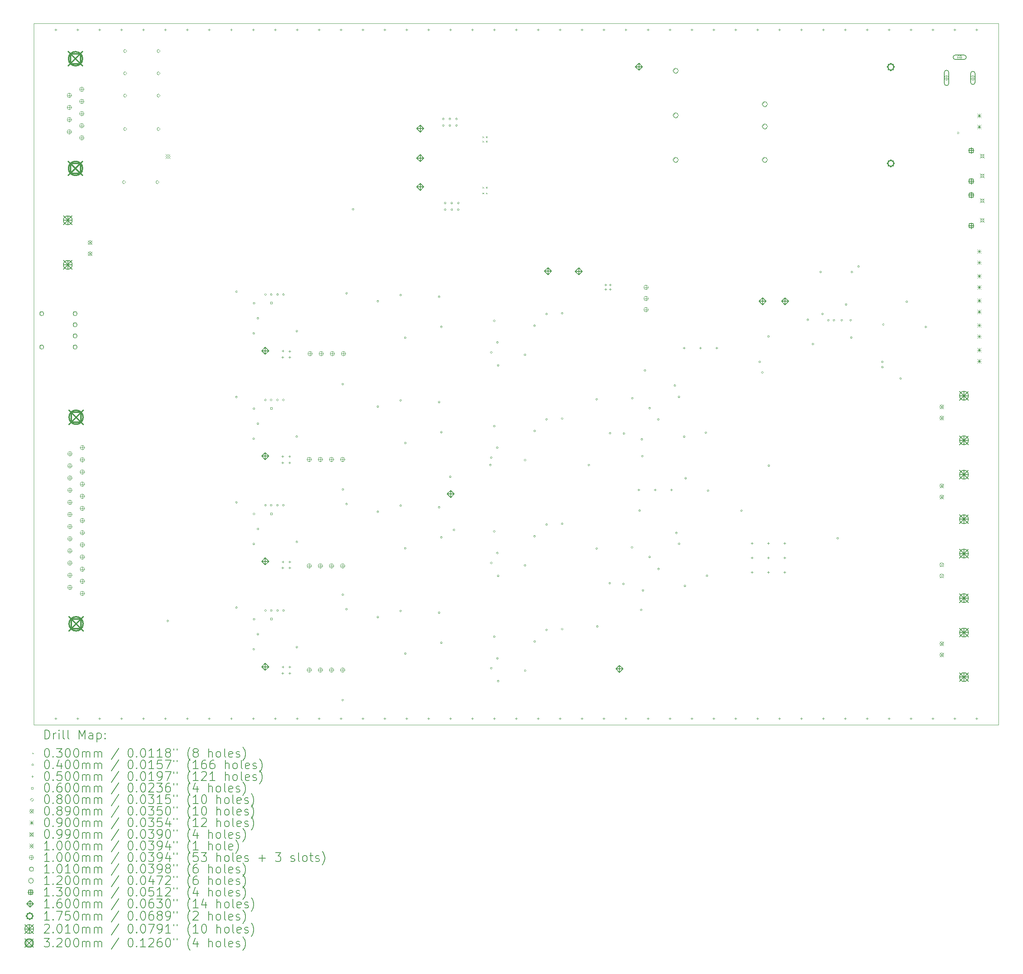
<source format=gbr>
%TF.GenerationSoftware,KiCad,Pcbnew,(6.0.11)*%
%TF.CreationDate,2023-05-29T14:10:35-03:00*%
%TF.ProjectId,qds-cv,7164732d-6376-42e6-9b69-6361645f7063,rev?*%
%TF.SameCoordinates,Original*%
%TF.FileFunction,Drillmap*%
%TF.FilePolarity,Positive*%
%FSLAX45Y45*%
G04 Gerber Fmt 4.5, Leading zero omitted, Abs format (unit mm)*
G04 Created by KiCad (PCBNEW (6.0.11)) date 2023-05-29 14:10:35*
%MOMM*%
%LPD*%
G01*
G04 APERTURE LIST*
%ADD10C,0.100000*%
%ADD11C,0.200000*%
%ADD12C,0.030000*%
%ADD13C,0.040000*%
%ADD14C,0.050000*%
%ADD15C,0.060000*%
%ADD16C,0.080000*%
%ADD17C,0.089000*%
%ADD18C,0.090000*%
%ADD19C,0.099000*%
%ADD20C,0.101000*%
%ADD21C,0.120000*%
%ADD22C,0.130000*%
%ADD23C,0.160000*%
%ADD24C,0.175000*%
%ADD25C,0.201000*%
%ADD26C,0.320000*%
G04 APERTURE END LIST*
D10*
X10000000Y-4000000D02*
X32000000Y-4000000D01*
X32000000Y-4000000D02*
X32000000Y-20000000D01*
X32000000Y-20000000D02*
X10000000Y-20000000D01*
X10000000Y-20000000D02*
X10000000Y-4000000D01*
D11*
D12*
X20229150Y-6579000D02*
X20259150Y-6609000D01*
X20259150Y-6579000D02*
X20229150Y-6609000D01*
X20229150Y-6679000D02*
X20259150Y-6709000D01*
X20259150Y-6679000D02*
X20229150Y-6709000D01*
X20229150Y-7729000D02*
X20259150Y-7759000D01*
X20259150Y-7729000D02*
X20229150Y-7759000D01*
X20229150Y-7862000D02*
X20259150Y-7892000D01*
X20259150Y-7862000D02*
X20229150Y-7892000D01*
X20309150Y-6579000D02*
X20339150Y-6609000D01*
X20339150Y-6579000D02*
X20309150Y-6609000D01*
X20309150Y-6679000D02*
X20339150Y-6709000D01*
X20339150Y-6679000D02*
X20309150Y-6709000D01*
X20309150Y-7729000D02*
X20339150Y-7759000D01*
X20339150Y-7729000D02*
X20309150Y-7759000D01*
X20309150Y-7862000D02*
X20339150Y-7892000D01*
X20339150Y-7862000D02*
X20309150Y-7892000D01*
D13*
X13075060Y-17627060D02*
G75*
G03*
X13075060Y-17627060I-20000J0D01*
G01*
X14637700Y-12522200D02*
G75*
G03*
X14637700Y-12522200I-20000J0D01*
G01*
X14640000Y-10119010D02*
G75*
G03*
X14640000Y-10119010I-20000J0D01*
G01*
X14640000Y-14922500D02*
G75*
G03*
X14640000Y-14922500I-20000J0D01*
G01*
X14640000Y-17322800D02*
G75*
G03*
X14640000Y-17322800I-20000J0D01*
G01*
X15033950Y-13471930D02*
G75*
G03*
X15033950Y-13471930I-20000J0D01*
G01*
X15036250Y-11068740D02*
G75*
G03*
X15036250Y-11068740I-20000J0D01*
G01*
X15036250Y-15872230D02*
G75*
G03*
X15036250Y-15872230I-20000J0D01*
G01*
X15036250Y-18272530D02*
G75*
G03*
X15036250Y-18272530I-20000J0D01*
G01*
X15039260Y-12786360D02*
G75*
G03*
X15039260Y-12786360I-20000J0D01*
G01*
X15041560Y-10383170D02*
G75*
G03*
X15041560Y-10383170I-20000J0D01*
G01*
X15041560Y-15186660D02*
G75*
G03*
X15041560Y-15186660I-20000J0D01*
G01*
X15041560Y-17586960D02*
G75*
G03*
X15041560Y-17586960I-20000J0D01*
G01*
X15128000Y-13129100D02*
G75*
G03*
X15128000Y-13129100I-20000J0D01*
G01*
X15130300Y-10725910D02*
G75*
G03*
X15130300Y-10725910I-20000J0D01*
G01*
X15130300Y-15529400D02*
G75*
G03*
X15130300Y-15529400I-20000J0D01*
G01*
X15130300Y-17929700D02*
G75*
G03*
X15130300Y-17929700I-20000J0D01*
G01*
X15300880Y-12588240D02*
G75*
G03*
X15300880Y-12588240I-20000J0D01*
G01*
X15303180Y-10185050D02*
G75*
G03*
X15303180Y-10185050I-20000J0D01*
G01*
X15303180Y-14988540D02*
G75*
G03*
X15303180Y-14988540I-20000J0D01*
G01*
X15303180Y-17388840D02*
G75*
G03*
X15303180Y-17388840I-20000J0D01*
G01*
X15430420Y-12588240D02*
G75*
G03*
X15430420Y-12588240I-20000J0D01*
G01*
X15432720Y-10185050D02*
G75*
G03*
X15432720Y-10185050I-20000J0D01*
G01*
X15432720Y-14988540D02*
G75*
G03*
X15432720Y-14988540I-20000J0D01*
G01*
X15432720Y-17388840D02*
G75*
G03*
X15432720Y-17388840I-20000J0D01*
G01*
X15575200Y-12588240D02*
G75*
G03*
X15575200Y-12588240I-20000J0D01*
G01*
X15577500Y-10185050D02*
G75*
G03*
X15577500Y-10185050I-20000J0D01*
G01*
X15577500Y-14988540D02*
G75*
G03*
X15577500Y-14988540I-20000J0D01*
G01*
X15577500Y-17388840D02*
G75*
G03*
X15577500Y-17388840I-20000J0D01*
G01*
X15709820Y-12588240D02*
G75*
G03*
X15709820Y-12588240I-20000J0D01*
G01*
X15712120Y-10185050D02*
G75*
G03*
X15712120Y-10185050I-20000J0D01*
G01*
X15712120Y-14988540D02*
G75*
G03*
X15712120Y-14988540I-20000J0D01*
G01*
X15712120Y-17388840D02*
G75*
G03*
X15712120Y-17388840I-20000J0D01*
G01*
X16014620Y-13423900D02*
G75*
G03*
X16014620Y-13423900I-20000J0D01*
G01*
X16016920Y-11020710D02*
G75*
G03*
X16016920Y-11020710I-20000J0D01*
G01*
X16016920Y-15824200D02*
G75*
G03*
X16016920Y-15824200I-20000J0D01*
G01*
X16016920Y-18224500D02*
G75*
G03*
X16016920Y-18224500I-20000J0D01*
G01*
X17063400Y-12227210D02*
G75*
G03*
X17063400Y-12227210I-20000J0D01*
G01*
X17063400Y-19431000D02*
G75*
G03*
X17063400Y-19431000I-20000J0D01*
G01*
X17065550Y-17030700D02*
G75*
G03*
X17065550Y-17030700I-20000J0D01*
G01*
X17066680Y-14628600D02*
G75*
G03*
X17066680Y-14628600I-20000J0D01*
G01*
X17151010Y-10156570D02*
G75*
G03*
X17151010Y-10156570I-20000J0D01*
G01*
X17151010Y-14960060D02*
G75*
G03*
X17151010Y-14960060I-20000J0D01*
G01*
X17151010Y-17360360D02*
G75*
G03*
X17151010Y-17360360I-20000J0D01*
G01*
X17300000Y-8240000D02*
G75*
G03*
X17300000Y-8240000I-20000J0D01*
G01*
X17863500Y-10337800D02*
G75*
G03*
X17863500Y-10337800I-20000J0D01*
G01*
X17863500Y-12738100D02*
G75*
G03*
X17863500Y-12738100I-20000J0D01*
G01*
X17863500Y-15138400D02*
G75*
G03*
X17863500Y-15138400I-20000J0D01*
G01*
X17863500Y-17538700D02*
G75*
G03*
X17863500Y-17538700I-20000J0D01*
G01*
X18384200Y-10198100D02*
G75*
G03*
X18384200Y-10198100I-20000J0D01*
G01*
X18384200Y-12598400D02*
G75*
G03*
X18384200Y-12598400I-20000J0D01*
G01*
X18384200Y-14998700D02*
G75*
G03*
X18384200Y-14998700I-20000J0D01*
G01*
X18384200Y-17399000D02*
G75*
G03*
X18384200Y-17399000I-20000J0D01*
G01*
X18490000Y-11170000D02*
G75*
G03*
X18490000Y-11170000I-20000J0D01*
G01*
X18490000Y-13570000D02*
G75*
G03*
X18490000Y-13570000I-20000J0D01*
G01*
X18490000Y-15970000D02*
G75*
G03*
X18490000Y-15970000I-20000J0D01*
G01*
X18490000Y-18370000D02*
G75*
G03*
X18490000Y-18370000I-20000J0D01*
G01*
X19260500Y-10236200D02*
G75*
G03*
X19260500Y-10236200I-20000J0D01*
G01*
X19260500Y-12636500D02*
G75*
G03*
X19260500Y-12636500I-20000J0D01*
G01*
X19260500Y-15036800D02*
G75*
G03*
X19260500Y-15036800I-20000J0D01*
G01*
X19260500Y-17437100D02*
G75*
G03*
X19260500Y-17437100I-20000J0D01*
G01*
X19311300Y-10922000D02*
G75*
G03*
X19311300Y-10922000I-20000J0D01*
G01*
X19311300Y-13322300D02*
G75*
G03*
X19311300Y-13322300I-20000J0D01*
G01*
X19311300Y-15722600D02*
G75*
G03*
X19311300Y-15722600I-20000J0D01*
G01*
X19311300Y-18122900D02*
G75*
G03*
X19311300Y-18122900I-20000J0D01*
G01*
X19357000Y-6180000D02*
G75*
G03*
X19357000Y-6180000I-20000J0D01*
G01*
X19357000Y-6330000D02*
G75*
G03*
X19357000Y-6330000I-20000J0D01*
G01*
X19400000Y-8099000D02*
G75*
G03*
X19400000Y-8099000I-20000J0D01*
G01*
X19400000Y-8249000D02*
G75*
G03*
X19400000Y-8249000I-20000J0D01*
G01*
X19507000Y-6180000D02*
G75*
G03*
X19507000Y-6180000I-20000J0D01*
G01*
X19507000Y-6330000D02*
G75*
G03*
X19507000Y-6330000I-20000J0D01*
G01*
X19514500Y-14338300D02*
G75*
G03*
X19514500Y-14338300I-20000J0D01*
G01*
X19550000Y-8099000D02*
G75*
G03*
X19550000Y-8099000I-20000J0D01*
G01*
X19550000Y-8249000D02*
G75*
G03*
X19550000Y-8249000I-20000J0D01*
G01*
X19601916Y-15551360D02*
G75*
G03*
X19601916Y-15551360I-20000J0D01*
G01*
X19657000Y-6180000D02*
G75*
G03*
X19657000Y-6180000I-20000J0D01*
G01*
X19657000Y-6330000D02*
G75*
G03*
X19657000Y-6330000I-20000J0D01*
G01*
X19700000Y-8099000D02*
G75*
G03*
X19700000Y-8099000I-20000J0D01*
G01*
X19700000Y-8249000D02*
G75*
G03*
X19700000Y-8249000I-20000J0D01*
G01*
X20428900Y-14071600D02*
G75*
G03*
X20428900Y-14071600I-20000J0D01*
G01*
X20451650Y-11503550D02*
G75*
G03*
X20451650Y-11503550I-20000J0D01*
G01*
X20451650Y-13903850D02*
G75*
G03*
X20451650Y-13903850I-20000J0D01*
G01*
X20451650Y-16304150D02*
G75*
G03*
X20451650Y-16304150I-20000J0D01*
G01*
X20451650Y-18704450D02*
G75*
G03*
X20451650Y-18704450I-20000J0D01*
G01*
X20518000Y-15586000D02*
G75*
G03*
X20518000Y-15586000I-20000J0D01*
G01*
X20519000Y-10785000D02*
G75*
G03*
X20519000Y-10785000I-20000J0D01*
G01*
X20521000Y-13184000D02*
G75*
G03*
X20521000Y-13184000I-20000J0D01*
G01*
X20522000Y-17986000D02*
G75*
G03*
X20522000Y-17986000I-20000J0D01*
G01*
X20587900Y-13677900D02*
G75*
G03*
X20587900Y-13677900I-20000J0D01*
G01*
X20588200Y-16078200D02*
G75*
G03*
X20588200Y-16078200I-20000J0D01*
G01*
X20590000Y-11277600D02*
G75*
G03*
X20590000Y-11277600I-20000J0D01*
G01*
X20590000Y-18478500D02*
G75*
G03*
X20590000Y-18478500I-20000J0D01*
G01*
X20606700Y-11798300D02*
G75*
G03*
X20606700Y-11798300I-20000J0D01*
G01*
X20606700Y-16598900D02*
G75*
G03*
X20606700Y-16598900I-20000J0D01*
G01*
X20606700Y-18999200D02*
G75*
G03*
X20606700Y-18999200I-20000J0D01*
G01*
X21219000Y-16361000D02*
G75*
G03*
X21219000Y-16361000I-20000J0D01*
G01*
X21220000Y-11560000D02*
G75*
G03*
X21220000Y-11560000I-20000J0D01*
G01*
X21222000Y-13959000D02*
G75*
G03*
X21222000Y-13959000I-20000J0D01*
G01*
X21223000Y-18761000D02*
G75*
G03*
X21223000Y-18761000I-20000J0D01*
G01*
X21436000Y-15696000D02*
G75*
G03*
X21436000Y-15696000I-20000J0D01*
G01*
X21437000Y-10895000D02*
G75*
G03*
X21437000Y-10895000I-20000J0D01*
G01*
X21439000Y-13294000D02*
G75*
G03*
X21439000Y-13294000I-20000J0D01*
G01*
X21440000Y-18096000D02*
G75*
G03*
X21440000Y-18096000I-20000J0D01*
G01*
X21711600Y-10629900D02*
G75*
G03*
X21711600Y-10629900I-20000J0D01*
G01*
X21711600Y-13030200D02*
G75*
G03*
X21711600Y-13030200I-20000J0D01*
G01*
X21711600Y-15430500D02*
G75*
G03*
X21711600Y-15430500I-20000J0D01*
G01*
X21711600Y-17830800D02*
G75*
G03*
X21711600Y-17830800I-20000J0D01*
G01*
X22067200Y-10612350D02*
G75*
G03*
X22067200Y-10612350I-20000J0D01*
G01*
X22067200Y-13012650D02*
G75*
G03*
X22067200Y-13012650I-20000J0D01*
G01*
X22067200Y-15412950D02*
G75*
G03*
X22067200Y-15412950I-20000J0D01*
G01*
X22067200Y-17813250D02*
G75*
G03*
X22067200Y-17813250I-20000J0D01*
G01*
X22676800Y-14071600D02*
G75*
G03*
X22676800Y-14071600I-20000J0D01*
G01*
X22854600Y-12573000D02*
G75*
G03*
X22854600Y-12573000I-20000J0D01*
G01*
X22854600Y-15976600D02*
G75*
G03*
X22854600Y-15976600I-20000J0D01*
G01*
X22867300Y-17754600D02*
G75*
G03*
X22867300Y-17754600I-20000J0D01*
G01*
X23151780Y-16766540D02*
G75*
G03*
X23151780Y-16766540I-20000J0D01*
G01*
X23159400Y-13347700D02*
G75*
G03*
X23159400Y-13347700I-20000J0D01*
G01*
X23464200Y-16782900D02*
G75*
G03*
X23464200Y-16782900I-20000J0D01*
G01*
X23476900Y-13354640D02*
G75*
G03*
X23476900Y-13354640I-20000J0D01*
G01*
X23659780Y-15949780D02*
G75*
G03*
X23659780Y-15949780I-20000J0D01*
G01*
X23667400Y-12547600D02*
G75*
G03*
X23667400Y-12547600I-20000J0D01*
G01*
X23832500Y-15113000D02*
G75*
G03*
X23832500Y-15113000I-20000J0D01*
G01*
X23870600Y-17373600D02*
G75*
G03*
X23870600Y-17373600I-20000J0D01*
G01*
X23883300Y-13487400D02*
G75*
G03*
X23883300Y-13487400I-20000J0D01*
G01*
X23896000Y-13868400D02*
G75*
G03*
X23896000Y-13868400I-20000J0D01*
G01*
X23908700Y-16929100D02*
G75*
G03*
X23908700Y-16929100I-20000J0D01*
G01*
X23954800Y-11914200D02*
G75*
G03*
X23954800Y-11914200I-20000J0D01*
G01*
X24061100Y-12776200D02*
G75*
G03*
X24061100Y-12776200I-20000J0D01*
G01*
X24061100Y-16167100D02*
G75*
G03*
X24061100Y-16167100I-20000J0D01*
G01*
X24258660Y-13033480D02*
G75*
G03*
X24258660Y-13033480I-20000J0D01*
G01*
X24266460Y-16441040D02*
G75*
G03*
X24266460Y-16441040I-20000J0D01*
G01*
X24635480Y-12259560D02*
G75*
G03*
X24635480Y-12259560I-20000J0D01*
G01*
X24670700Y-15621000D02*
G75*
G03*
X24670700Y-15621000I-20000J0D01*
G01*
X24731600Y-12519560D02*
G75*
G03*
X24731600Y-12519560I-20000J0D01*
G01*
X24734200Y-15868500D02*
G75*
G03*
X24734200Y-15868500I-20000J0D01*
G01*
X24848500Y-13423900D02*
G75*
G03*
X24848500Y-13423900I-20000J0D01*
G01*
X24866460Y-16828440D02*
G75*
G03*
X24866460Y-16828440I-20000J0D01*
G01*
X24883950Y-14373750D02*
G75*
G03*
X24883950Y-14373750I-20000J0D01*
G01*
X25343800Y-13335000D02*
G75*
G03*
X25343800Y-13335000I-20000J0D01*
G01*
X25369200Y-16598900D02*
G75*
G03*
X25369200Y-16598900I-20000J0D01*
G01*
X25394600Y-14655800D02*
G75*
G03*
X25394600Y-14655800I-20000J0D01*
G01*
X26156600Y-15113000D02*
G75*
G03*
X26156600Y-15113000I-20000J0D01*
G01*
X26570000Y-11720000D02*
G75*
G03*
X26570000Y-11720000I-20000J0D01*
G01*
X26631200Y-11961200D02*
G75*
G03*
X26631200Y-11961200I-20000J0D01*
G01*
X26770000Y-11140000D02*
G75*
G03*
X26770000Y-11140000I-20000J0D01*
G01*
X26778900Y-14084300D02*
G75*
G03*
X26778900Y-14084300I-20000J0D01*
G01*
X27670000Y-10760000D02*
G75*
G03*
X27670000Y-10760000I-20000J0D01*
G01*
X27785000Y-11315700D02*
G75*
G03*
X27785000Y-11315700I-20000J0D01*
G01*
X27960000Y-9670000D02*
G75*
G03*
X27960000Y-9670000I-20000J0D01*
G01*
X28003750Y-10626250D02*
G75*
G03*
X28003750Y-10626250I-20000J0D01*
G01*
X28137800Y-10769600D02*
G75*
G03*
X28137800Y-10769600I-20000J0D01*
G01*
X28264800Y-10769600D02*
G75*
G03*
X28264800Y-10769600I-20000J0D01*
G01*
X28348760Y-15740240D02*
G75*
G03*
X28348760Y-15740240I-20000J0D01*
G01*
X28442600Y-10769600D02*
G75*
G03*
X28442600Y-10769600I-20000J0D01*
G01*
X28540000Y-10410000D02*
G75*
G03*
X28540000Y-10410000I-20000J0D01*
G01*
X28645800Y-10769600D02*
G75*
G03*
X28645800Y-10769600I-20000J0D01*
G01*
X28658500Y-11163300D02*
G75*
G03*
X28658500Y-11163300I-20000J0D01*
G01*
X28672803Y-9672803D02*
G75*
G03*
X28672803Y-9672803I-20000J0D01*
G01*
X28825000Y-9545000D02*
G75*
G03*
X28825000Y-9545000I-20000J0D01*
G01*
X29370000Y-11720000D02*
G75*
G03*
X29370000Y-11720000I-20000J0D01*
G01*
X29370000Y-11840000D02*
G75*
G03*
X29370000Y-11840000I-20000J0D01*
G01*
X29390000Y-10870000D02*
G75*
G03*
X29390000Y-10870000I-20000J0D01*
G01*
X29785000Y-12100000D02*
G75*
G03*
X29785000Y-12100000I-20000J0D01*
G01*
X29922500Y-10347500D02*
G75*
G03*
X29922500Y-10347500I-20000J0D01*
G01*
X30360000Y-10925000D02*
G75*
G03*
X30360000Y-10925000I-20000J0D01*
G01*
X31095000Y-6500000D02*
G75*
G03*
X31095000Y-6500000I-20000J0D01*
G01*
D14*
X10500000Y-4125000D02*
X10500000Y-4175000D01*
X10475000Y-4150000D02*
X10525000Y-4150000D01*
X10500000Y-19825000D02*
X10500000Y-19875000D01*
X10475000Y-19850000D02*
X10525000Y-19850000D01*
X11000000Y-4125000D02*
X11000000Y-4175000D01*
X10975000Y-4150000D02*
X11025000Y-4150000D01*
X11000000Y-19825000D02*
X11000000Y-19875000D01*
X10975000Y-19850000D02*
X11025000Y-19850000D01*
X11500000Y-4125000D02*
X11500000Y-4175000D01*
X11475000Y-4150000D02*
X11525000Y-4150000D01*
X11500000Y-19825000D02*
X11500000Y-19875000D01*
X11475000Y-19850000D02*
X11525000Y-19850000D01*
X12000000Y-4125000D02*
X12000000Y-4175000D01*
X11975000Y-4150000D02*
X12025000Y-4150000D01*
X12000000Y-19825000D02*
X12000000Y-19875000D01*
X11975000Y-19850000D02*
X12025000Y-19850000D01*
X12500000Y-4125000D02*
X12500000Y-4175000D01*
X12475000Y-4150000D02*
X12525000Y-4150000D01*
X12500000Y-19825000D02*
X12500000Y-19875000D01*
X12475000Y-19850000D02*
X12525000Y-19850000D01*
X13000000Y-4125000D02*
X13000000Y-4175000D01*
X12975000Y-4150000D02*
X13025000Y-4150000D01*
X13000000Y-19825000D02*
X13000000Y-19875000D01*
X12975000Y-19850000D02*
X13025000Y-19850000D01*
X13500000Y-4125000D02*
X13500000Y-4175000D01*
X13475000Y-4150000D02*
X13525000Y-4150000D01*
X13500000Y-19825000D02*
X13500000Y-19875000D01*
X13475000Y-19850000D02*
X13525000Y-19850000D01*
X14000000Y-4125000D02*
X14000000Y-4175000D01*
X13975000Y-4150000D02*
X14025000Y-4150000D01*
X14000000Y-19825000D02*
X14000000Y-19875000D01*
X13975000Y-19850000D02*
X14025000Y-19850000D01*
X14500000Y-4125000D02*
X14500000Y-4175000D01*
X14475000Y-4150000D02*
X14525000Y-4150000D01*
X14500000Y-19825000D02*
X14500000Y-19875000D01*
X14475000Y-19850000D02*
X14525000Y-19850000D01*
X15000000Y-4125000D02*
X15000000Y-4175000D01*
X14975000Y-4150000D02*
X15025000Y-4150000D01*
X15000000Y-19825000D02*
X15000000Y-19875000D01*
X14975000Y-19850000D02*
X15025000Y-19850000D01*
X15500000Y-4125000D02*
X15500000Y-4175000D01*
X15475000Y-4150000D02*
X15525000Y-4150000D01*
X15500000Y-19825000D02*
X15500000Y-19875000D01*
X15475000Y-19850000D02*
X15525000Y-19850000D01*
X15672040Y-13993260D02*
X15672040Y-14043260D01*
X15647040Y-14018260D02*
X15697040Y-14018260D01*
X15674340Y-11590070D02*
X15674340Y-11640070D01*
X15649340Y-11615070D02*
X15699340Y-11615070D01*
X15674340Y-16393560D02*
X15674340Y-16443560D01*
X15649340Y-16418560D02*
X15699340Y-16418560D01*
X15674340Y-18793860D02*
X15674340Y-18843860D01*
X15649340Y-18818860D02*
X15699340Y-18818860D01*
X15674580Y-13851020D02*
X15674580Y-13901020D01*
X15649580Y-13876020D02*
X15699580Y-13876020D01*
X15676880Y-11447830D02*
X15676880Y-11497830D01*
X15651880Y-11472830D02*
X15701880Y-11472830D01*
X15676880Y-16251320D02*
X15676880Y-16301320D01*
X15651880Y-16276320D02*
X15701880Y-16276320D01*
X15676880Y-18651620D02*
X15676880Y-18701620D01*
X15651880Y-18676620D02*
X15701880Y-18676620D01*
X15829520Y-13853560D02*
X15829520Y-13903560D01*
X15804520Y-13878560D02*
X15854520Y-13878560D01*
X15829520Y-13993260D02*
X15829520Y-14043260D01*
X15804520Y-14018260D02*
X15854520Y-14018260D01*
X15831820Y-11450370D02*
X15831820Y-11500370D01*
X15806820Y-11475370D02*
X15856820Y-11475370D01*
X15831820Y-11590070D02*
X15831820Y-11640070D01*
X15806820Y-11615070D02*
X15856820Y-11615070D01*
X15831820Y-16253860D02*
X15831820Y-16303860D01*
X15806820Y-16278860D02*
X15856820Y-16278860D01*
X15831820Y-16393560D02*
X15831820Y-16443560D01*
X15806820Y-16418560D02*
X15856820Y-16418560D01*
X15831820Y-18654160D02*
X15831820Y-18704160D01*
X15806820Y-18679160D02*
X15856820Y-18679160D01*
X15831820Y-18793860D02*
X15831820Y-18843860D01*
X15806820Y-18818860D02*
X15856820Y-18818860D01*
X16000000Y-4125000D02*
X16000000Y-4175000D01*
X15975000Y-4150000D02*
X16025000Y-4150000D01*
X16000000Y-19825000D02*
X16000000Y-19875000D01*
X15975000Y-19850000D02*
X16025000Y-19850000D01*
X16500000Y-4125000D02*
X16500000Y-4175000D01*
X16475000Y-4150000D02*
X16525000Y-4150000D01*
X16500000Y-19825000D02*
X16500000Y-19875000D01*
X16475000Y-19850000D02*
X16525000Y-19850000D01*
X17000000Y-4125000D02*
X17000000Y-4175000D01*
X16975000Y-4150000D02*
X17025000Y-4150000D01*
X17000000Y-19825000D02*
X17000000Y-19875000D01*
X16975000Y-19850000D02*
X17025000Y-19850000D01*
X17500000Y-4125000D02*
X17500000Y-4175000D01*
X17475000Y-4150000D02*
X17525000Y-4150000D01*
X17500000Y-19825000D02*
X17500000Y-19875000D01*
X17475000Y-19850000D02*
X17525000Y-19850000D01*
X18000000Y-4125000D02*
X18000000Y-4175000D01*
X17975000Y-4150000D02*
X18025000Y-4150000D01*
X18000000Y-19825000D02*
X18000000Y-19875000D01*
X17975000Y-19850000D02*
X18025000Y-19850000D01*
X18500000Y-4125000D02*
X18500000Y-4175000D01*
X18475000Y-4150000D02*
X18525000Y-4150000D01*
X18500000Y-19825000D02*
X18500000Y-19875000D01*
X18475000Y-19850000D02*
X18525000Y-19850000D01*
X19000000Y-4125000D02*
X19000000Y-4175000D01*
X18975000Y-4150000D02*
X19025000Y-4150000D01*
X19000000Y-19825000D02*
X19000000Y-19875000D01*
X18975000Y-19850000D02*
X19025000Y-19850000D01*
X19500000Y-4125000D02*
X19500000Y-4175000D01*
X19475000Y-4150000D02*
X19525000Y-4150000D01*
X19500000Y-19825000D02*
X19500000Y-19875000D01*
X19475000Y-19850000D02*
X19525000Y-19850000D01*
X20000000Y-4125000D02*
X20000000Y-4175000D01*
X19975000Y-4150000D02*
X20025000Y-4150000D01*
X20000000Y-19825000D02*
X20000000Y-19875000D01*
X19975000Y-19850000D02*
X20025000Y-19850000D01*
X20500000Y-4125000D02*
X20500000Y-4175000D01*
X20475000Y-4150000D02*
X20525000Y-4150000D01*
X20500000Y-19825000D02*
X20500000Y-19875000D01*
X20475000Y-19850000D02*
X20525000Y-19850000D01*
X21000000Y-4125000D02*
X21000000Y-4175000D01*
X20975000Y-4150000D02*
X21025000Y-4150000D01*
X21000000Y-19825000D02*
X21000000Y-19875000D01*
X20975000Y-19850000D02*
X21025000Y-19850000D01*
X21500000Y-4125000D02*
X21500000Y-4175000D01*
X21475000Y-4150000D02*
X21525000Y-4150000D01*
X21500000Y-19825000D02*
X21500000Y-19875000D01*
X21475000Y-19850000D02*
X21525000Y-19850000D01*
X22000000Y-4125000D02*
X22000000Y-4175000D01*
X21975000Y-4150000D02*
X22025000Y-4150000D01*
X22000000Y-19825000D02*
X22000000Y-19875000D01*
X21975000Y-19850000D02*
X22025000Y-19850000D01*
X22500000Y-4125000D02*
X22500000Y-4175000D01*
X22475000Y-4150000D02*
X22525000Y-4150000D01*
X22500000Y-19825000D02*
X22500000Y-19875000D01*
X22475000Y-19850000D02*
X22525000Y-19850000D01*
X23000000Y-4125000D02*
X23000000Y-4175000D01*
X22975000Y-4150000D02*
X23025000Y-4150000D01*
X23000000Y-19825000D02*
X23000000Y-19875000D01*
X22975000Y-19850000D02*
X23025000Y-19850000D01*
X23040000Y-9940000D02*
X23040000Y-9990000D01*
X23015000Y-9965000D02*
X23065000Y-9965000D01*
X23040000Y-10040000D02*
X23040000Y-10090000D01*
X23015000Y-10065000D02*
X23065000Y-10065000D01*
X23140000Y-9940000D02*
X23140000Y-9990000D01*
X23115000Y-9965000D02*
X23165000Y-9965000D01*
X23140000Y-10040000D02*
X23140000Y-10090000D01*
X23115000Y-10065000D02*
X23165000Y-10065000D01*
X23500000Y-4125000D02*
X23500000Y-4175000D01*
X23475000Y-4150000D02*
X23525000Y-4150000D01*
X23500000Y-19825000D02*
X23500000Y-19875000D01*
X23475000Y-19850000D02*
X23525000Y-19850000D01*
X23794933Y-14615000D02*
X23794933Y-14665000D01*
X23769933Y-14640000D02*
X23819933Y-14640000D01*
X24000000Y-4125000D02*
X24000000Y-4175000D01*
X23975000Y-4150000D02*
X24025000Y-4150000D01*
X24000000Y-19825000D02*
X24000000Y-19875000D01*
X23975000Y-19850000D02*
X24025000Y-19850000D01*
X24167467Y-14615000D02*
X24167467Y-14665000D01*
X24142467Y-14640000D02*
X24192467Y-14640000D01*
X24500000Y-4125000D02*
X24500000Y-4175000D01*
X24475000Y-4150000D02*
X24525000Y-4150000D01*
X24500000Y-19825000D02*
X24500000Y-19875000D01*
X24475000Y-19850000D02*
X24525000Y-19850000D01*
X24540000Y-14615000D02*
X24540000Y-14665000D01*
X24515000Y-14640000D02*
X24565000Y-14640000D01*
X24824267Y-11379600D02*
X24824267Y-11429600D01*
X24799267Y-11404600D02*
X24849267Y-11404600D01*
X25000000Y-4125000D02*
X25000000Y-4175000D01*
X24975000Y-4150000D02*
X25025000Y-4150000D01*
X25000000Y-19825000D02*
X25000000Y-19875000D01*
X24975000Y-19850000D02*
X25025000Y-19850000D01*
X25196800Y-11379600D02*
X25196800Y-11429600D01*
X25171800Y-11404600D02*
X25221800Y-11404600D01*
X25500000Y-4125000D02*
X25500000Y-4175000D01*
X25475000Y-4150000D02*
X25525000Y-4150000D01*
X25500000Y-19825000D02*
X25500000Y-19875000D01*
X25475000Y-19850000D02*
X25525000Y-19850000D01*
X25569333Y-11379600D02*
X25569333Y-11429600D01*
X25544333Y-11404600D02*
X25594333Y-11404600D01*
X26000000Y-4125000D02*
X26000000Y-4175000D01*
X25975000Y-4150000D02*
X26025000Y-4150000D01*
X26000000Y-19825000D02*
X26000000Y-19875000D01*
X25975000Y-19850000D02*
X26025000Y-19850000D01*
X26374933Y-15834800D02*
X26374933Y-15884800D01*
X26349933Y-15859800D02*
X26399933Y-15859800D01*
X26374933Y-16165000D02*
X26374933Y-16215000D01*
X26349933Y-16190000D02*
X26399933Y-16190000D01*
X26374933Y-16495000D02*
X26374933Y-16545000D01*
X26349933Y-16520000D02*
X26399933Y-16520000D01*
X26500000Y-4125000D02*
X26500000Y-4175000D01*
X26475000Y-4150000D02*
X26525000Y-4150000D01*
X26500000Y-19825000D02*
X26500000Y-19875000D01*
X26475000Y-19850000D02*
X26525000Y-19850000D01*
X26747467Y-15834800D02*
X26747467Y-15884800D01*
X26722467Y-15859800D02*
X26772467Y-15859800D01*
X26747467Y-16165000D02*
X26747467Y-16215000D01*
X26722467Y-16190000D02*
X26772467Y-16190000D01*
X26747467Y-16495000D02*
X26747467Y-16545000D01*
X26722467Y-16520000D02*
X26772467Y-16520000D01*
X27000000Y-4125000D02*
X27000000Y-4175000D01*
X26975000Y-4150000D02*
X27025000Y-4150000D01*
X27000000Y-19825000D02*
X27000000Y-19875000D01*
X26975000Y-19850000D02*
X27025000Y-19850000D01*
X27120000Y-15834800D02*
X27120000Y-15884800D01*
X27095000Y-15859800D02*
X27145000Y-15859800D01*
X27120000Y-16165000D02*
X27120000Y-16215000D01*
X27095000Y-16190000D02*
X27145000Y-16190000D01*
X27120000Y-16495000D02*
X27120000Y-16545000D01*
X27095000Y-16520000D02*
X27145000Y-16520000D01*
X27500000Y-4125000D02*
X27500000Y-4175000D01*
X27475000Y-4150000D02*
X27525000Y-4150000D01*
X27500000Y-19825000D02*
X27500000Y-19875000D01*
X27475000Y-19850000D02*
X27525000Y-19850000D01*
X28000000Y-4125000D02*
X28000000Y-4175000D01*
X27975000Y-4150000D02*
X28025000Y-4150000D01*
X28000000Y-19825000D02*
X28000000Y-19875000D01*
X27975000Y-19850000D02*
X28025000Y-19850000D01*
X28500000Y-4125000D02*
X28500000Y-4175000D01*
X28475000Y-4150000D02*
X28525000Y-4150000D01*
X28500000Y-19825000D02*
X28500000Y-19875000D01*
X28475000Y-19850000D02*
X28525000Y-19850000D01*
X29000000Y-4125000D02*
X29000000Y-4175000D01*
X28975000Y-4150000D02*
X29025000Y-4150000D01*
X29000000Y-19825000D02*
X29000000Y-19875000D01*
X28975000Y-19850000D02*
X29025000Y-19850000D01*
X29500000Y-4125000D02*
X29500000Y-4175000D01*
X29475000Y-4150000D02*
X29525000Y-4150000D01*
X29500000Y-19825000D02*
X29500000Y-19875000D01*
X29475000Y-19850000D02*
X29525000Y-19850000D01*
X30000000Y-4125000D02*
X30000000Y-4175000D01*
X29975000Y-4150000D02*
X30025000Y-4150000D01*
X30000000Y-19825000D02*
X30000000Y-19875000D01*
X29975000Y-19850000D02*
X30025000Y-19850000D01*
X30500000Y-4125000D02*
X30500000Y-4175000D01*
X30475000Y-4150000D02*
X30525000Y-4150000D01*
X30500000Y-19825000D02*
X30500000Y-19875000D01*
X30475000Y-19850000D02*
X30525000Y-19850000D01*
X31000000Y-4125000D02*
X31000000Y-4175000D01*
X30975000Y-4150000D02*
X31025000Y-4150000D01*
X31000000Y-19825000D02*
X31000000Y-19875000D01*
X30975000Y-19850000D02*
X31025000Y-19850000D01*
X31500000Y-4125000D02*
X31500000Y-4175000D01*
X31475000Y-4150000D02*
X31525000Y-4150000D01*
X31500000Y-19825000D02*
X31500000Y-19875000D01*
X31475000Y-19850000D02*
X31525000Y-19850000D01*
D15*
X15434173Y-12802493D02*
X15434173Y-12760067D01*
X15391747Y-12760067D01*
X15391747Y-12802493D01*
X15434173Y-12802493D01*
X15436473Y-10399303D02*
X15436473Y-10356877D01*
X15394047Y-10356877D01*
X15394047Y-10399303D01*
X15436473Y-10399303D01*
X15436473Y-15202793D02*
X15436473Y-15160367D01*
X15394047Y-15160367D01*
X15394047Y-15202793D01*
X15436473Y-15202793D01*
X15436473Y-17603093D02*
X15436473Y-17560667D01*
X15394047Y-17560667D01*
X15394047Y-17603093D01*
X15436473Y-17603093D01*
D16*
X12052300Y-7660000D02*
X12092300Y-7620000D01*
X12052300Y-7580000D01*
X12012300Y-7620000D01*
X12052300Y-7660000D01*
X12077700Y-4668250D02*
X12117700Y-4628250D01*
X12077700Y-4588250D01*
X12037700Y-4628250D01*
X12077700Y-4668250D01*
X12077700Y-5176250D02*
X12117700Y-5136250D01*
X12077700Y-5096250D01*
X12037700Y-5136250D01*
X12077700Y-5176250D01*
X12077700Y-5684250D02*
X12117700Y-5644250D01*
X12077700Y-5604250D01*
X12037700Y-5644250D01*
X12077700Y-5684250D01*
X12077700Y-6446250D02*
X12117700Y-6406250D01*
X12077700Y-6366250D01*
X12037700Y-6406250D01*
X12077700Y-6446250D01*
X12814300Y-7660000D02*
X12854300Y-7620000D01*
X12814300Y-7580000D01*
X12774300Y-7620000D01*
X12814300Y-7660000D01*
X12839700Y-4668250D02*
X12879700Y-4628250D01*
X12839700Y-4588250D01*
X12799700Y-4628250D01*
X12839700Y-4668250D01*
X12839700Y-5176250D02*
X12879700Y-5136250D01*
X12839700Y-5096250D01*
X12799700Y-5136250D01*
X12839700Y-5176250D01*
X12839700Y-5684250D02*
X12879700Y-5644250D01*
X12839700Y-5604250D01*
X12799700Y-5644250D01*
X12839700Y-5684250D01*
X12839700Y-6446250D02*
X12879700Y-6406250D01*
X12839700Y-6366250D01*
X12799700Y-6406250D01*
X12839700Y-6446250D01*
D17*
X11238700Y-8955500D02*
X11327700Y-9044500D01*
X11327700Y-8955500D02*
X11238700Y-9044500D01*
X11327700Y-9000000D02*
G75*
G03*
X11327700Y-9000000I-44500J0D01*
G01*
X11238700Y-9209500D02*
X11327700Y-9298500D01*
X11327700Y-9209500D02*
X11238700Y-9298500D01*
X11327700Y-9254000D02*
G75*
G03*
X11327700Y-9254000I-44500J0D01*
G01*
X30656900Y-12701500D02*
X30745900Y-12790500D01*
X30745900Y-12701500D02*
X30656900Y-12790500D01*
X30745900Y-12746000D02*
G75*
G03*
X30745900Y-12746000I-44500J0D01*
G01*
X30656900Y-12955500D02*
X30745900Y-13044500D01*
X30745900Y-12955500D02*
X30656900Y-13044500D01*
X30745900Y-13000000D02*
G75*
G03*
X30745900Y-13000000I-44500J0D01*
G01*
X30656900Y-14501500D02*
X30745900Y-14590500D01*
X30745900Y-14501500D02*
X30656900Y-14590500D01*
X30745900Y-14546000D02*
G75*
G03*
X30745900Y-14546000I-44500J0D01*
G01*
X30656900Y-14755500D02*
X30745900Y-14844500D01*
X30745900Y-14755500D02*
X30656900Y-14844500D01*
X30745900Y-14800000D02*
G75*
G03*
X30745900Y-14800000I-44500J0D01*
G01*
X30656900Y-16301500D02*
X30745900Y-16390500D01*
X30745900Y-16301500D02*
X30656900Y-16390500D01*
X30745900Y-16346000D02*
G75*
G03*
X30745900Y-16346000I-44500J0D01*
G01*
X30656900Y-16555500D02*
X30745900Y-16644500D01*
X30745900Y-16555500D02*
X30656900Y-16644500D01*
X30745900Y-16600000D02*
G75*
G03*
X30745900Y-16600000I-44500J0D01*
G01*
X30656900Y-18101500D02*
X30745900Y-18190500D01*
X30745900Y-18101500D02*
X30656900Y-18190500D01*
X30745900Y-18146000D02*
G75*
G03*
X30745900Y-18146000I-44500J0D01*
G01*
X30656900Y-18355500D02*
X30745900Y-18444500D01*
X30745900Y-18355500D02*
X30656900Y-18444500D01*
X30745900Y-18400000D02*
G75*
G03*
X30745900Y-18400000I-44500J0D01*
G01*
D18*
X31512320Y-6063700D02*
X31602320Y-6153700D01*
X31602320Y-6063700D02*
X31512320Y-6153700D01*
X31557320Y-6063700D02*
X31557320Y-6153700D01*
X31512320Y-6108700D02*
X31602320Y-6108700D01*
X31512320Y-6317700D02*
X31602320Y-6407700D01*
X31602320Y-6317700D02*
X31512320Y-6407700D01*
X31557320Y-6317700D02*
X31557320Y-6407700D01*
X31512320Y-6362700D02*
X31602320Y-6362700D01*
X31512320Y-9155000D02*
X31602320Y-9245000D01*
X31602320Y-9155000D02*
X31512320Y-9245000D01*
X31557320Y-9155000D02*
X31557320Y-9245000D01*
X31512320Y-9200000D02*
X31602320Y-9200000D01*
X31512320Y-9409000D02*
X31602320Y-9499000D01*
X31602320Y-9409000D02*
X31512320Y-9499000D01*
X31557320Y-9409000D02*
X31557320Y-9499000D01*
X31512320Y-9454000D02*
X31602320Y-9454000D01*
X31512320Y-9717500D02*
X31602320Y-9807500D01*
X31602320Y-9717500D02*
X31512320Y-9807500D01*
X31557320Y-9717500D02*
X31557320Y-9807500D01*
X31512320Y-9762500D02*
X31602320Y-9762500D01*
X31512320Y-9971500D02*
X31602320Y-10061500D01*
X31602320Y-9971500D02*
X31512320Y-10061500D01*
X31557320Y-9971500D02*
X31557320Y-10061500D01*
X31512320Y-10016500D02*
X31602320Y-10016500D01*
X31512320Y-10280000D02*
X31602320Y-10370000D01*
X31602320Y-10280000D02*
X31512320Y-10370000D01*
X31557320Y-10280000D02*
X31557320Y-10370000D01*
X31512320Y-10325000D02*
X31602320Y-10325000D01*
X31512320Y-10534000D02*
X31602320Y-10624000D01*
X31602320Y-10534000D02*
X31512320Y-10624000D01*
X31557320Y-10534000D02*
X31557320Y-10624000D01*
X31512320Y-10579000D02*
X31602320Y-10579000D01*
X31512320Y-10842500D02*
X31602320Y-10932500D01*
X31602320Y-10842500D02*
X31512320Y-10932500D01*
X31557320Y-10842500D02*
X31557320Y-10932500D01*
X31512320Y-10887500D02*
X31602320Y-10887500D01*
X31512320Y-11096500D02*
X31602320Y-11186500D01*
X31602320Y-11096500D02*
X31512320Y-11186500D01*
X31557320Y-11096500D02*
X31557320Y-11186500D01*
X31512320Y-11141500D02*
X31602320Y-11141500D01*
X31512320Y-11405000D02*
X31602320Y-11495000D01*
X31602320Y-11405000D02*
X31512320Y-11495000D01*
X31557320Y-11405000D02*
X31557320Y-11495000D01*
X31512320Y-11450000D02*
X31602320Y-11450000D01*
X31512320Y-11659000D02*
X31602320Y-11749000D01*
X31602320Y-11659000D02*
X31512320Y-11749000D01*
X31557320Y-11659000D02*
X31557320Y-11749000D01*
X31512320Y-11704000D02*
X31602320Y-11704000D01*
D19*
X31575250Y-6974700D02*
X31674250Y-7073700D01*
X31674250Y-6974700D02*
X31575250Y-7073700D01*
X31659752Y-7059202D02*
X31659752Y-6989198D01*
X31589748Y-6989198D01*
X31589748Y-7059202D01*
X31659752Y-7059202D01*
X31575250Y-7424700D02*
X31674250Y-7523700D01*
X31674250Y-7424700D02*
X31575250Y-7523700D01*
X31659752Y-7509202D02*
X31659752Y-7439198D01*
X31589748Y-7439198D01*
X31589748Y-7509202D01*
X31659752Y-7509202D01*
X31575250Y-7990700D02*
X31674250Y-8089700D01*
X31674250Y-7990700D02*
X31575250Y-8089700D01*
X31659752Y-8075202D02*
X31659752Y-8005198D01*
X31589748Y-8005198D01*
X31589748Y-8075202D01*
X31659752Y-8075202D01*
X31575250Y-8440700D02*
X31674250Y-8539700D01*
X31674250Y-8440700D02*
X31575250Y-8539700D01*
X31659752Y-8525202D02*
X31659752Y-8455198D01*
X31589748Y-8455198D01*
X31589748Y-8525202D01*
X31659752Y-8525202D01*
D10*
X13004200Y-6985800D02*
X13104200Y-7085800D01*
X13104200Y-6985800D02*
X13004200Y-7085800D01*
X13054200Y-7085800D02*
X13104200Y-7035800D01*
X13054200Y-6985800D01*
X13004200Y-7035800D01*
X13054200Y-7085800D01*
X10809533Y-5593400D02*
X10809533Y-5693400D01*
X10759533Y-5643400D02*
X10859533Y-5643400D01*
X10859533Y-5643400D02*
G75*
G03*
X10859533Y-5643400I-50000J0D01*
G01*
X10809533Y-5870400D02*
X10809533Y-5970400D01*
X10759533Y-5920400D02*
X10859533Y-5920400D01*
X10859533Y-5920400D02*
G75*
G03*
X10859533Y-5920400I-50000J0D01*
G01*
X10809533Y-6147400D02*
X10809533Y-6247400D01*
X10759533Y-6197400D02*
X10859533Y-6197400D01*
X10859533Y-6197400D02*
G75*
G03*
X10859533Y-6197400I-50000J0D01*
G01*
X10809533Y-6424400D02*
X10809533Y-6524400D01*
X10759533Y-6474400D02*
X10859533Y-6474400D01*
X10859533Y-6474400D02*
G75*
G03*
X10859533Y-6474400I-50000J0D01*
G01*
X10822233Y-13764500D02*
X10822233Y-13864500D01*
X10772233Y-13814500D02*
X10872233Y-13814500D01*
X10872233Y-13814500D02*
G75*
G03*
X10872233Y-13814500I-50000J0D01*
G01*
X10822233Y-14041500D02*
X10822233Y-14141500D01*
X10772233Y-14091500D02*
X10872233Y-14091500D01*
X10872233Y-14091500D02*
G75*
G03*
X10872233Y-14091500I-50000J0D01*
G01*
X10822233Y-14318500D02*
X10822233Y-14418500D01*
X10772233Y-14368500D02*
X10872233Y-14368500D01*
X10872233Y-14368500D02*
G75*
G03*
X10872233Y-14368500I-50000J0D01*
G01*
X10822233Y-14595500D02*
X10822233Y-14695500D01*
X10772233Y-14645500D02*
X10872233Y-14645500D01*
X10872233Y-14645500D02*
G75*
G03*
X10872233Y-14645500I-50000J0D01*
G01*
X10822233Y-14872500D02*
X10822233Y-14972500D01*
X10772233Y-14922500D02*
X10872233Y-14922500D01*
X10872233Y-14922500D02*
G75*
G03*
X10872233Y-14922500I-50000J0D01*
G01*
X10822233Y-15149500D02*
X10822233Y-15249500D01*
X10772233Y-15199500D02*
X10872233Y-15199500D01*
X10872233Y-15199500D02*
G75*
G03*
X10872233Y-15199500I-50000J0D01*
G01*
X10822233Y-15426500D02*
X10822233Y-15526500D01*
X10772233Y-15476500D02*
X10872233Y-15476500D01*
X10872233Y-15476500D02*
G75*
G03*
X10872233Y-15476500I-50000J0D01*
G01*
X10822233Y-15703500D02*
X10822233Y-15803500D01*
X10772233Y-15753500D02*
X10872233Y-15753500D01*
X10872233Y-15753500D02*
G75*
G03*
X10872233Y-15753500I-50000J0D01*
G01*
X10822233Y-15980500D02*
X10822233Y-16080500D01*
X10772233Y-16030500D02*
X10872233Y-16030500D01*
X10872233Y-16030500D02*
G75*
G03*
X10872233Y-16030500I-50000J0D01*
G01*
X10822233Y-16257500D02*
X10822233Y-16357500D01*
X10772233Y-16307500D02*
X10872233Y-16307500D01*
X10872233Y-16307500D02*
G75*
G03*
X10872233Y-16307500I-50000J0D01*
G01*
X10822233Y-16534500D02*
X10822233Y-16634500D01*
X10772233Y-16584500D02*
X10872233Y-16584500D01*
X10872233Y-16584500D02*
G75*
G03*
X10872233Y-16584500I-50000J0D01*
G01*
X10822233Y-16811500D02*
X10822233Y-16911500D01*
X10772233Y-16861500D02*
X10872233Y-16861500D01*
X10872233Y-16861500D02*
G75*
G03*
X10872233Y-16861500I-50000J0D01*
G01*
X11093533Y-5454900D02*
X11093533Y-5554900D01*
X11043533Y-5504900D02*
X11143533Y-5504900D01*
X11143533Y-5504900D02*
G75*
G03*
X11143533Y-5504900I-50000J0D01*
G01*
X11093533Y-5731900D02*
X11093533Y-5831900D01*
X11043533Y-5781900D02*
X11143533Y-5781900D01*
X11143533Y-5781900D02*
G75*
G03*
X11143533Y-5781900I-50000J0D01*
G01*
X11093533Y-6008900D02*
X11093533Y-6108900D01*
X11043533Y-6058900D02*
X11143533Y-6058900D01*
X11143533Y-6058900D02*
G75*
G03*
X11143533Y-6058900I-50000J0D01*
G01*
X11093533Y-6285900D02*
X11093533Y-6385900D01*
X11043533Y-6335900D02*
X11143533Y-6335900D01*
X11143533Y-6335900D02*
G75*
G03*
X11143533Y-6335900I-50000J0D01*
G01*
X11093533Y-6562900D02*
X11093533Y-6662900D01*
X11043533Y-6612900D02*
X11143533Y-6612900D01*
X11143533Y-6612900D02*
G75*
G03*
X11143533Y-6612900I-50000J0D01*
G01*
X11106233Y-13626000D02*
X11106233Y-13726000D01*
X11056233Y-13676000D02*
X11156233Y-13676000D01*
X11156233Y-13676000D02*
G75*
G03*
X11156233Y-13676000I-50000J0D01*
G01*
X11106233Y-13903000D02*
X11106233Y-14003000D01*
X11056233Y-13953000D02*
X11156233Y-13953000D01*
X11156233Y-13953000D02*
G75*
G03*
X11156233Y-13953000I-50000J0D01*
G01*
X11106233Y-14180000D02*
X11106233Y-14280000D01*
X11056233Y-14230000D02*
X11156233Y-14230000D01*
X11156233Y-14230000D02*
G75*
G03*
X11156233Y-14230000I-50000J0D01*
G01*
X11106233Y-14457000D02*
X11106233Y-14557000D01*
X11056233Y-14507000D02*
X11156233Y-14507000D01*
X11156233Y-14507000D02*
G75*
G03*
X11156233Y-14507000I-50000J0D01*
G01*
X11106233Y-14734000D02*
X11106233Y-14834000D01*
X11056233Y-14784000D02*
X11156233Y-14784000D01*
X11156233Y-14784000D02*
G75*
G03*
X11156233Y-14784000I-50000J0D01*
G01*
X11106233Y-15011000D02*
X11106233Y-15111000D01*
X11056233Y-15061000D02*
X11156233Y-15061000D01*
X11156233Y-15061000D02*
G75*
G03*
X11156233Y-15061000I-50000J0D01*
G01*
X11106233Y-15288000D02*
X11106233Y-15388000D01*
X11056233Y-15338000D02*
X11156233Y-15338000D01*
X11156233Y-15338000D02*
G75*
G03*
X11156233Y-15338000I-50000J0D01*
G01*
X11106233Y-15565000D02*
X11106233Y-15665000D01*
X11056233Y-15615000D02*
X11156233Y-15615000D01*
X11156233Y-15615000D02*
G75*
G03*
X11156233Y-15615000I-50000J0D01*
G01*
X11106233Y-15842000D02*
X11106233Y-15942000D01*
X11056233Y-15892000D02*
X11156233Y-15892000D01*
X11156233Y-15892000D02*
G75*
G03*
X11156233Y-15892000I-50000J0D01*
G01*
X11106233Y-16119000D02*
X11106233Y-16219000D01*
X11056233Y-16169000D02*
X11156233Y-16169000D01*
X11156233Y-16169000D02*
G75*
G03*
X11156233Y-16169000I-50000J0D01*
G01*
X11106233Y-16396000D02*
X11106233Y-16496000D01*
X11056233Y-16446000D02*
X11156233Y-16446000D01*
X11156233Y-16446000D02*
G75*
G03*
X11156233Y-16446000I-50000J0D01*
G01*
X11106233Y-16673000D02*
X11106233Y-16773000D01*
X11056233Y-16723000D02*
X11156233Y-16723000D01*
X11156233Y-16723000D02*
G75*
G03*
X11156233Y-16723000I-50000J0D01*
G01*
X11106233Y-16950000D02*
X11106233Y-17050000D01*
X11056233Y-17000000D02*
X11156233Y-17000000D01*
X11156233Y-17000000D02*
G75*
G03*
X11156233Y-17000000I-50000J0D01*
G01*
X16280000Y-13895600D02*
X16280000Y-13995600D01*
X16230000Y-13945600D02*
X16330000Y-13945600D01*
X16330000Y-13945600D02*
G75*
G03*
X16330000Y-13945600I-50000J0D01*
G01*
X16280000Y-16321300D02*
X16280000Y-16421300D01*
X16230000Y-16371300D02*
X16330000Y-16371300D01*
X16330000Y-16371300D02*
G75*
G03*
X16330000Y-16371300I-50000J0D01*
G01*
X16280310Y-18697000D02*
X16280310Y-18797000D01*
X16230310Y-18747000D02*
X16330310Y-18747000D01*
X16330310Y-18747000D02*
G75*
G03*
X16330310Y-18747000I-50000J0D01*
G01*
X16297800Y-11482600D02*
X16297800Y-11582600D01*
X16247800Y-11532600D02*
X16347800Y-11532600D01*
X16347800Y-11532600D02*
G75*
G03*
X16347800Y-11532600I-50000J0D01*
G01*
X16534000Y-13895600D02*
X16534000Y-13995600D01*
X16484000Y-13945600D02*
X16584000Y-13945600D01*
X16584000Y-13945600D02*
G75*
G03*
X16584000Y-13945600I-50000J0D01*
G01*
X16534000Y-16321300D02*
X16534000Y-16421300D01*
X16484000Y-16371300D02*
X16584000Y-16371300D01*
X16584000Y-16371300D02*
G75*
G03*
X16584000Y-16371300I-50000J0D01*
G01*
X16534310Y-18697000D02*
X16534310Y-18797000D01*
X16484310Y-18747000D02*
X16584310Y-18747000D01*
X16584310Y-18747000D02*
G75*
G03*
X16584310Y-18747000I-50000J0D01*
G01*
X16551800Y-11482600D02*
X16551800Y-11582600D01*
X16501800Y-11532600D02*
X16601800Y-11532600D01*
X16601800Y-11532600D02*
G75*
G03*
X16601800Y-11532600I-50000J0D01*
G01*
X16788000Y-13895600D02*
X16788000Y-13995600D01*
X16738000Y-13945600D02*
X16838000Y-13945600D01*
X16838000Y-13945600D02*
G75*
G03*
X16838000Y-13945600I-50000J0D01*
G01*
X16788000Y-16321300D02*
X16788000Y-16421300D01*
X16738000Y-16371300D02*
X16838000Y-16371300D01*
X16838000Y-16371300D02*
G75*
G03*
X16838000Y-16371300I-50000J0D01*
G01*
X16788310Y-18697000D02*
X16788310Y-18797000D01*
X16738310Y-18747000D02*
X16838310Y-18747000D01*
X16838310Y-18747000D02*
G75*
G03*
X16838310Y-18747000I-50000J0D01*
G01*
X16805800Y-11482600D02*
X16805800Y-11582600D01*
X16755800Y-11532600D02*
X16855800Y-11532600D01*
X16855800Y-11532600D02*
G75*
G03*
X16855800Y-11532600I-50000J0D01*
G01*
X17042000Y-13895600D02*
X17042000Y-13995600D01*
X16992000Y-13945600D02*
X17092000Y-13945600D01*
X17092000Y-13945600D02*
G75*
G03*
X17092000Y-13945600I-50000J0D01*
G01*
X17042000Y-16321300D02*
X17042000Y-16421300D01*
X16992000Y-16371300D02*
X17092000Y-16371300D01*
X17092000Y-16371300D02*
G75*
G03*
X17092000Y-16371300I-50000J0D01*
G01*
X17042310Y-18697000D02*
X17042310Y-18797000D01*
X16992310Y-18747000D02*
X17092310Y-18747000D01*
X17092310Y-18747000D02*
G75*
G03*
X17092310Y-18747000I-50000J0D01*
G01*
X17059800Y-11482600D02*
X17059800Y-11582600D01*
X17009800Y-11532600D02*
X17109800Y-11532600D01*
X17109800Y-11532600D02*
G75*
G03*
X17109800Y-11532600I-50000J0D01*
G01*
X23959050Y-9969950D02*
X23959050Y-10069950D01*
X23909050Y-10019950D02*
X24009050Y-10019950D01*
X24009050Y-10019950D02*
G75*
G03*
X24009050Y-10019950I-50000J0D01*
G01*
X23959050Y-10223950D02*
X23959050Y-10323950D01*
X23909050Y-10273950D02*
X24009050Y-10273950D01*
X24009050Y-10273950D02*
G75*
G03*
X24009050Y-10273950I-50000J0D01*
G01*
X23959050Y-10477950D02*
X23959050Y-10577950D01*
X23909050Y-10527950D02*
X24009050Y-10527950D01*
X24009050Y-10527950D02*
G75*
G03*
X24009050Y-10527950I-50000J0D01*
G01*
X30811550Y-5195100D02*
X30811550Y-5295100D01*
X30761550Y-5245100D02*
X30861550Y-5245100D01*
X30861550Y-5245100D02*
G75*
G03*
X30861550Y-5245100I-50000J0D01*
G01*
D11*
X30761550Y-5120100D02*
X30761550Y-5370100D01*
X30861550Y-5120100D02*
X30861550Y-5370100D01*
X30761550Y-5370100D02*
G75*
G03*
X30861550Y-5370100I50000J0D01*
G01*
X30861550Y-5120100D02*
G75*
G03*
X30761550Y-5120100I-50000J0D01*
G01*
D10*
X31111550Y-4725100D02*
X31111550Y-4825100D01*
X31061550Y-4775100D02*
X31161550Y-4775100D01*
X31161550Y-4775100D02*
G75*
G03*
X31161550Y-4775100I-50000J0D01*
G01*
D11*
X31011550Y-4825100D02*
X31211550Y-4825100D01*
X31011550Y-4725100D02*
X31211550Y-4725100D01*
X31211550Y-4825100D02*
G75*
G03*
X31211550Y-4725100I0J50000D01*
G01*
X31011550Y-4725100D02*
G75*
G03*
X31011550Y-4825100I0J-50000D01*
G01*
D10*
X31411550Y-5195100D02*
X31411550Y-5295100D01*
X31361550Y-5245100D02*
X31461550Y-5245100D01*
X31461550Y-5245100D02*
G75*
G03*
X31461550Y-5245100I-50000J0D01*
G01*
D11*
X31361550Y-5145100D02*
X31361550Y-5345100D01*
X31461550Y-5145100D02*
X31461550Y-5345100D01*
X31361550Y-5345100D02*
G75*
G03*
X31461550Y-5345100I50000J0D01*
G01*
X31461550Y-5145100D02*
G75*
G03*
X31361550Y-5145100I-50000J0D01*
G01*
D20*
X10215359Y-10654709D02*
X10215359Y-10583291D01*
X10143941Y-10583291D01*
X10143941Y-10654709D01*
X10215359Y-10654709D01*
X10230150Y-10619000D02*
G75*
G03*
X10230150Y-10619000I-50500J0D01*
G01*
X10215359Y-11416709D02*
X10215359Y-11345291D01*
X10143941Y-11345291D01*
X10143941Y-11416709D01*
X10215359Y-11416709D01*
X10230150Y-11381000D02*
G75*
G03*
X10230150Y-11381000I-50500J0D01*
G01*
X10977359Y-10654709D02*
X10977359Y-10583291D01*
X10905941Y-10583291D01*
X10905941Y-10654709D01*
X10977359Y-10654709D01*
X10992150Y-10619000D02*
G75*
G03*
X10992150Y-10619000I-50500J0D01*
G01*
X10977359Y-10908709D02*
X10977359Y-10837291D01*
X10905941Y-10837291D01*
X10905941Y-10908709D01*
X10977359Y-10908709D01*
X10992150Y-10873000D02*
G75*
G03*
X10992150Y-10873000I-50500J0D01*
G01*
X10977359Y-11162709D02*
X10977359Y-11091291D01*
X10905941Y-11091291D01*
X10905941Y-11162709D01*
X10977359Y-11162709D01*
X10992150Y-11127000D02*
G75*
G03*
X10992150Y-11127000I-50500J0D01*
G01*
X10977359Y-11416709D02*
X10977359Y-11345291D01*
X10905941Y-11345291D01*
X10905941Y-11416709D01*
X10977359Y-11416709D01*
X10992150Y-11381000D02*
G75*
G03*
X10992150Y-11381000I-50500J0D01*
G01*
D21*
X24635000Y-5142000D02*
X24695000Y-5082000D01*
X24635000Y-5022000D01*
X24575000Y-5082000D01*
X24635000Y-5142000D01*
X24695000Y-5082000D02*
G75*
G03*
X24695000Y-5082000I-60000J0D01*
G01*
X24635000Y-6158000D02*
X24695000Y-6098000D01*
X24635000Y-6038000D01*
X24575000Y-6098000D01*
X24635000Y-6158000D01*
X24695000Y-6098000D02*
G75*
G03*
X24695000Y-6098000I-60000J0D01*
G01*
X24635000Y-7174000D02*
X24695000Y-7114000D01*
X24635000Y-7054000D01*
X24575000Y-7114000D01*
X24635000Y-7174000D01*
X24695000Y-7114000D02*
G75*
G03*
X24695000Y-7114000I-60000J0D01*
G01*
X26667000Y-5904000D02*
X26727000Y-5844000D01*
X26667000Y-5784000D01*
X26607000Y-5844000D01*
X26667000Y-5904000D01*
X26727000Y-5844000D02*
G75*
G03*
X26727000Y-5844000I-60000J0D01*
G01*
X26667000Y-6412000D02*
X26727000Y-6352000D01*
X26667000Y-6292000D01*
X26607000Y-6352000D01*
X26667000Y-6412000D01*
X26727000Y-6352000D02*
G75*
G03*
X26727000Y-6352000I-60000J0D01*
G01*
X26667000Y-7174000D02*
X26727000Y-7114000D01*
X26667000Y-7054000D01*
X26607000Y-7114000D01*
X26667000Y-7174000D01*
X26727000Y-7114000D02*
G75*
G03*
X26727000Y-7114000I-60000J0D01*
G01*
D22*
X31375750Y-6834200D02*
X31375750Y-6964200D01*
X31310750Y-6899200D02*
X31440750Y-6899200D01*
X31421712Y-6945162D02*
X31421712Y-6853238D01*
X31329788Y-6853238D01*
X31329788Y-6945162D01*
X31421712Y-6945162D01*
X31375750Y-7535200D02*
X31375750Y-7665200D01*
X31310750Y-7600200D02*
X31440750Y-7600200D01*
X31421712Y-7646162D02*
X31421712Y-7554238D01*
X31329788Y-7554238D01*
X31329788Y-7646162D01*
X31421712Y-7646162D01*
X31375750Y-7850200D02*
X31375750Y-7980200D01*
X31310750Y-7915200D02*
X31440750Y-7915200D01*
X31421712Y-7961162D02*
X31421712Y-7869238D01*
X31329788Y-7869238D01*
X31329788Y-7961162D01*
X31421712Y-7961162D01*
X31375750Y-8551200D02*
X31375750Y-8681200D01*
X31310750Y-8616200D02*
X31440750Y-8616200D01*
X31421712Y-8662162D02*
X31421712Y-8570238D01*
X31329788Y-8570238D01*
X31329788Y-8662162D01*
X31421712Y-8662162D01*
D23*
X15278100Y-11388100D02*
X15278100Y-11548100D01*
X15198100Y-11468100D02*
X15358100Y-11468100D01*
X15278100Y-11548100D02*
X15358100Y-11468100D01*
X15278100Y-11388100D01*
X15198100Y-11468100D01*
X15278100Y-11548100D01*
X15278100Y-13788400D02*
X15278100Y-13948400D01*
X15198100Y-13868400D02*
X15358100Y-13868400D01*
X15278100Y-13948400D02*
X15358100Y-13868400D01*
X15278100Y-13788400D01*
X15198100Y-13868400D01*
X15278100Y-13948400D01*
X15278100Y-16188700D02*
X15278100Y-16348700D01*
X15198100Y-16268700D02*
X15358100Y-16268700D01*
X15278100Y-16348700D02*
X15358100Y-16268700D01*
X15278100Y-16188700D01*
X15198100Y-16268700D01*
X15278100Y-16348700D01*
X15278100Y-18594080D02*
X15278100Y-18754080D01*
X15198100Y-18674080D02*
X15358100Y-18674080D01*
X15278100Y-18754080D02*
X15358100Y-18674080D01*
X15278100Y-18594080D01*
X15198100Y-18674080D01*
X15278100Y-18754080D01*
X18810000Y-6320000D02*
X18810000Y-6480000D01*
X18730000Y-6400000D02*
X18890000Y-6400000D01*
X18810000Y-6480000D02*
X18890000Y-6400000D01*
X18810000Y-6320000D01*
X18730000Y-6400000D01*
X18810000Y-6480000D01*
X18810000Y-6995000D02*
X18810000Y-7155000D01*
X18730000Y-7075000D02*
X18890000Y-7075000D01*
X18810000Y-7155000D02*
X18890000Y-7075000D01*
X18810000Y-6995000D01*
X18730000Y-7075000D01*
X18810000Y-7155000D01*
X18810000Y-7650000D02*
X18810000Y-7810000D01*
X18730000Y-7730000D02*
X18890000Y-7730000D01*
X18810000Y-7810000D02*
X18890000Y-7730000D01*
X18810000Y-7650000D01*
X18730000Y-7730000D01*
X18810000Y-7810000D01*
X19507200Y-14652000D02*
X19507200Y-14812000D01*
X19427200Y-14732000D02*
X19587200Y-14732000D01*
X19507200Y-14812000D02*
X19587200Y-14732000D01*
X19507200Y-14652000D01*
X19427200Y-14732000D01*
X19507200Y-14812000D01*
X21724010Y-9572300D02*
X21724010Y-9732300D01*
X21644010Y-9652300D02*
X21804010Y-9652300D01*
X21724010Y-9732300D02*
X21804010Y-9652300D01*
X21724010Y-9572300D01*
X21644010Y-9652300D01*
X21724010Y-9732300D01*
X22425000Y-9575000D02*
X22425000Y-9735000D01*
X22345000Y-9655000D02*
X22505000Y-9655000D01*
X22425000Y-9735000D02*
X22505000Y-9655000D01*
X22425000Y-9575000D01*
X22345000Y-9655000D01*
X22425000Y-9735000D01*
X23355300Y-18639800D02*
X23355300Y-18799800D01*
X23275300Y-18719800D02*
X23435300Y-18719800D01*
X23355300Y-18799800D02*
X23435300Y-18719800D01*
X23355300Y-18639800D01*
X23275300Y-18719800D01*
X23355300Y-18799800D01*
X23800000Y-4910000D02*
X23800000Y-5070000D01*
X23720000Y-4990000D02*
X23880000Y-4990000D01*
X23800000Y-5070000D02*
X23880000Y-4990000D01*
X23800000Y-4910000D01*
X23720000Y-4990000D01*
X23800000Y-5070000D01*
X26619200Y-10257800D02*
X26619200Y-10417800D01*
X26539200Y-10337800D02*
X26699200Y-10337800D01*
X26619200Y-10417800D02*
X26699200Y-10337800D01*
X26619200Y-10257800D01*
X26539200Y-10337800D01*
X26619200Y-10417800D01*
X27130000Y-10257800D02*
X27130000Y-10417800D01*
X27050000Y-10337800D02*
X27210000Y-10337800D01*
X27130000Y-10417800D02*
X27210000Y-10337800D01*
X27130000Y-10257800D01*
X27050000Y-10337800D01*
X27130000Y-10417800D01*
D24*
X29540200Y-5083500D02*
X29627700Y-4996000D01*
X29540200Y-4908500D01*
X29452700Y-4996000D01*
X29540200Y-5083500D01*
X29602072Y-5057872D02*
X29602072Y-4934128D01*
X29478328Y-4934128D01*
X29478328Y-5057872D01*
X29602072Y-5057872D01*
X29540200Y-7283500D02*
X29627700Y-7196000D01*
X29540200Y-7108500D01*
X29452700Y-7196000D01*
X29540200Y-7283500D01*
X29602072Y-7257872D02*
X29602072Y-7134128D01*
X29478328Y-7134128D01*
X29478328Y-7257872D01*
X29602072Y-7257872D01*
D25*
X10674700Y-8391500D02*
X10875700Y-8592500D01*
X10875700Y-8391500D02*
X10674700Y-8592500D01*
X10775200Y-8391500D02*
X10775200Y-8592500D01*
X10674700Y-8492000D02*
X10875700Y-8492000D01*
X10875700Y-8492000D02*
G75*
G03*
X10875700Y-8492000I-100500J0D01*
G01*
X10674700Y-9407500D02*
X10875700Y-9608500D01*
X10875700Y-9407500D02*
X10674700Y-9608500D01*
X10775200Y-9407500D02*
X10775200Y-9608500D01*
X10674700Y-9508000D02*
X10875700Y-9508000D01*
X10875700Y-9508000D02*
G75*
G03*
X10875700Y-9508000I-100500J0D01*
G01*
X31108900Y-12391500D02*
X31309900Y-12592500D01*
X31309900Y-12391500D02*
X31108900Y-12592500D01*
X31209400Y-12391500D02*
X31209400Y-12592500D01*
X31108900Y-12492000D02*
X31309900Y-12492000D01*
X31309900Y-12492000D02*
G75*
G03*
X31309900Y-12492000I-100500J0D01*
G01*
X31108900Y-13407500D02*
X31309900Y-13608500D01*
X31309900Y-13407500D02*
X31108900Y-13608500D01*
X31209400Y-13407500D02*
X31209400Y-13608500D01*
X31108900Y-13508000D02*
X31309900Y-13508000D01*
X31309900Y-13508000D02*
G75*
G03*
X31309900Y-13508000I-100500J0D01*
G01*
X31108900Y-14191500D02*
X31309900Y-14392500D01*
X31309900Y-14191500D02*
X31108900Y-14392500D01*
X31209400Y-14191500D02*
X31209400Y-14392500D01*
X31108900Y-14292000D02*
X31309900Y-14292000D01*
X31309900Y-14292000D02*
G75*
G03*
X31309900Y-14292000I-100500J0D01*
G01*
X31108900Y-15207500D02*
X31309900Y-15408500D01*
X31309900Y-15207500D02*
X31108900Y-15408500D01*
X31209400Y-15207500D02*
X31209400Y-15408500D01*
X31108900Y-15308000D02*
X31309900Y-15308000D01*
X31309900Y-15308000D02*
G75*
G03*
X31309900Y-15308000I-100500J0D01*
G01*
X31108900Y-15991500D02*
X31309900Y-16192500D01*
X31309900Y-15991500D02*
X31108900Y-16192500D01*
X31209400Y-15991500D02*
X31209400Y-16192500D01*
X31108900Y-16092000D02*
X31309900Y-16092000D01*
X31309900Y-16092000D02*
G75*
G03*
X31309900Y-16092000I-100500J0D01*
G01*
X31108900Y-17007500D02*
X31309900Y-17208500D01*
X31309900Y-17007500D02*
X31108900Y-17208500D01*
X31209400Y-17007500D02*
X31209400Y-17208500D01*
X31108900Y-17108000D02*
X31309900Y-17108000D01*
X31309900Y-17108000D02*
G75*
G03*
X31309900Y-17108000I-100500J0D01*
G01*
X31108900Y-17791500D02*
X31309900Y-17992500D01*
X31309900Y-17791500D02*
X31108900Y-17992500D01*
X31209400Y-17791500D02*
X31209400Y-17992500D01*
X31108900Y-17892000D02*
X31309900Y-17892000D01*
X31309900Y-17892000D02*
G75*
G03*
X31309900Y-17892000I-100500J0D01*
G01*
X31108900Y-18807500D02*
X31309900Y-19008500D01*
X31309900Y-18807500D02*
X31108900Y-19008500D01*
X31209400Y-18807500D02*
X31209400Y-19008500D01*
X31108900Y-18908000D02*
X31309900Y-18908000D01*
X31309900Y-18908000D02*
G75*
G03*
X31309900Y-18908000I-100500J0D01*
G01*
D26*
X10791533Y-4648900D02*
X11111533Y-4968900D01*
X11111533Y-4648900D02*
X10791533Y-4968900D01*
X11064671Y-4922038D02*
X11064671Y-4695762D01*
X10838395Y-4695762D01*
X10838395Y-4922038D01*
X11064671Y-4922038D01*
X11111533Y-4808900D02*
G75*
G03*
X11111533Y-4808900I-160000J0D01*
G01*
X10791533Y-7148900D02*
X11111533Y-7468900D01*
X11111533Y-7148900D02*
X10791533Y-7468900D01*
X11064671Y-7422038D02*
X11064671Y-7195762D01*
X10838395Y-7195762D01*
X10838395Y-7422038D01*
X11064671Y-7422038D01*
X11111533Y-7308900D02*
G75*
G03*
X11111533Y-7308900I-160000J0D01*
G01*
X10804233Y-12823000D02*
X11124233Y-13143000D01*
X11124233Y-12823000D02*
X10804233Y-13143000D01*
X11077371Y-13096138D02*
X11077371Y-12869862D01*
X10851095Y-12869862D01*
X10851095Y-13096138D01*
X11077371Y-13096138D01*
X11124233Y-12983000D02*
G75*
G03*
X11124233Y-12983000I-160000J0D01*
G01*
X10804233Y-17533000D02*
X11124233Y-17853000D01*
X11124233Y-17533000D02*
X10804233Y-17853000D01*
X11077371Y-17806138D02*
X11077371Y-17579862D01*
X10851095Y-17579862D01*
X10851095Y-17806138D01*
X11077371Y-17806138D01*
X11124233Y-17693000D02*
G75*
G03*
X11124233Y-17693000I-160000J0D01*
G01*
D11*
X10252619Y-20315476D02*
X10252619Y-20115476D01*
X10300238Y-20115476D01*
X10328810Y-20125000D01*
X10347857Y-20144048D01*
X10357381Y-20163095D01*
X10366905Y-20201190D01*
X10366905Y-20229762D01*
X10357381Y-20267857D01*
X10347857Y-20286905D01*
X10328810Y-20305952D01*
X10300238Y-20315476D01*
X10252619Y-20315476D01*
X10452619Y-20315476D02*
X10452619Y-20182143D01*
X10452619Y-20220238D02*
X10462143Y-20201190D01*
X10471667Y-20191667D01*
X10490714Y-20182143D01*
X10509762Y-20182143D01*
X10576429Y-20315476D02*
X10576429Y-20182143D01*
X10576429Y-20115476D02*
X10566905Y-20125000D01*
X10576429Y-20134524D01*
X10585952Y-20125000D01*
X10576429Y-20115476D01*
X10576429Y-20134524D01*
X10700238Y-20315476D02*
X10681190Y-20305952D01*
X10671667Y-20286905D01*
X10671667Y-20115476D01*
X10805000Y-20315476D02*
X10785952Y-20305952D01*
X10776429Y-20286905D01*
X10776429Y-20115476D01*
X11033571Y-20315476D02*
X11033571Y-20115476D01*
X11100238Y-20258333D01*
X11166905Y-20115476D01*
X11166905Y-20315476D01*
X11347857Y-20315476D02*
X11347857Y-20210714D01*
X11338333Y-20191667D01*
X11319286Y-20182143D01*
X11281190Y-20182143D01*
X11262143Y-20191667D01*
X11347857Y-20305952D02*
X11328809Y-20315476D01*
X11281190Y-20315476D01*
X11262143Y-20305952D01*
X11252619Y-20286905D01*
X11252619Y-20267857D01*
X11262143Y-20248810D01*
X11281190Y-20239286D01*
X11328809Y-20239286D01*
X11347857Y-20229762D01*
X11443095Y-20182143D02*
X11443095Y-20382143D01*
X11443095Y-20191667D02*
X11462143Y-20182143D01*
X11500238Y-20182143D01*
X11519286Y-20191667D01*
X11528809Y-20201190D01*
X11538333Y-20220238D01*
X11538333Y-20277381D01*
X11528809Y-20296429D01*
X11519286Y-20305952D01*
X11500238Y-20315476D01*
X11462143Y-20315476D01*
X11443095Y-20305952D01*
X11624048Y-20296429D02*
X11633571Y-20305952D01*
X11624048Y-20315476D01*
X11614524Y-20305952D01*
X11624048Y-20296429D01*
X11624048Y-20315476D01*
X11624048Y-20191667D02*
X11633571Y-20201190D01*
X11624048Y-20210714D01*
X11614524Y-20201190D01*
X11624048Y-20191667D01*
X11624048Y-20210714D01*
D12*
X9965000Y-20630000D02*
X9995000Y-20660000D01*
X9995000Y-20630000D02*
X9965000Y-20660000D01*
D11*
X10290714Y-20535476D02*
X10309762Y-20535476D01*
X10328810Y-20545000D01*
X10338333Y-20554524D01*
X10347857Y-20573571D01*
X10357381Y-20611667D01*
X10357381Y-20659286D01*
X10347857Y-20697381D01*
X10338333Y-20716429D01*
X10328810Y-20725952D01*
X10309762Y-20735476D01*
X10290714Y-20735476D01*
X10271667Y-20725952D01*
X10262143Y-20716429D01*
X10252619Y-20697381D01*
X10243095Y-20659286D01*
X10243095Y-20611667D01*
X10252619Y-20573571D01*
X10262143Y-20554524D01*
X10271667Y-20545000D01*
X10290714Y-20535476D01*
X10443095Y-20716429D02*
X10452619Y-20725952D01*
X10443095Y-20735476D01*
X10433571Y-20725952D01*
X10443095Y-20716429D01*
X10443095Y-20735476D01*
X10519286Y-20535476D02*
X10643095Y-20535476D01*
X10576429Y-20611667D01*
X10605000Y-20611667D01*
X10624048Y-20621190D01*
X10633571Y-20630714D01*
X10643095Y-20649762D01*
X10643095Y-20697381D01*
X10633571Y-20716429D01*
X10624048Y-20725952D01*
X10605000Y-20735476D01*
X10547857Y-20735476D01*
X10528810Y-20725952D01*
X10519286Y-20716429D01*
X10766905Y-20535476D02*
X10785952Y-20535476D01*
X10805000Y-20545000D01*
X10814524Y-20554524D01*
X10824048Y-20573571D01*
X10833571Y-20611667D01*
X10833571Y-20659286D01*
X10824048Y-20697381D01*
X10814524Y-20716429D01*
X10805000Y-20725952D01*
X10785952Y-20735476D01*
X10766905Y-20735476D01*
X10747857Y-20725952D01*
X10738333Y-20716429D01*
X10728810Y-20697381D01*
X10719286Y-20659286D01*
X10719286Y-20611667D01*
X10728810Y-20573571D01*
X10738333Y-20554524D01*
X10747857Y-20545000D01*
X10766905Y-20535476D01*
X10957381Y-20535476D02*
X10976429Y-20535476D01*
X10995476Y-20545000D01*
X11005000Y-20554524D01*
X11014524Y-20573571D01*
X11024048Y-20611667D01*
X11024048Y-20659286D01*
X11014524Y-20697381D01*
X11005000Y-20716429D01*
X10995476Y-20725952D01*
X10976429Y-20735476D01*
X10957381Y-20735476D01*
X10938333Y-20725952D01*
X10928810Y-20716429D01*
X10919286Y-20697381D01*
X10909762Y-20659286D01*
X10909762Y-20611667D01*
X10919286Y-20573571D01*
X10928810Y-20554524D01*
X10938333Y-20545000D01*
X10957381Y-20535476D01*
X11109762Y-20735476D02*
X11109762Y-20602143D01*
X11109762Y-20621190D02*
X11119286Y-20611667D01*
X11138333Y-20602143D01*
X11166905Y-20602143D01*
X11185952Y-20611667D01*
X11195476Y-20630714D01*
X11195476Y-20735476D01*
X11195476Y-20630714D02*
X11205000Y-20611667D01*
X11224048Y-20602143D01*
X11252619Y-20602143D01*
X11271667Y-20611667D01*
X11281190Y-20630714D01*
X11281190Y-20735476D01*
X11376428Y-20735476D02*
X11376428Y-20602143D01*
X11376428Y-20621190D02*
X11385952Y-20611667D01*
X11405000Y-20602143D01*
X11433571Y-20602143D01*
X11452619Y-20611667D01*
X11462143Y-20630714D01*
X11462143Y-20735476D01*
X11462143Y-20630714D02*
X11471667Y-20611667D01*
X11490714Y-20602143D01*
X11519286Y-20602143D01*
X11538333Y-20611667D01*
X11547857Y-20630714D01*
X11547857Y-20735476D01*
X11938333Y-20525952D02*
X11766905Y-20783095D01*
X12195476Y-20535476D02*
X12214524Y-20535476D01*
X12233571Y-20545000D01*
X12243095Y-20554524D01*
X12252619Y-20573571D01*
X12262143Y-20611667D01*
X12262143Y-20659286D01*
X12252619Y-20697381D01*
X12243095Y-20716429D01*
X12233571Y-20725952D01*
X12214524Y-20735476D01*
X12195476Y-20735476D01*
X12176428Y-20725952D01*
X12166905Y-20716429D01*
X12157381Y-20697381D01*
X12147857Y-20659286D01*
X12147857Y-20611667D01*
X12157381Y-20573571D01*
X12166905Y-20554524D01*
X12176428Y-20545000D01*
X12195476Y-20535476D01*
X12347857Y-20716429D02*
X12357381Y-20725952D01*
X12347857Y-20735476D01*
X12338333Y-20725952D01*
X12347857Y-20716429D01*
X12347857Y-20735476D01*
X12481190Y-20535476D02*
X12500238Y-20535476D01*
X12519286Y-20545000D01*
X12528809Y-20554524D01*
X12538333Y-20573571D01*
X12547857Y-20611667D01*
X12547857Y-20659286D01*
X12538333Y-20697381D01*
X12528809Y-20716429D01*
X12519286Y-20725952D01*
X12500238Y-20735476D01*
X12481190Y-20735476D01*
X12462143Y-20725952D01*
X12452619Y-20716429D01*
X12443095Y-20697381D01*
X12433571Y-20659286D01*
X12433571Y-20611667D01*
X12443095Y-20573571D01*
X12452619Y-20554524D01*
X12462143Y-20545000D01*
X12481190Y-20535476D01*
X12738333Y-20735476D02*
X12624048Y-20735476D01*
X12681190Y-20735476D02*
X12681190Y-20535476D01*
X12662143Y-20564048D01*
X12643095Y-20583095D01*
X12624048Y-20592619D01*
X12928809Y-20735476D02*
X12814524Y-20735476D01*
X12871667Y-20735476D02*
X12871667Y-20535476D01*
X12852619Y-20564048D01*
X12833571Y-20583095D01*
X12814524Y-20592619D01*
X13043095Y-20621190D02*
X13024048Y-20611667D01*
X13014524Y-20602143D01*
X13005000Y-20583095D01*
X13005000Y-20573571D01*
X13014524Y-20554524D01*
X13024048Y-20545000D01*
X13043095Y-20535476D01*
X13081190Y-20535476D01*
X13100238Y-20545000D01*
X13109762Y-20554524D01*
X13119286Y-20573571D01*
X13119286Y-20583095D01*
X13109762Y-20602143D01*
X13100238Y-20611667D01*
X13081190Y-20621190D01*
X13043095Y-20621190D01*
X13024048Y-20630714D01*
X13014524Y-20640238D01*
X13005000Y-20659286D01*
X13005000Y-20697381D01*
X13014524Y-20716429D01*
X13024048Y-20725952D01*
X13043095Y-20735476D01*
X13081190Y-20735476D01*
X13100238Y-20725952D01*
X13109762Y-20716429D01*
X13119286Y-20697381D01*
X13119286Y-20659286D01*
X13109762Y-20640238D01*
X13100238Y-20630714D01*
X13081190Y-20621190D01*
X13195476Y-20535476D02*
X13195476Y-20573571D01*
X13271667Y-20535476D02*
X13271667Y-20573571D01*
X13566905Y-20811667D02*
X13557381Y-20802143D01*
X13538333Y-20773571D01*
X13528809Y-20754524D01*
X13519286Y-20725952D01*
X13509762Y-20678333D01*
X13509762Y-20640238D01*
X13519286Y-20592619D01*
X13528809Y-20564048D01*
X13538333Y-20545000D01*
X13557381Y-20516429D01*
X13566905Y-20506905D01*
X13671667Y-20621190D02*
X13652619Y-20611667D01*
X13643095Y-20602143D01*
X13633571Y-20583095D01*
X13633571Y-20573571D01*
X13643095Y-20554524D01*
X13652619Y-20545000D01*
X13671667Y-20535476D01*
X13709762Y-20535476D01*
X13728809Y-20545000D01*
X13738333Y-20554524D01*
X13747857Y-20573571D01*
X13747857Y-20583095D01*
X13738333Y-20602143D01*
X13728809Y-20611667D01*
X13709762Y-20621190D01*
X13671667Y-20621190D01*
X13652619Y-20630714D01*
X13643095Y-20640238D01*
X13633571Y-20659286D01*
X13633571Y-20697381D01*
X13643095Y-20716429D01*
X13652619Y-20725952D01*
X13671667Y-20735476D01*
X13709762Y-20735476D01*
X13728809Y-20725952D01*
X13738333Y-20716429D01*
X13747857Y-20697381D01*
X13747857Y-20659286D01*
X13738333Y-20640238D01*
X13728809Y-20630714D01*
X13709762Y-20621190D01*
X13985952Y-20735476D02*
X13985952Y-20535476D01*
X14071667Y-20735476D02*
X14071667Y-20630714D01*
X14062143Y-20611667D01*
X14043095Y-20602143D01*
X14014524Y-20602143D01*
X13995476Y-20611667D01*
X13985952Y-20621190D01*
X14195476Y-20735476D02*
X14176428Y-20725952D01*
X14166905Y-20716429D01*
X14157381Y-20697381D01*
X14157381Y-20640238D01*
X14166905Y-20621190D01*
X14176428Y-20611667D01*
X14195476Y-20602143D01*
X14224048Y-20602143D01*
X14243095Y-20611667D01*
X14252619Y-20621190D01*
X14262143Y-20640238D01*
X14262143Y-20697381D01*
X14252619Y-20716429D01*
X14243095Y-20725952D01*
X14224048Y-20735476D01*
X14195476Y-20735476D01*
X14376428Y-20735476D02*
X14357381Y-20725952D01*
X14347857Y-20706905D01*
X14347857Y-20535476D01*
X14528809Y-20725952D02*
X14509762Y-20735476D01*
X14471667Y-20735476D01*
X14452619Y-20725952D01*
X14443095Y-20706905D01*
X14443095Y-20630714D01*
X14452619Y-20611667D01*
X14471667Y-20602143D01*
X14509762Y-20602143D01*
X14528809Y-20611667D01*
X14538333Y-20630714D01*
X14538333Y-20649762D01*
X14443095Y-20668810D01*
X14614524Y-20725952D02*
X14633571Y-20735476D01*
X14671667Y-20735476D01*
X14690714Y-20725952D01*
X14700238Y-20706905D01*
X14700238Y-20697381D01*
X14690714Y-20678333D01*
X14671667Y-20668810D01*
X14643095Y-20668810D01*
X14624048Y-20659286D01*
X14614524Y-20640238D01*
X14614524Y-20630714D01*
X14624048Y-20611667D01*
X14643095Y-20602143D01*
X14671667Y-20602143D01*
X14690714Y-20611667D01*
X14766905Y-20811667D02*
X14776428Y-20802143D01*
X14795476Y-20773571D01*
X14805000Y-20754524D01*
X14814524Y-20725952D01*
X14824048Y-20678333D01*
X14824048Y-20640238D01*
X14814524Y-20592619D01*
X14805000Y-20564048D01*
X14795476Y-20545000D01*
X14776428Y-20516429D01*
X14766905Y-20506905D01*
D13*
X9995000Y-20909000D02*
G75*
G03*
X9995000Y-20909000I-20000J0D01*
G01*
D11*
X10290714Y-20799476D02*
X10309762Y-20799476D01*
X10328810Y-20809000D01*
X10338333Y-20818524D01*
X10347857Y-20837571D01*
X10357381Y-20875667D01*
X10357381Y-20923286D01*
X10347857Y-20961381D01*
X10338333Y-20980429D01*
X10328810Y-20989952D01*
X10309762Y-20999476D01*
X10290714Y-20999476D01*
X10271667Y-20989952D01*
X10262143Y-20980429D01*
X10252619Y-20961381D01*
X10243095Y-20923286D01*
X10243095Y-20875667D01*
X10252619Y-20837571D01*
X10262143Y-20818524D01*
X10271667Y-20809000D01*
X10290714Y-20799476D01*
X10443095Y-20980429D02*
X10452619Y-20989952D01*
X10443095Y-20999476D01*
X10433571Y-20989952D01*
X10443095Y-20980429D01*
X10443095Y-20999476D01*
X10624048Y-20866143D02*
X10624048Y-20999476D01*
X10576429Y-20789952D02*
X10528810Y-20932810D01*
X10652619Y-20932810D01*
X10766905Y-20799476D02*
X10785952Y-20799476D01*
X10805000Y-20809000D01*
X10814524Y-20818524D01*
X10824048Y-20837571D01*
X10833571Y-20875667D01*
X10833571Y-20923286D01*
X10824048Y-20961381D01*
X10814524Y-20980429D01*
X10805000Y-20989952D01*
X10785952Y-20999476D01*
X10766905Y-20999476D01*
X10747857Y-20989952D01*
X10738333Y-20980429D01*
X10728810Y-20961381D01*
X10719286Y-20923286D01*
X10719286Y-20875667D01*
X10728810Y-20837571D01*
X10738333Y-20818524D01*
X10747857Y-20809000D01*
X10766905Y-20799476D01*
X10957381Y-20799476D02*
X10976429Y-20799476D01*
X10995476Y-20809000D01*
X11005000Y-20818524D01*
X11014524Y-20837571D01*
X11024048Y-20875667D01*
X11024048Y-20923286D01*
X11014524Y-20961381D01*
X11005000Y-20980429D01*
X10995476Y-20989952D01*
X10976429Y-20999476D01*
X10957381Y-20999476D01*
X10938333Y-20989952D01*
X10928810Y-20980429D01*
X10919286Y-20961381D01*
X10909762Y-20923286D01*
X10909762Y-20875667D01*
X10919286Y-20837571D01*
X10928810Y-20818524D01*
X10938333Y-20809000D01*
X10957381Y-20799476D01*
X11109762Y-20999476D02*
X11109762Y-20866143D01*
X11109762Y-20885190D02*
X11119286Y-20875667D01*
X11138333Y-20866143D01*
X11166905Y-20866143D01*
X11185952Y-20875667D01*
X11195476Y-20894714D01*
X11195476Y-20999476D01*
X11195476Y-20894714D02*
X11205000Y-20875667D01*
X11224048Y-20866143D01*
X11252619Y-20866143D01*
X11271667Y-20875667D01*
X11281190Y-20894714D01*
X11281190Y-20999476D01*
X11376428Y-20999476D02*
X11376428Y-20866143D01*
X11376428Y-20885190D02*
X11385952Y-20875667D01*
X11405000Y-20866143D01*
X11433571Y-20866143D01*
X11452619Y-20875667D01*
X11462143Y-20894714D01*
X11462143Y-20999476D01*
X11462143Y-20894714D02*
X11471667Y-20875667D01*
X11490714Y-20866143D01*
X11519286Y-20866143D01*
X11538333Y-20875667D01*
X11547857Y-20894714D01*
X11547857Y-20999476D01*
X11938333Y-20789952D02*
X11766905Y-21047095D01*
X12195476Y-20799476D02*
X12214524Y-20799476D01*
X12233571Y-20809000D01*
X12243095Y-20818524D01*
X12252619Y-20837571D01*
X12262143Y-20875667D01*
X12262143Y-20923286D01*
X12252619Y-20961381D01*
X12243095Y-20980429D01*
X12233571Y-20989952D01*
X12214524Y-20999476D01*
X12195476Y-20999476D01*
X12176428Y-20989952D01*
X12166905Y-20980429D01*
X12157381Y-20961381D01*
X12147857Y-20923286D01*
X12147857Y-20875667D01*
X12157381Y-20837571D01*
X12166905Y-20818524D01*
X12176428Y-20809000D01*
X12195476Y-20799476D01*
X12347857Y-20980429D02*
X12357381Y-20989952D01*
X12347857Y-20999476D01*
X12338333Y-20989952D01*
X12347857Y-20980429D01*
X12347857Y-20999476D01*
X12481190Y-20799476D02*
X12500238Y-20799476D01*
X12519286Y-20809000D01*
X12528809Y-20818524D01*
X12538333Y-20837571D01*
X12547857Y-20875667D01*
X12547857Y-20923286D01*
X12538333Y-20961381D01*
X12528809Y-20980429D01*
X12519286Y-20989952D01*
X12500238Y-20999476D01*
X12481190Y-20999476D01*
X12462143Y-20989952D01*
X12452619Y-20980429D01*
X12443095Y-20961381D01*
X12433571Y-20923286D01*
X12433571Y-20875667D01*
X12443095Y-20837571D01*
X12452619Y-20818524D01*
X12462143Y-20809000D01*
X12481190Y-20799476D01*
X12738333Y-20999476D02*
X12624048Y-20999476D01*
X12681190Y-20999476D02*
X12681190Y-20799476D01*
X12662143Y-20828048D01*
X12643095Y-20847095D01*
X12624048Y-20856619D01*
X12919286Y-20799476D02*
X12824048Y-20799476D01*
X12814524Y-20894714D01*
X12824048Y-20885190D01*
X12843095Y-20875667D01*
X12890714Y-20875667D01*
X12909762Y-20885190D01*
X12919286Y-20894714D01*
X12928809Y-20913762D01*
X12928809Y-20961381D01*
X12919286Y-20980429D01*
X12909762Y-20989952D01*
X12890714Y-20999476D01*
X12843095Y-20999476D01*
X12824048Y-20989952D01*
X12814524Y-20980429D01*
X12995476Y-20799476D02*
X13128809Y-20799476D01*
X13043095Y-20999476D01*
X13195476Y-20799476D02*
X13195476Y-20837571D01*
X13271667Y-20799476D02*
X13271667Y-20837571D01*
X13566905Y-21075667D02*
X13557381Y-21066143D01*
X13538333Y-21037571D01*
X13528809Y-21018524D01*
X13519286Y-20989952D01*
X13509762Y-20942333D01*
X13509762Y-20904238D01*
X13519286Y-20856619D01*
X13528809Y-20828048D01*
X13538333Y-20809000D01*
X13557381Y-20780429D01*
X13566905Y-20770905D01*
X13747857Y-20999476D02*
X13633571Y-20999476D01*
X13690714Y-20999476D02*
X13690714Y-20799476D01*
X13671667Y-20828048D01*
X13652619Y-20847095D01*
X13633571Y-20856619D01*
X13919286Y-20799476D02*
X13881190Y-20799476D01*
X13862143Y-20809000D01*
X13852619Y-20818524D01*
X13833571Y-20847095D01*
X13824048Y-20885190D01*
X13824048Y-20961381D01*
X13833571Y-20980429D01*
X13843095Y-20989952D01*
X13862143Y-20999476D01*
X13900238Y-20999476D01*
X13919286Y-20989952D01*
X13928809Y-20980429D01*
X13938333Y-20961381D01*
X13938333Y-20913762D01*
X13928809Y-20894714D01*
X13919286Y-20885190D01*
X13900238Y-20875667D01*
X13862143Y-20875667D01*
X13843095Y-20885190D01*
X13833571Y-20894714D01*
X13824048Y-20913762D01*
X14109762Y-20799476D02*
X14071667Y-20799476D01*
X14052619Y-20809000D01*
X14043095Y-20818524D01*
X14024048Y-20847095D01*
X14014524Y-20885190D01*
X14014524Y-20961381D01*
X14024048Y-20980429D01*
X14033571Y-20989952D01*
X14052619Y-20999476D01*
X14090714Y-20999476D01*
X14109762Y-20989952D01*
X14119286Y-20980429D01*
X14128809Y-20961381D01*
X14128809Y-20913762D01*
X14119286Y-20894714D01*
X14109762Y-20885190D01*
X14090714Y-20875667D01*
X14052619Y-20875667D01*
X14033571Y-20885190D01*
X14024048Y-20894714D01*
X14014524Y-20913762D01*
X14366905Y-20999476D02*
X14366905Y-20799476D01*
X14452619Y-20999476D02*
X14452619Y-20894714D01*
X14443095Y-20875667D01*
X14424048Y-20866143D01*
X14395476Y-20866143D01*
X14376428Y-20875667D01*
X14366905Y-20885190D01*
X14576428Y-20999476D02*
X14557381Y-20989952D01*
X14547857Y-20980429D01*
X14538333Y-20961381D01*
X14538333Y-20904238D01*
X14547857Y-20885190D01*
X14557381Y-20875667D01*
X14576428Y-20866143D01*
X14605000Y-20866143D01*
X14624048Y-20875667D01*
X14633571Y-20885190D01*
X14643095Y-20904238D01*
X14643095Y-20961381D01*
X14633571Y-20980429D01*
X14624048Y-20989952D01*
X14605000Y-20999476D01*
X14576428Y-20999476D01*
X14757381Y-20999476D02*
X14738333Y-20989952D01*
X14728809Y-20970905D01*
X14728809Y-20799476D01*
X14909762Y-20989952D02*
X14890714Y-20999476D01*
X14852619Y-20999476D01*
X14833571Y-20989952D01*
X14824048Y-20970905D01*
X14824048Y-20894714D01*
X14833571Y-20875667D01*
X14852619Y-20866143D01*
X14890714Y-20866143D01*
X14909762Y-20875667D01*
X14919286Y-20894714D01*
X14919286Y-20913762D01*
X14824048Y-20932810D01*
X14995476Y-20989952D02*
X15014524Y-20999476D01*
X15052619Y-20999476D01*
X15071667Y-20989952D01*
X15081190Y-20970905D01*
X15081190Y-20961381D01*
X15071667Y-20942333D01*
X15052619Y-20932810D01*
X15024048Y-20932810D01*
X15005000Y-20923286D01*
X14995476Y-20904238D01*
X14995476Y-20894714D01*
X15005000Y-20875667D01*
X15024048Y-20866143D01*
X15052619Y-20866143D01*
X15071667Y-20875667D01*
X15147857Y-21075667D02*
X15157381Y-21066143D01*
X15176428Y-21037571D01*
X15185952Y-21018524D01*
X15195476Y-20989952D01*
X15205000Y-20942333D01*
X15205000Y-20904238D01*
X15195476Y-20856619D01*
X15185952Y-20828048D01*
X15176428Y-20809000D01*
X15157381Y-20780429D01*
X15147857Y-20770905D01*
D14*
X9970000Y-21148000D02*
X9970000Y-21198000D01*
X9945000Y-21173000D02*
X9995000Y-21173000D01*
D11*
X10290714Y-21063476D02*
X10309762Y-21063476D01*
X10328810Y-21073000D01*
X10338333Y-21082524D01*
X10347857Y-21101571D01*
X10357381Y-21139667D01*
X10357381Y-21187286D01*
X10347857Y-21225381D01*
X10338333Y-21244429D01*
X10328810Y-21253952D01*
X10309762Y-21263476D01*
X10290714Y-21263476D01*
X10271667Y-21253952D01*
X10262143Y-21244429D01*
X10252619Y-21225381D01*
X10243095Y-21187286D01*
X10243095Y-21139667D01*
X10252619Y-21101571D01*
X10262143Y-21082524D01*
X10271667Y-21073000D01*
X10290714Y-21063476D01*
X10443095Y-21244429D02*
X10452619Y-21253952D01*
X10443095Y-21263476D01*
X10433571Y-21253952D01*
X10443095Y-21244429D01*
X10443095Y-21263476D01*
X10633571Y-21063476D02*
X10538333Y-21063476D01*
X10528810Y-21158714D01*
X10538333Y-21149190D01*
X10557381Y-21139667D01*
X10605000Y-21139667D01*
X10624048Y-21149190D01*
X10633571Y-21158714D01*
X10643095Y-21177762D01*
X10643095Y-21225381D01*
X10633571Y-21244429D01*
X10624048Y-21253952D01*
X10605000Y-21263476D01*
X10557381Y-21263476D01*
X10538333Y-21253952D01*
X10528810Y-21244429D01*
X10766905Y-21063476D02*
X10785952Y-21063476D01*
X10805000Y-21073000D01*
X10814524Y-21082524D01*
X10824048Y-21101571D01*
X10833571Y-21139667D01*
X10833571Y-21187286D01*
X10824048Y-21225381D01*
X10814524Y-21244429D01*
X10805000Y-21253952D01*
X10785952Y-21263476D01*
X10766905Y-21263476D01*
X10747857Y-21253952D01*
X10738333Y-21244429D01*
X10728810Y-21225381D01*
X10719286Y-21187286D01*
X10719286Y-21139667D01*
X10728810Y-21101571D01*
X10738333Y-21082524D01*
X10747857Y-21073000D01*
X10766905Y-21063476D01*
X10957381Y-21063476D02*
X10976429Y-21063476D01*
X10995476Y-21073000D01*
X11005000Y-21082524D01*
X11014524Y-21101571D01*
X11024048Y-21139667D01*
X11024048Y-21187286D01*
X11014524Y-21225381D01*
X11005000Y-21244429D01*
X10995476Y-21253952D01*
X10976429Y-21263476D01*
X10957381Y-21263476D01*
X10938333Y-21253952D01*
X10928810Y-21244429D01*
X10919286Y-21225381D01*
X10909762Y-21187286D01*
X10909762Y-21139667D01*
X10919286Y-21101571D01*
X10928810Y-21082524D01*
X10938333Y-21073000D01*
X10957381Y-21063476D01*
X11109762Y-21263476D02*
X11109762Y-21130143D01*
X11109762Y-21149190D02*
X11119286Y-21139667D01*
X11138333Y-21130143D01*
X11166905Y-21130143D01*
X11185952Y-21139667D01*
X11195476Y-21158714D01*
X11195476Y-21263476D01*
X11195476Y-21158714D02*
X11205000Y-21139667D01*
X11224048Y-21130143D01*
X11252619Y-21130143D01*
X11271667Y-21139667D01*
X11281190Y-21158714D01*
X11281190Y-21263476D01*
X11376428Y-21263476D02*
X11376428Y-21130143D01*
X11376428Y-21149190D02*
X11385952Y-21139667D01*
X11405000Y-21130143D01*
X11433571Y-21130143D01*
X11452619Y-21139667D01*
X11462143Y-21158714D01*
X11462143Y-21263476D01*
X11462143Y-21158714D02*
X11471667Y-21139667D01*
X11490714Y-21130143D01*
X11519286Y-21130143D01*
X11538333Y-21139667D01*
X11547857Y-21158714D01*
X11547857Y-21263476D01*
X11938333Y-21053952D02*
X11766905Y-21311095D01*
X12195476Y-21063476D02*
X12214524Y-21063476D01*
X12233571Y-21073000D01*
X12243095Y-21082524D01*
X12252619Y-21101571D01*
X12262143Y-21139667D01*
X12262143Y-21187286D01*
X12252619Y-21225381D01*
X12243095Y-21244429D01*
X12233571Y-21253952D01*
X12214524Y-21263476D01*
X12195476Y-21263476D01*
X12176428Y-21253952D01*
X12166905Y-21244429D01*
X12157381Y-21225381D01*
X12147857Y-21187286D01*
X12147857Y-21139667D01*
X12157381Y-21101571D01*
X12166905Y-21082524D01*
X12176428Y-21073000D01*
X12195476Y-21063476D01*
X12347857Y-21244429D02*
X12357381Y-21253952D01*
X12347857Y-21263476D01*
X12338333Y-21253952D01*
X12347857Y-21244429D01*
X12347857Y-21263476D01*
X12481190Y-21063476D02*
X12500238Y-21063476D01*
X12519286Y-21073000D01*
X12528809Y-21082524D01*
X12538333Y-21101571D01*
X12547857Y-21139667D01*
X12547857Y-21187286D01*
X12538333Y-21225381D01*
X12528809Y-21244429D01*
X12519286Y-21253952D01*
X12500238Y-21263476D01*
X12481190Y-21263476D01*
X12462143Y-21253952D01*
X12452619Y-21244429D01*
X12443095Y-21225381D01*
X12433571Y-21187286D01*
X12433571Y-21139667D01*
X12443095Y-21101571D01*
X12452619Y-21082524D01*
X12462143Y-21073000D01*
X12481190Y-21063476D01*
X12738333Y-21263476D02*
X12624048Y-21263476D01*
X12681190Y-21263476D02*
X12681190Y-21063476D01*
X12662143Y-21092048D01*
X12643095Y-21111095D01*
X12624048Y-21120619D01*
X12833571Y-21263476D02*
X12871667Y-21263476D01*
X12890714Y-21253952D01*
X12900238Y-21244429D01*
X12919286Y-21215857D01*
X12928809Y-21177762D01*
X12928809Y-21101571D01*
X12919286Y-21082524D01*
X12909762Y-21073000D01*
X12890714Y-21063476D01*
X12852619Y-21063476D01*
X12833571Y-21073000D01*
X12824048Y-21082524D01*
X12814524Y-21101571D01*
X12814524Y-21149190D01*
X12824048Y-21168238D01*
X12833571Y-21177762D01*
X12852619Y-21187286D01*
X12890714Y-21187286D01*
X12909762Y-21177762D01*
X12919286Y-21168238D01*
X12928809Y-21149190D01*
X12995476Y-21063476D02*
X13128809Y-21063476D01*
X13043095Y-21263476D01*
X13195476Y-21063476D02*
X13195476Y-21101571D01*
X13271667Y-21063476D02*
X13271667Y-21101571D01*
X13566905Y-21339667D02*
X13557381Y-21330143D01*
X13538333Y-21301571D01*
X13528809Y-21282524D01*
X13519286Y-21253952D01*
X13509762Y-21206333D01*
X13509762Y-21168238D01*
X13519286Y-21120619D01*
X13528809Y-21092048D01*
X13538333Y-21073000D01*
X13557381Y-21044429D01*
X13566905Y-21034905D01*
X13747857Y-21263476D02*
X13633571Y-21263476D01*
X13690714Y-21263476D02*
X13690714Y-21063476D01*
X13671667Y-21092048D01*
X13652619Y-21111095D01*
X13633571Y-21120619D01*
X13824048Y-21082524D02*
X13833571Y-21073000D01*
X13852619Y-21063476D01*
X13900238Y-21063476D01*
X13919286Y-21073000D01*
X13928809Y-21082524D01*
X13938333Y-21101571D01*
X13938333Y-21120619D01*
X13928809Y-21149190D01*
X13814524Y-21263476D01*
X13938333Y-21263476D01*
X14128809Y-21263476D02*
X14014524Y-21263476D01*
X14071667Y-21263476D02*
X14071667Y-21063476D01*
X14052619Y-21092048D01*
X14033571Y-21111095D01*
X14014524Y-21120619D01*
X14366905Y-21263476D02*
X14366905Y-21063476D01*
X14452619Y-21263476D02*
X14452619Y-21158714D01*
X14443095Y-21139667D01*
X14424048Y-21130143D01*
X14395476Y-21130143D01*
X14376428Y-21139667D01*
X14366905Y-21149190D01*
X14576428Y-21263476D02*
X14557381Y-21253952D01*
X14547857Y-21244429D01*
X14538333Y-21225381D01*
X14538333Y-21168238D01*
X14547857Y-21149190D01*
X14557381Y-21139667D01*
X14576428Y-21130143D01*
X14605000Y-21130143D01*
X14624048Y-21139667D01*
X14633571Y-21149190D01*
X14643095Y-21168238D01*
X14643095Y-21225381D01*
X14633571Y-21244429D01*
X14624048Y-21253952D01*
X14605000Y-21263476D01*
X14576428Y-21263476D01*
X14757381Y-21263476D02*
X14738333Y-21253952D01*
X14728809Y-21234905D01*
X14728809Y-21063476D01*
X14909762Y-21253952D02*
X14890714Y-21263476D01*
X14852619Y-21263476D01*
X14833571Y-21253952D01*
X14824048Y-21234905D01*
X14824048Y-21158714D01*
X14833571Y-21139667D01*
X14852619Y-21130143D01*
X14890714Y-21130143D01*
X14909762Y-21139667D01*
X14919286Y-21158714D01*
X14919286Y-21177762D01*
X14824048Y-21196810D01*
X14995476Y-21253952D02*
X15014524Y-21263476D01*
X15052619Y-21263476D01*
X15071667Y-21253952D01*
X15081190Y-21234905D01*
X15081190Y-21225381D01*
X15071667Y-21206333D01*
X15052619Y-21196810D01*
X15024048Y-21196810D01*
X15005000Y-21187286D01*
X14995476Y-21168238D01*
X14995476Y-21158714D01*
X15005000Y-21139667D01*
X15024048Y-21130143D01*
X15052619Y-21130143D01*
X15071667Y-21139667D01*
X15147857Y-21339667D02*
X15157381Y-21330143D01*
X15176428Y-21301571D01*
X15185952Y-21282524D01*
X15195476Y-21253952D01*
X15205000Y-21206333D01*
X15205000Y-21168238D01*
X15195476Y-21120619D01*
X15185952Y-21092048D01*
X15176428Y-21073000D01*
X15157381Y-21044429D01*
X15147857Y-21034905D01*
D15*
X9986213Y-21458213D02*
X9986213Y-21415787D01*
X9943787Y-21415787D01*
X9943787Y-21458213D01*
X9986213Y-21458213D01*
D11*
X10290714Y-21327476D02*
X10309762Y-21327476D01*
X10328810Y-21337000D01*
X10338333Y-21346524D01*
X10347857Y-21365571D01*
X10357381Y-21403667D01*
X10357381Y-21451286D01*
X10347857Y-21489381D01*
X10338333Y-21508429D01*
X10328810Y-21517952D01*
X10309762Y-21527476D01*
X10290714Y-21527476D01*
X10271667Y-21517952D01*
X10262143Y-21508429D01*
X10252619Y-21489381D01*
X10243095Y-21451286D01*
X10243095Y-21403667D01*
X10252619Y-21365571D01*
X10262143Y-21346524D01*
X10271667Y-21337000D01*
X10290714Y-21327476D01*
X10443095Y-21508429D02*
X10452619Y-21517952D01*
X10443095Y-21527476D01*
X10433571Y-21517952D01*
X10443095Y-21508429D01*
X10443095Y-21527476D01*
X10624048Y-21327476D02*
X10585952Y-21327476D01*
X10566905Y-21337000D01*
X10557381Y-21346524D01*
X10538333Y-21375095D01*
X10528810Y-21413190D01*
X10528810Y-21489381D01*
X10538333Y-21508429D01*
X10547857Y-21517952D01*
X10566905Y-21527476D01*
X10605000Y-21527476D01*
X10624048Y-21517952D01*
X10633571Y-21508429D01*
X10643095Y-21489381D01*
X10643095Y-21441762D01*
X10633571Y-21422714D01*
X10624048Y-21413190D01*
X10605000Y-21403667D01*
X10566905Y-21403667D01*
X10547857Y-21413190D01*
X10538333Y-21422714D01*
X10528810Y-21441762D01*
X10766905Y-21327476D02*
X10785952Y-21327476D01*
X10805000Y-21337000D01*
X10814524Y-21346524D01*
X10824048Y-21365571D01*
X10833571Y-21403667D01*
X10833571Y-21451286D01*
X10824048Y-21489381D01*
X10814524Y-21508429D01*
X10805000Y-21517952D01*
X10785952Y-21527476D01*
X10766905Y-21527476D01*
X10747857Y-21517952D01*
X10738333Y-21508429D01*
X10728810Y-21489381D01*
X10719286Y-21451286D01*
X10719286Y-21403667D01*
X10728810Y-21365571D01*
X10738333Y-21346524D01*
X10747857Y-21337000D01*
X10766905Y-21327476D01*
X10957381Y-21327476D02*
X10976429Y-21327476D01*
X10995476Y-21337000D01*
X11005000Y-21346524D01*
X11014524Y-21365571D01*
X11024048Y-21403667D01*
X11024048Y-21451286D01*
X11014524Y-21489381D01*
X11005000Y-21508429D01*
X10995476Y-21517952D01*
X10976429Y-21527476D01*
X10957381Y-21527476D01*
X10938333Y-21517952D01*
X10928810Y-21508429D01*
X10919286Y-21489381D01*
X10909762Y-21451286D01*
X10909762Y-21403667D01*
X10919286Y-21365571D01*
X10928810Y-21346524D01*
X10938333Y-21337000D01*
X10957381Y-21327476D01*
X11109762Y-21527476D02*
X11109762Y-21394143D01*
X11109762Y-21413190D02*
X11119286Y-21403667D01*
X11138333Y-21394143D01*
X11166905Y-21394143D01*
X11185952Y-21403667D01*
X11195476Y-21422714D01*
X11195476Y-21527476D01*
X11195476Y-21422714D02*
X11205000Y-21403667D01*
X11224048Y-21394143D01*
X11252619Y-21394143D01*
X11271667Y-21403667D01*
X11281190Y-21422714D01*
X11281190Y-21527476D01*
X11376428Y-21527476D02*
X11376428Y-21394143D01*
X11376428Y-21413190D02*
X11385952Y-21403667D01*
X11405000Y-21394143D01*
X11433571Y-21394143D01*
X11452619Y-21403667D01*
X11462143Y-21422714D01*
X11462143Y-21527476D01*
X11462143Y-21422714D02*
X11471667Y-21403667D01*
X11490714Y-21394143D01*
X11519286Y-21394143D01*
X11538333Y-21403667D01*
X11547857Y-21422714D01*
X11547857Y-21527476D01*
X11938333Y-21317952D02*
X11766905Y-21575095D01*
X12195476Y-21327476D02*
X12214524Y-21327476D01*
X12233571Y-21337000D01*
X12243095Y-21346524D01*
X12252619Y-21365571D01*
X12262143Y-21403667D01*
X12262143Y-21451286D01*
X12252619Y-21489381D01*
X12243095Y-21508429D01*
X12233571Y-21517952D01*
X12214524Y-21527476D01*
X12195476Y-21527476D01*
X12176428Y-21517952D01*
X12166905Y-21508429D01*
X12157381Y-21489381D01*
X12147857Y-21451286D01*
X12147857Y-21403667D01*
X12157381Y-21365571D01*
X12166905Y-21346524D01*
X12176428Y-21337000D01*
X12195476Y-21327476D01*
X12347857Y-21508429D02*
X12357381Y-21517952D01*
X12347857Y-21527476D01*
X12338333Y-21517952D01*
X12347857Y-21508429D01*
X12347857Y-21527476D01*
X12481190Y-21327476D02*
X12500238Y-21327476D01*
X12519286Y-21337000D01*
X12528809Y-21346524D01*
X12538333Y-21365571D01*
X12547857Y-21403667D01*
X12547857Y-21451286D01*
X12538333Y-21489381D01*
X12528809Y-21508429D01*
X12519286Y-21517952D01*
X12500238Y-21527476D01*
X12481190Y-21527476D01*
X12462143Y-21517952D01*
X12452619Y-21508429D01*
X12443095Y-21489381D01*
X12433571Y-21451286D01*
X12433571Y-21403667D01*
X12443095Y-21365571D01*
X12452619Y-21346524D01*
X12462143Y-21337000D01*
X12481190Y-21327476D01*
X12624048Y-21346524D02*
X12633571Y-21337000D01*
X12652619Y-21327476D01*
X12700238Y-21327476D01*
X12719286Y-21337000D01*
X12728809Y-21346524D01*
X12738333Y-21365571D01*
X12738333Y-21384619D01*
X12728809Y-21413190D01*
X12614524Y-21527476D01*
X12738333Y-21527476D01*
X12805000Y-21327476D02*
X12928809Y-21327476D01*
X12862143Y-21403667D01*
X12890714Y-21403667D01*
X12909762Y-21413190D01*
X12919286Y-21422714D01*
X12928809Y-21441762D01*
X12928809Y-21489381D01*
X12919286Y-21508429D01*
X12909762Y-21517952D01*
X12890714Y-21527476D01*
X12833571Y-21527476D01*
X12814524Y-21517952D01*
X12805000Y-21508429D01*
X13100238Y-21327476D02*
X13062143Y-21327476D01*
X13043095Y-21337000D01*
X13033571Y-21346524D01*
X13014524Y-21375095D01*
X13005000Y-21413190D01*
X13005000Y-21489381D01*
X13014524Y-21508429D01*
X13024048Y-21517952D01*
X13043095Y-21527476D01*
X13081190Y-21527476D01*
X13100238Y-21517952D01*
X13109762Y-21508429D01*
X13119286Y-21489381D01*
X13119286Y-21441762D01*
X13109762Y-21422714D01*
X13100238Y-21413190D01*
X13081190Y-21403667D01*
X13043095Y-21403667D01*
X13024048Y-21413190D01*
X13014524Y-21422714D01*
X13005000Y-21441762D01*
X13195476Y-21327476D02*
X13195476Y-21365571D01*
X13271667Y-21327476D02*
X13271667Y-21365571D01*
X13566905Y-21603667D02*
X13557381Y-21594143D01*
X13538333Y-21565571D01*
X13528809Y-21546524D01*
X13519286Y-21517952D01*
X13509762Y-21470333D01*
X13509762Y-21432238D01*
X13519286Y-21384619D01*
X13528809Y-21356048D01*
X13538333Y-21337000D01*
X13557381Y-21308429D01*
X13566905Y-21298905D01*
X13728809Y-21394143D02*
X13728809Y-21527476D01*
X13681190Y-21317952D02*
X13633571Y-21460810D01*
X13757381Y-21460810D01*
X13985952Y-21527476D02*
X13985952Y-21327476D01*
X14071667Y-21527476D02*
X14071667Y-21422714D01*
X14062143Y-21403667D01*
X14043095Y-21394143D01*
X14014524Y-21394143D01*
X13995476Y-21403667D01*
X13985952Y-21413190D01*
X14195476Y-21527476D02*
X14176428Y-21517952D01*
X14166905Y-21508429D01*
X14157381Y-21489381D01*
X14157381Y-21432238D01*
X14166905Y-21413190D01*
X14176428Y-21403667D01*
X14195476Y-21394143D01*
X14224048Y-21394143D01*
X14243095Y-21403667D01*
X14252619Y-21413190D01*
X14262143Y-21432238D01*
X14262143Y-21489381D01*
X14252619Y-21508429D01*
X14243095Y-21517952D01*
X14224048Y-21527476D01*
X14195476Y-21527476D01*
X14376428Y-21527476D02*
X14357381Y-21517952D01*
X14347857Y-21498905D01*
X14347857Y-21327476D01*
X14528809Y-21517952D02*
X14509762Y-21527476D01*
X14471667Y-21527476D01*
X14452619Y-21517952D01*
X14443095Y-21498905D01*
X14443095Y-21422714D01*
X14452619Y-21403667D01*
X14471667Y-21394143D01*
X14509762Y-21394143D01*
X14528809Y-21403667D01*
X14538333Y-21422714D01*
X14538333Y-21441762D01*
X14443095Y-21460810D01*
X14614524Y-21517952D02*
X14633571Y-21527476D01*
X14671667Y-21527476D01*
X14690714Y-21517952D01*
X14700238Y-21498905D01*
X14700238Y-21489381D01*
X14690714Y-21470333D01*
X14671667Y-21460810D01*
X14643095Y-21460810D01*
X14624048Y-21451286D01*
X14614524Y-21432238D01*
X14614524Y-21422714D01*
X14624048Y-21403667D01*
X14643095Y-21394143D01*
X14671667Y-21394143D01*
X14690714Y-21403667D01*
X14766905Y-21603667D02*
X14776428Y-21594143D01*
X14795476Y-21565571D01*
X14805000Y-21546524D01*
X14814524Y-21517952D01*
X14824048Y-21470333D01*
X14824048Y-21432238D01*
X14814524Y-21384619D01*
X14805000Y-21356048D01*
X14795476Y-21337000D01*
X14776428Y-21308429D01*
X14766905Y-21298905D01*
D16*
X9955000Y-21741000D02*
X9995000Y-21701000D01*
X9955000Y-21661000D01*
X9915000Y-21701000D01*
X9955000Y-21741000D01*
D11*
X10290714Y-21591476D02*
X10309762Y-21591476D01*
X10328810Y-21601000D01*
X10338333Y-21610524D01*
X10347857Y-21629571D01*
X10357381Y-21667667D01*
X10357381Y-21715286D01*
X10347857Y-21753381D01*
X10338333Y-21772429D01*
X10328810Y-21781952D01*
X10309762Y-21791476D01*
X10290714Y-21791476D01*
X10271667Y-21781952D01*
X10262143Y-21772429D01*
X10252619Y-21753381D01*
X10243095Y-21715286D01*
X10243095Y-21667667D01*
X10252619Y-21629571D01*
X10262143Y-21610524D01*
X10271667Y-21601000D01*
X10290714Y-21591476D01*
X10443095Y-21772429D02*
X10452619Y-21781952D01*
X10443095Y-21791476D01*
X10433571Y-21781952D01*
X10443095Y-21772429D01*
X10443095Y-21791476D01*
X10566905Y-21677190D02*
X10547857Y-21667667D01*
X10538333Y-21658143D01*
X10528810Y-21639095D01*
X10528810Y-21629571D01*
X10538333Y-21610524D01*
X10547857Y-21601000D01*
X10566905Y-21591476D01*
X10605000Y-21591476D01*
X10624048Y-21601000D01*
X10633571Y-21610524D01*
X10643095Y-21629571D01*
X10643095Y-21639095D01*
X10633571Y-21658143D01*
X10624048Y-21667667D01*
X10605000Y-21677190D01*
X10566905Y-21677190D01*
X10547857Y-21686714D01*
X10538333Y-21696238D01*
X10528810Y-21715286D01*
X10528810Y-21753381D01*
X10538333Y-21772429D01*
X10547857Y-21781952D01*
X10566905Y-21791476D01*
X10605000Y-21791476D01*
X10624048Y-21781952D01*
X10633571Y-21772429D01*
X10643095Y-21753381D01*
X10643095Y-21715286D01*
X10633571Y-21696238D01*
X10624048Y-21686714D01*
X10605000Y-21677190D01*
X10766905Y-21591476D02*
X10785952Y-21591476D01*
X10805000Y-21601000D01*
X10814524Y-21610524D01*
X10824048Y-21629571D01*
X10833571Y-21667667D01*
X10833571Y-21715286D01*
X10824048Y-21753381D01*
X10814524Y-21772429D01*
X10805000Y-21781952D01*
X10785952Y-21791476D01*
X10766905Y-21791476D01*
X10747857Y-21781952D01*
X10738333Y-21772429D01*
X10728810Y-21753381D01*
X10719286Y-21715286D01*
X10719286Y-21667667D01*
X10728810Y-21629571D01*
X10738333Y-21610524D01*
X10747857Y-21601000D01*
X10766905Y-21591476D01*
X10957381Y-21591476D02*
X10976429Y-21591476D01*
X10995476Y-21601000D01*
X11005000Y-21610524D01*
X11014524Y-21629571D01*
X11024048Y-21667667D01*
X11024048Y-21715286D01*
X11014524Y-21753381D01*
X11005000Y-21772429D01*
X10995476Y-21781952D01*
X10976429Y-21791476D01*
X10957381Y-21791476D01*
X10938333Y-21781952D01*
X10928810Y-21772429D01*
X10919286Y-21753381D01*
X10909762Y-21715286D01*
X10909762Y-21667667D01*
X10919286Y-21629571D01*
X10928810Y-21610524D01*
X10938333Y-21601000D01*
X10957381Y-21591476D01*
X11109762Y-21791476D02*
X11109762Y-21658143D01*
X11109762Y-21677190D02*
X11119286Y-21667667D01*
X11138333Y-21658143D01*
X11166905Y-21658143D01*
X11185952Y-21667667D01*
X11195476Y-21686714D01*
X11195476Y-21791476D01*
X11195476Y-21686714D02*
X11205000Y-21667667D01*
X11224048Y-21658143D01*
X11252619Y-21658143D01*
X11271667Y-21667667D01*
X11281190Y-21686714D01*
X11281190Y-21791476D01*
X11376428Y-21791476D02*
X11376428Y-21658143D01*
X11376428Y-21677190D02*
X11385952Y-21667667D01*
X11405000Y-21658143D01*
X11433571Y-21658143D01*
X11452619Y-21667667D01*
X11462143Y-21686714D01*
X11462143Y-21791476D01*
X11462143Y-21686714D02*
X11471667Y-21667667D01*
X11490714Y-21658143D01*
X11519286Y-21658143D01*
X11538333Y-21667667D01*
X11547857Y-21686714D01*
X11547857Y-21791476D01*
X11938333Y-21581952D02*
X11766905Y-21839095D01*
X12195476Y-21591476D02*
X12214524Y-21591476D01*
X12233571Y-21601000D01*
X12243095Y-21610524D01*
X12252619Y-21629571D01*
X12262143Y-21667667D01*
X12262143Y-21715286D01*
X12252619Y-21753381D01*
X12243095Y-21772429D01*
X12233571Y-21781952D01*
X12214524Y-21791476D01*
X12195476Y-21791476D01*
X12176428Y-21781952D01*
X12166905Y-21772429D01*
X12157381Y-21753381D01*
X12147857Y-21715286D01*
X12147857Y-21667667D01*
X12157381Y-21629571D01*
X12166905Y-21610524D01*
X12176428Y-21601000D01*
X12195476Y-21591476D01*
X12347857Y-21772429D02*
X12357381Y-21781952D01*
X12347857Y-21791476D01*
X12338333Y-21781952D01*
X12347857Y-21772429D01*
X12347857Y-21791476D01*
X12481190Y-21591476D02*
X12500238Y-21591476D01*
X12519286Y-21601000D01*
X12528809Y-21610524D01*
X12538333Y-21629571D01*
X12547857Y-21667667D01*
X12547857Y-21715286D01*
X12538333Y-21753381D01*
X12528809Y-21772429D01*
X12519286Y-21781952D01*
X12500238Y-21791476D01*
X12481190Y-21791476D01*
X12462143Y-21781952D01*
X12452619Y-21772429D01*
X12443095Y-21753381D01*
X12433571Y-21715286D01*
X12433571Y-21667667D01*
X12443095Y-21629571D01*
X12452619Y-21610524D01*
X12462143Y-21601000D01*
X12481190Y-21591476D01*
X12614524Y-21591476D02*
X12738333Y-21591476D01*
X12671667Y-21667667D01*
X12700238Y-21667667D01*
X12719286Y-21677190D01*
X12728809Y-21686714D01*
X12738333Y-21705762D01*
X12738333Y-21753381D01*
X12728809Y-21772429D01*
X12719286Y-21781952D01*
X12700238Y-21791476D01*
X12643095Y-21791476D01*
X12624048Y-21781952D01*
X12614524Y-21772429D01*
X12928809Y-21791476D02*
X12814524Y-21791476D01*
X12871667Y-21791476D02*
X12871667Y-21591476D01*
X12852619Y-21620048D01*
X12833571Y-21639095D01*
X12814524Y-21648619D01*
X13109762Y-21591476D02*
X13014524Y-21591476D01*
X13005000Y-21686714D01*
X13014524Y-21677190D01*
X13033571Y-21667667D01*
X13081190Y-21667667D01*
X13100238Y-21677190D01*
X13109762Y-21686714D01*
X13119286Y-21705762D01*
X13119286Y-21753381D01*
X13109762Y-21772429D01*
X13100238Y-21781952D01*
X13081190Y-21791476D01*
X13033571Y-21791476D01*
X13014524Y-21781952D01*
X13005000Y-21772429D01*
X13195476Y-21591476D02*
X13195476Y-21629571D01*
X13271667Y-21591476D02*
X13271667Y-21629571D01*
X13566905Y-21867667D02*
X13557381Y-21858143D01*
X13538333Y-21829571D01*
X13528809Y-21810524D01*
X13519286Y-21781952D01*
X13509762Y-21734333D01*
X13509762Y-21696238D01*
X13519286Y-21648619D01*
X13528809Y-21620048D01*
X13538333Y-21601000D01*
X13557381Y-21572429D01*
X13566905Y-21562905D01*
X13747857Y-21791476D02*
X13633571Y-21791476D01*
X13690714Y-21791476D02*
X13690714Y-21591476D01*
X13671667Y-21620048D01*
X13652619Y-21639095D01*
X13633571Y-21648619D01*
X13871667Y-21591476D02*
X13890714Y-21591476D01*
X13909762Y-21601000D01*
X13919286Y-21610524D01*
X13928809Y-21629571D01*
X13938333Y-21667667D01*
X13938333Y-21715286D01*
X13928809Y-21753381D01*
X13919286Y-21772429D01*
X13909762Y-21781952D01*
X13890714Y-21791476D01*
X13871667Y-21791476D01*
X13852619Y-21781952D01*
X13843095Y-21772429D01*
X13833571Y-21753381D01*
X13824048Y-21715286D01*
X13824048Y-21667667D01*
X13833571Y-21629571D01*
X13843095Y-21610524D01*
X13852619Y-21601000D01*
X13871667Y-21591476D01*
X14176428Y-21791476D02*
X14176428Y-21591476D01*
X14262143Y-21791476D02*
X14262143Y-21686714D01*
X14252619Y-21667667D01*
X14233571Y-21658143D01*
X14205000Y-21658143D01*
X14185952Y-21667667D01*
X14176428Y-21677190D01*
X14385952Y-21791476D02*
X14366905Y-21781952D01*
X14357381Y-21772429D01*
X14347857Y-21753381D01*
X14347857Y-21696238D01*
X14357381Y-21677190D01*
X14366905Y-21667667D01*
X14385952Y-21658143D01*
X14414524Y-21658143D01*
X14433571Y-21667667D01*
X14443095Y-21677190D01*
X14452619Y-21696238D01*
X14452619Y-21753381D01*
X14443095Y-21772429D01*
X14433571Y-21781952D01*
X14414524Y-21791476D01*
X14385952Y-21791476D01*
X14566905Y-21791476D02*
X14547857Y-21781952D01*
X14538333Y-21762905D01*
X14538333Y-21591476D01*
X14719286Y-21781952D02*
X14700238Y-21791476D01*
X14662143Y-21791476D01*
X14643095Y-21781952D01*
X14633571Y-21762905D01*
X14633571Y-21686714D01*
X14643095Y-21667667D01*
X14662143Y-21658143D01*
X14700238Y-21658143D01*
X14719286Y-21667667D01*
X14728809Y-21686714D01*
X14728809Y-21705762D01*
X14633571Y-21724810D01*
X14805000Y-21781952D02*
X14824048Y-21791476D01*
X14862143Y-21791476D01*
X14881190Y-21781952D01*
X14890714Y-21762905D01*
X14890714Y-21753381D01*
X14881190Y-21734333D01*
X14862143Y-21724810D01*
X14833571Y-21724810D01*
X14814524Y-21715286D01*
X14805000Y-21696238D01*
X14805000Y-21686714D01*
X14814524Y-21667667D01*
X14833571Y-21658143D01*
X14862143Y-21658143D01*
X14881190Y-21667667D01*
X14957381Y-21867667D02*
X14966905Y-21858143D01*
X14985952Y-21829571D01*
X14995476Y-21810524D01*
X15005000Y-21781952D01*
X15014524Y-21734333D01*
X15014524Y-21696238D01*
X15005000Y-21648619D01*
X14995476Y-21620048D01*
X14985952Y-21601000D01*
X14966905Y-21572429D01*
X14957381Y-21562905D01*
D17*
X9906000Y-21920500D02*
X9995000Y-22009500D01*
X9995000Y-21920500D02*
X9906000Y-22009500D01*
X9995000Y-21965000D02*
G75*
G03*
X9995000Y-21965000I-44500J0D01*
G01*
D11*
X10290714Y-21855476D02*
X10309762Y-21855476D01*
X10328810Y-21865000D01*
X10338333Y-21874524D01*
X10347857Y-21893571D01*
X10357381Y-21931667D01*
X10357381Y-21979286D01*
X10347857Y-22017381D01*
X10338333Y-22036429D01*
X10328810Y-22045952D01*
X10309762Y-22055476D01*
X10290714Y-22055476D01*
X10271667Y-22045952D01*
X10262143Y-22036429D01*
X10252619Y-22017381D01*
X10243095Y-21979286D01*
X10243095Y-21931667D01*
X10252619Y-21893571D01*
X10262143Y-21874524D01*
X10271667Y-21865000D01*
X10290714Y-21855476D01*
X10443095Y-22036429D02*
X10452619Y-22045952D01*
X10443095Y-22055476D01*
X10433571Y-22045952D01*
X10443095Y-22036429D01*
X10443095Y-22055476D01*
X10566905Y-21941190D02*
X10547857Y-21931667D01*
X10538333Y-21922143D01*
X10528810Y-21903095D01*
X10528810Y-21893571D01*
X10538333Y-21874524D01*
X10547857Y-21865000D01*
X10566905Y-21855476D01*
X10605000Y-21855476D01*
X10624048Y-21865000D01*
X10633571Y-21874524D01*
X10643095Y-21893571D01*
X10643095Y-21903095D01*
X10633571Y-21922143D01*
X10624048Y-21931667D01*
X10605000Y-21941190D01*
X10566905Y-21941190D01*
X10547857Y-21950714D01*
X10538333Y-21960238D01*
X10528810Y-21979286D01*
X10528810Y-22017381D01*
X10538333Y-22036429D01*
X10547857Y-22045952D01*
X10566905Y-22055476D01*
X10605000Y-22055476D01*
X10624048Y-22045952D01*
X10633571Y-22036429D01*
X10643095Y-22017381D01*
X10643095Y-21979286D01*
X10633571Y-21960238D01*
X10624048Y-21950714D01*
X10605000Y-21941190D01*
X10738333Y-22055476D02*
X10776429Y-22055476D01*
X10795476Y-22045952D01*
X10805000Y-22036429D01*
X10824048Y-22007857D01*
X10833571Y-21969762D01*
X10833571Y-21893571D01*
X10824048Y-21874524D01*
X10814524Y-21865000D01*
X10795476Y-21855476D01*
X10757381Y-21855476D01*
X10738333Y-21865000D01*
X10728810Y-21874524D01*
X10719286Y-21893571D01*
X10719286Y-21941190D01*
X10728810Y-21960238D01*
X10738333Y-21969762D01*
X10757381Y-21979286D01*
X10795476Y-21979286D01*
X10814524Y-21969762D01*
X10824048Y-21960238D01*
X10833571Y-21941190D01*
X10957381Y-21855476D02*
X10976429Y-21855476D01*
X10995476Y-21865000D01*
X11005000Y-21874524D01*
X11014524Y-21893571D01*
X11024048Y-21931667D01*
X11024048Y-21979286D01*
X11014524Y-22017381D01*
X11005000Y-22036429D01*
X10995476Y-22045952D01*
X10976429Y-22055476D01*
X10957381Y-22055476D01*
X10938333Y-22045952D01*
X10928810Y-22036429D01*
X10919286Y-22017381D01*
X10909762Y-21979286D01*
X10909762Y-21931667D01*
X10919286Y-21893571D01*
X10928810Y-21874524D01*
X10938333Y-21865000D01*
X10957381Y-21855476D01*
X11109762Y-22055476D02*
X11109762Y-21922143D01*
X11109762Y-21941190D02*
X11119286Y-21931667D01*
X11138333Y-21922143D01*
X11166905Y-21922143D01*
X11185952Y-21931667D01*
X11195476Y-21950714D01*
X11195476Y-22055476D01*
X11195476Y-21950714D02*
X11205000Y-21931667D01*
X11224048Y-21922143D01*
X11252619Y-21922143D01*
X11271667Y-21931667D01*
X11281190Y-21950714D01*
X11281190Y-22055476D01*
X11376428Y-22055476D02*
X11376428Y-21922143D01*
X11376428Y-21941190D02*
X11385952Y-21931667D01*
X11405000Y-21922143D01*
X11433571Y-21922143D01*
X11452619Y-21931667D01*
X11462143Y-21950714D01*
X11462143Y-22055476D01*
X11462143Y-21950714D02*
X11471667Y-21931667D01*
X11490714Y-21922143D01*
X11519286Y-21922143D01*
X11538333Y-21931667D01*
X11547857Y-21950714D01*
X11547857Y-22055476D01*
X11938333Y-21845952D02*
X11766905Y-22103095D01*
X12195476Y-21855476D02*
X12214524Y-21855476D01*
X12233571Y-21865000D01*
X12243095Y-21874524D01*
X12252619Y-21893571D01*
X12262143Y-21931667D01*
X12262143Y-21979286D01*
X12252619Y-22017381D01*
X12243095Y-22036429D01*
X12233571Y-22045952D01*
X12214524Y-22055476D01*
X12195476Y-22055476D01*
X12176428Y-22045952D01*
X12166905Y-22036429D01*
X12157381Y-22017381D01*
X12147857Y-21979286D01*
X12147857Y-21931667D01*
X12157381Y-21893571D01*
X12166905Y-21874524D01*
X12176428Y-21865000D01*
X12195476Y-21855476D01*
X12347857Y-22036429D02*
X12357381Y-22045952D01*
X12347857Y-22055476D01*
X12338333Y-22045952D01*
X12347857Y-22036429D01*
X12347857Y-22055476D01*
X12481190Y-21855476D02*
X12500238Y-21855476D01*
X12519286Y-21865000D01*
X12528809Y-21874524D01*
X12538333Y-21893571D01*
X12547857Y-21931667D01*
X12547857Y-21979286D01*
X12538333Y-22017381D01*
X12528809Y-22036429D01*
X12519286Y-22045952D01*
X12500238Y-22055476D01*
X12481190Y-22055476D01*
X12462143Y-22045952D01*
X12452619Y-22036429D01*
X12443095Y-22017381D01*
X12433571Y-21979286D01*
X12433571Y-21931667D01*
X12443095Y-21893571D01*
X12452619Y-21874524D01*
X12462143Y-21865000D01*
X12481190Y-21855476D01*
X12614524Y-21855476D02*
X12738333Y-21855476D01*
X12671667Y-21931667D01*
X12700238Y-21931667D01*
X12719286Y-21941190D01*
X12728809Y-21950714D01*
X12738333Y-21969762D01*
X12738333Y-22017381D01*
X12728809Y-22036429D01*
X12719286Y-22045952D01*
X12700238Y-22055476D01*
X12643095Y-22055476D01*
X12624048Y-22045952D01*
X12614524Y-22036429D01*
X12919286Y-21855476D02*
X12824048Y-21855476D01*
X12814524Y-21950714D01*
X12824048Y-21941190D01*
X12843095Y-21931667D01*
X12890714Y-21931667D01*
X12909762Y-21941190D01*
X12919286Y-21950714D01*
X12928809Y-21969762D01*
X12928809Y-22017381D01*
X12919286Y-22036429D01*
X12909762Y-22045952D01*
X12890714Y-22055476D01*
X12843095Y-22055476D01*
X12824048Y-22045952D01*
X12814524Y-22036429D01*
X13052619Y-21855476D02*
X13071667Y-21855476D01*
X13090714Y-21865000D01*
X13100238Y-21874524D01*
X13109762Y-21893571D01*
X13119286Y-21931667D01*
X13119286Y-21979286D01*
X13109762Y-22017381D01*
X13100238Y-22036429D01*
X13090714Y-22045952D01*
X13071667Y-22055476D01*
X13052619Y-22055476D01*
X13033571Y-22045952D01*
X13024048Y-22036429D01*
X13014524Y-22017381D01*
X13005000Y-21979286D01*
X13005000Y-21931667D01*
X13014524Y-21893571D01*
X13024048Y-21874524D01*
X13033571Y-21865000D01*
X13052619Y-21855476D01*
X13195476Y-21855476D02*
X13195476Y-21893571D01*
X13271667Y-21855476D02*
X13271667Y-21893571D01*
X13566905Y-22131667D02*
X13557381Y-22122143D01*
X13538333Y-22093571D01*
X13528809Y-22074524D01*
X13519286Y-22045952D01*
X13509762Y-21998333D01*
X13509762Y-21960238D01*
X13519286Y-21912619D01*
X13528809Y-21884048D01*
X13538333Y-21865000D01*
X13557381Y-21836429D01*
X13566905Y-21826905D01*
X13747857Y-22055476D02*
X13633571Y-22055476D01*
X13690714Y-22055476D02*
X13690714Y-21855476D01*
X13671667Y-21884048D01*
X13652619Y-21903095D01*
X13633571Y-21912619D01*
X13871667Y-21855476D02*
X13890714Y-21855476D01*
X13909762Y-21865000D01*
X13919286Y-21874524D01*
X13928809Y-21893571D01*
X13938333Y-21931667D01*
X13938333Y-21979286D01*
X13928809Y-22017381D01*
X13919286Y-22036429D01*
X13909762Y-22045952D01*
X13890714Y-22055476D01*
X13871667Y-22055476D01*
X13852619Y-22045952D01*
X13843095Y-22036429D01*
X13833571Y-22017381D01*
X13824048Y-21979286D01*
X13824048Y-21931667D01*
X13833571Y-21893571D01*
X13843095Y-21874524D01*
X13852619Y-21865000D01*
X13871667Y-21855476D01*
X14176428Y-22055476D02*
X14176428Y-21855476D01*
X14262143Y-22055476D02*
X14262143Y-21950714D01*
X14252619Y-21931667D01*
X14233571Y-21922143D01*
X14205000Y-21922143D01*
X14185952Y-21931667D01*
X14176428Y-21941190D01*
X14385952Y-22055476D02*
X14366905Y-22045952D01*
X14357381Y-22036429D01*
X14347857Y-22017381D01*
X14347857Y-21960238D01*
X14357381Y-21941190D01*
X14366905Y-21931667D01*
X14385952Y-21922143D01*
X14414524Y-21922143D01*
X14433571Y-21931667D01*
X14443095Y-21941190D01*
X14452619Y-21960238D01*
X14452619Y-22017381D01*
X14443095Y-22036429D01*
X14433571Y-22045952D01*
X14414524Y-22055476D01*
X14385952Y-22055476D01*
X14566905Y-22055476D02*
X14547857Y-22045952D01*
X14538333Y-22026905D01*
X14538333Y-21855476D01*
X14719286Y-22045952D02*
X14700238Y-22055476D01*
X14662143Y-22055476D01*
X14643095Y-22045952D01*
X14633571Y-22026905D01*
X14633571Y-21950714D01*
X14643095Y-21931667D01*
X14662143Y-21922143D01*
X14700238Y-21922143D01*
X14719286Y-21931667D01*
X14728809Y-21950714D01*
X14728809Y-21969762D01*
X14633571Y-21988810D01*
X14805000Y-22045952D02*
X14824048Y-22055476D01*
X14862143Y-22055476D01*
X14881190Y-22045952D01*
X14890714Y-22026905D01*
X14890714Y-22017381D01*
X14881190Y-21998333D01*
X14862143Y-21988810D01*
X14833571Y-21988810D01*
X14814524Y-21979286D01*
X14805000Y-21960238D01*
X14805000Y-21950714D01*
X14814524Y-21931667D01*
X14833571Y-21922143D01*
X14862143Y-21922143D01*
X14881190Y-21931667D01*
X14957381Y-22131667D02*
X14966905Y-22122143D01*
X14985952Y-22093571D01*
X14995476Y-22074524D01*
X15005000Y-22045952D01*
X15014524Y-21998333D01*
X15014524Y-21960238D01*
X15005000Y-21912619D01*
X14995476Y-21884048D01*
X14985952Y-21865000D01*
X14966905Y-21836429D01*
X14957381Y-21826905D01*
D18*
X9905000Y-22184000D02*
X9995000Y-22274000D01*
X9995000Y-22184000D02*
X9905000Y-22274000D01*
X9950000Y-22184000D02*
X9950000Y-22274000D01*
X9905000Y-22229000D02*
X9995000Y-22229000D01*
D11*
X10290714Y-22119476D02*
X10309762Y-22119476D01*
X10328810Y-22129000D01*
X10338333Y-22138524D01*
X10347857Y-22157571D01*
X10357381Y-22195667D01*
X10357381Y-22243286D01*
X10347857Y-22281381D01*
X10338333Y-22300429D01*
X10328810Y-22309952D01*
X10309762Y-22319476D01*
X10290714Y-22319476D01*
X10271667Y-22309952D01*
X10262143Y-22300429D01*
X10252619Y-22281381D01*
X10243095Y-22243286D01*
X10243095Y-22195667D01*
X10252619Y-22157571D01*
X10262143Y-22138524D01*
X10271667Y-22129000D01*
X10290714Y-22119476D01*
X10443095Y-22300429D02*
X10452619Y-22309952D01*
X10443095Y-22319476D01*
X10433571Y-22309952D01*
X10443095Y-22300429D01*
X10443095Y-22319476D01*
X10547857Y-22319476D02*
X10585952Y-22319476D01*
X10605000Y-22309952D01*
X10614524Y-22300429D01*
X10633571Y-22271857D01*
X10643095Y-22233762D01*
X10643095Y-22157571D01*
X10633571Y-22138524D01*
X10624048Y-22129000D01*
X10605000Y-22119476D01*
X10566905Y-22119476D01*
X10547857Y-22129000D01*
X10538333Y-22138524D01*
X10528810Y-22157571D01*
X10528810Y-22205190D01*
X10538333Y-22224238D01*
X10547857Y-22233762D01*
X10566905Y-22243286D01*
X10605000Y-22243286D01*
X10624048Y-22233762D01*
X10633571Y-22224238D01*
X10643095Y-22205190D01*
X10766905Y-22119476D02*
X10785952Y-22119476D01*
X10805000Y-22129000D01*
X10814524Y-22138524D01*
X10824048Y-22157571D01*
X10833571Y-22195667D01*
X10833571Y-22243286D01*
X10824048Y-22281381D01*
X10814524Y-22300429D01*
X10805000Y-22309952D01*
X10785952Y-22319476D01*
X10766905Y-22319476D01*
X10747857Y-22309952D01*
X10738333Y-22300429D01*
X10728810Y-22281381D01*
X10719286Y-22243286D01*
X10719286Y-22195667D01*
X10728810Y-22157571D01*
X10738333Y-22138524D01*
X10747857Y-22129000D01*
X10766905Y-22119476D01*
X10957381Y-22119476D02*
X10976429Y-22119476D01*
X10995476Y-22129000D01*
X11005000Y-22138524D01*
X11014524Y-22157571D01*
X11024048Y-22195667D01*
X11024048Y-22243286D01*
X11014524Y-22281381D01*
X11005000Y-22300429D01*
X10995476Y-22309952D01*
X10976429Y-22319476D01*
X10957381Y-22319476D01*
X10938333Y-22309952D01*
X10928810Y-22300429D01*
X10919286Y-22281381D01*
X10909762Y-22243286D01*
X10909762Y-22195667D01*
X10919286Y-22157571D01*
X10928810Y-22138524D01*
X10938333Y-22129000D01*
X10957381Y-22119476D01*
X11109762Y-22319476D02*
X11109762Y-22186143D01*
X11109762Y-22205190D02*
X11119286Y-22195667D01*
X11138333Y-22186143D01*
X11166905Y-22186143D01*
X11185952Y-22195667D01*
X11195476Y-22214714D01*
X11195476Y-22319476D01*
X11195476Y-22214714D02*
X11205000Y-22195667D01*
X11224048Y-22186143D01*
X11252619Y-22186143D01*
X11271667Y-22195667D01*
X11281190Y-22214714D01*
X11281190Y-22319476D01*
X11376428Y-22319476D02*
X11376428Y-22186143D01*
X11376428Y-22205190D02*
X11385952Y-22195667D01*
X11405000Y-22186143D01*
X11433571Y-22186143D01*
X11452619Y-22195667D01*
X11462143Y-22214714D01*
X11462143Y-22319476D01*
X11462143Y-22214714D02*
X11471667Y-22195667D01*
X11490714Y-22186143D01*
X11519286Y-22186143D01*
X11538333Y-22195667D01*
X11547857Y-22214714D01*
X11547857Y-22319476D01*
X11938333Y-22109952D02*
X11766905Y-22367095D01*
X12195476Y-22119476D02*
X12214524Y-22119476D01*
X12233571Y-22129000D01*
X12243095Y-22138524D01*
X12252619Y-22157571D01*
X12262143Y-22195667D01*
X12262143Y-22243286D01*
X12252619Y-22281381D01*
X12243095Y-22300429D01*
X12233571Y-22309952D01*
X12214524Y-22319476D01*
X12195476Y-22319476D01*
X12176428Y-22309952D01*
X12166905Y-22300429D01*
X12157381Y-22281381D01*
X12147857Y-22243286D01*
X12147857Y-22195667D01*
X12157381Y-22157571D01*
X12166905Y-22138524D01*
X12176428Y-22129000D01*
X12195476Y-22119476D01*
X12347857Y-22300429D02*
X12357381Y-22309952D01*
X12347857Y-22319476D01*
X12338333Y-22309952D01*
X12347857Y-22300429D01*
X12347857Y-22319476D01*
X12481190Y-22119476D02*
X12500238Y-22119476D01*
X12519286Y-22129000D01*
X12528809Y-22138524D01*
X12538333Y-22157571D01*
X12547857Y-22195667D01*
X12547857Y-22243286D01*
X12538333Y-22281381D01*
X12528809Y-22300429D01*
X12519286Y-22309952D01*
X12500238Y-22319476D01*
X12481190Y-22319476D01*
X12462143Y-22309952D01*
X12452619Y-22300429D01*
X12443095Y-22281381D01*
X12433571Y-22243286D01*
X12433571Y-22195667D01*
X12443095Y-22157571D01*
X12452619Y-22138524D01*
X12462143Y-22129000D01*
X12481190Y-22119476D01*
X12614524Y-22119476D02*
X12738333Y-22119476D01*
X12671667Y-22195667D01*
X12700238Y-22195667D01*
X12719286Y-22205190D01*
X12728809Y-22214714D01*
X12738333Y-22233762D01*
X12738333Y-22281381D01*
X12728809Y-22300429D01*
X12719286Y-22309952D01*
X12700238Y-22319476D01*
X12643095Y-22319476D01*
X12624048Y-22309952D01*
X12614524Y-22300429D01*
X12919286Y-22119476D02*
X12824048Y-22119476D01*
X12814524Y-22214714D01*
X12824048Y-22205190D01*
X12843095Y-22195667D01*
X12890714Y-22195667D01*
X12909762Y-22205190D01*
X12919286Y-22214714D01*
X12928809Y-22233762D01*
X12928809Y-22281381D01*
X12919286Y-22300429D01*
X12909762Y-22309952D01*
X12890714Y-22319476D01*
X12843095Y-22319476D01*
X12824048Y-22309952D01*
X12814524Y-22300429D01*
X13100238Y-22186143D02*
X13100238Y-22319476D01*
X13052619Y-22109952D02*
X13005000Y-22252810D01*
X13128809Y-22252810D01*
X13195476Y-22119476D02*
X13195476Y-22157571D01*
X13271667Y-22119476D02*
X13271667Y-22157571D01*
X13566905Y-22395667D02*
X13557381Y-22386143D01*
X13538333Y-22357571D01*
X13528809Y-22338524D01*
X13519286Y-22309952D01*
X13509762Y-22262333D01*
X13509762Y-22224238D01*
X13519286Y-22176619D01*
X13528809Y-22148048D01*
X13538333Y-22129000D01*
X13557381Y-22100429D01*
X13566905Y-22090905D01*
X13747857Y-22319476D02*
X13633571Y-22319476D01*
X13690714Y-22319476D02*
X13690714Y-22119476D01*
X13671667Y-22148048D01*
X13652619Y-22167095D01*
X13633571Y-22176619D01*
X13824048Y-22138524D02*
X13833571Y-22129000D01*
X13852619Y-22119476D01*
X13900238Y-22119476D01*
X13919286Y-22129000D01*
X13928809Y-22138524D01*
X13938333Y-22157571D01*
X13938333Y-22176619D01*
X13928809Y-22205190D01*
X13814524Y-22319476D01*
X13938333Y-22319476D01*
X14176428Y-22319476D02*
X14176428Y-22119476D01*
X14262143Y-22319476D02*
X14262143Y-22214714D01*
X14252619Y-22195667D01*
X14233571Y-22186143D01*
X14205000Y-22186143D01*
X14185952Y-22195667D01*
X14176428Y-22205190D01*
X14385952Y-22319476D02*
X14366905Y-22309952D01*
X14357381Y-22300429D01*
X14347857Y-22281381D01*
X14347857Y-22224238D01*
X14357381Y-22205190D01*
X14366905Y-22195667D01*
X14385952Y-22186143D01*
X14414524Y-22186143D01*
X14433571Y-22195667D01*
X14443095Y-22205190D01*
X14452619Y-22224238D01*
X14452619Y-22281381D01*
X14443095Y-22300429D01*
X14433571Y-22309952D01*
X14414524Y-22319476D01*
X14385952Y-22319476D01*
X14566905Y-22319476D02*
X14547857Y-22309952D01*
X14538333Y-22290905D01*
X14538333Y-22119476D01*
X14719286Y-22309952D02*
X14700238Y-22319476D01*
X14662143Y-22319476D01*
X14643095Y-22309952D01*
X14633571Y-22290905D01*
X14633571Y-22214714D01*
X14643095Y-22195667D01*
X14662143Y-22186143D01*
X14700238Y-22186143D01*
X14719286Y-22195667D01*
X14728809Y-22214714D01*
X14728809Y-22233762D01*
X14633571Y-22252810D01*
X14805000Y-22309952D02*
X14824048Y-22319476D01*
X14862143Y-22319476D01*
X14881190Y-22309952D01*
X14890714Y-22290905D01*
X14890714Y-22281381D01*
X14881190Y-22262333D01*
X14862143Y-22252810D01*
X14833571Y-22252810D01*
X14814524Y-22243286D01*
X14805000Y-22224238D01*
X14805000Y-22214714D01*
X14814524Y-22195667D01*
X14833571Y-22186143D01*
X14862143Y-22186143D01*
X14881190Y-22195667D01*
X14957381Y-22395667D02*
X14966905Y-22386143D01*
X14985952Y-22357571D01*
X14995476Y-22338524D01*
X15005000Y-22309952D01*
X15014524Y-22262333D01*
X15014524Y-22224238D01*
X15005000Y-22176619D01*
X14995476Y-22148048D01*
X14985952Y-22129000D01*
X14966905Y-22100429D01*
X14957381Y-22090905D01*
D19*
X9896000Y-22443500D02*
X9995000Y-22542500D01*
X9995000Y-22443500D02*
X9896000Y-22542500D01*
X9980502Y-22528002D02*
X9980502Y-22457998D01*
X9910498Y-22457998D01*
X9910498Y-22528002D01*
X9980502Y-22528002D01*
D11*
X10290714Y-22383476D02*
X10309762Y-22383476D01*
X10328810Y-22393000D01*
X10338333Y-22402524D01*
X10347857Y-22421571D01*
X10357381Y-22459667D01*
X10357381Y-22507286D01*
X10347857Y-22545381D01*
X10338333Y-22564428D01*
X10328810Y-22573952D01*
X10309762Y-22583476D01*
X10290714Y-22583476D01*
X10271667Y-22573952D01*
X10262143Y-22564428D01*
X10252619Y-22545381D01*
X10243095Y-22507286D01*
X10243095Y-22459667D01*
X10252619Y-22421571D01*
X10262143Y-22402524D01*
X10271667Y-22393000D01*
X10290714Y-22383476D01*
X10443095Y-22564428D02*
X10452619Y-22573952D01*
X10443095Y-22583476D01*
X10433571Y-22573952D01*
X10443095Y-22564428D01*
X10443095Y-22583476D01*
X10547857Y-22583476D02*
X10585952Y-22583476D01*
X10605000Y-22573952D01*
X10614524Y-22564428D01*
X10633571Y-22535857D01*
X10643095Y-22497762D01*
X10643095Y-22421571D01*
X10633571Y-22402524D01*
X10624048Y-22393000D01*
X10605000Y-22383476D01*
X10566905Y-22383476D01*
X10547857Y-22393000D01*
X10538333Y-22402524D01*
X10528810Y-22421571D01*
X10528810Y-22469190D01*
X10538333Y-22488238D01*
X10547857Y-22497762D01*
X10566905Y-22507286D01*
X10605000Y-22507286D01*
X10624048Y-22497762D01*
X10633571Y-22488238D01*
X10643095Y-22469190D01*
X10738333Y-22583476D02*
X10776429Y-22583476D01*
X10795476Y-22573952D01*
X10805000Y-22564428D01*
X10824048Y-22535857D01*
X10833571Y-22497762D01*
X10833571Y-22421571D01*
X10824048Y-22402524D01*
X10814524Y-22393000D01*
X10795476Y-22383476D01*
X10757381Y-22383476D01*
X10738333Y-22393000D01*
X10728810Y-22402524D01*
X10719286Y-22421571D01*
X10719286Y-22469190D01*
X10728810Y-22488238D01*
X10738333Y-22497762D01*
X10757381Y-22507286D01*
X10795476Y-22507286D01*
X10814524Y-22497762D01*
X10824048Y-22488238D01*
X10833571Y-22469190D01*
X10957381Y-22383476D02*
X10976429Y-22383476D01*
X10995476Y-22393000D01*
X11005000Y-22402524D01*
X11014524Y-22421571D01*
X11024048Y-22459667D01*
X11024048Y-22507286D01*
X11014524Y-22545381D01*
X11005000Y-22564428D01*
X10995476Y-22573952D01*
X10976429Y-22583476D01*
X10957381Y-22583476D01*
X10938333Y-22573952D01*
X10928810Y-22564428D01*
X10919286Y-22545381D01*
X10909762Y-22507286D01*
X10909762Y-22459667D01*
X10919286Y-22421571D01*
X10928810Y-22402524D01*
X10938333Y-22393000D01*
X10957381Y-22383476D01*
X11109762Y-22583476D02*
X11109762Y-22450143D01*
X11109762Y-22469190D02*
X11119286Y-22459667D01*
X11138333Y-22450143D01*
X11166905Y-22450143D01*
X11185952Y-22459667D01*
X11195476Y-22478714D01*
X11195476Y-22583476D01*
X11195476Y-22478714D02*
X11205000Y-22459667D01*
X11224048Y-22450143D01*
X11252619Y-22450143D01*
X11271667Y-22459667D01*
X11281190Y-22478714D01*
X11281190Y-22583476D01*
X11376428Y-22583476D02*
X11376428Y-22450143D01*
X11376428Y-22469190D02*
X11385952Y-22459667D01*
X11405000Y-22450143D01*
X11433571Y-22450143D01*
X11452619Y-22459667D01*
X11462143Y-22478714D01*
X11462143Y-22583476D01*
X11462143Y-22478714D02*
X11471667Y-22459667D01*
X11490714Y-22450143D01*
X11519286Y-22450143D01*
X11538333Y-22459667D01*
X11547857Y-22478714D01*
X11547857Y-22583476D01*
X11938333Y-22373952D02*
X11766905Y-22631095D01*
X12195476Y-22383476D02*
X12214524Y-22383476D01*
X12233571Y-22393000D01*
X12243095Y-22402524D01*
X12252619Y-22421571D01*
X12262143Y-22459667D01*
X12262143Y-22507286D01*
X12252619Y-22545381D01*
X12243095Y-22564428D01*
X12233571Y-22573952D01*
X12214524Y-22583476D01*
X12195476Y-22583476D01*
X12176428Y-22573952D01*
X12166905Y-22564428D01*
X12157381Y-22545381D01*
X12147857Y-22507286D01*
X12147857Y-22459667D01*
X12157381Y-22421571D01*
X12166905Y-22402524D01*
X12176428Y-22393000D01*
X12195476Y-22383476D01*
X12347857Y-22564428D02*
X12357381Y-22573952D01*
X12347857Y-22583476D01*
X12338333Y-22573952D01*
X12347857Y-22564428D01*
X12347857Y-22583476D01*
X12481190Y-22383476D02*
X12500238Y-22383476D01*
X12519286Y-22393000D01*
X12528809Y-22402524D01*
X12538333Y-22421571D01*
X12547857Y-22459667D01*
X12547857Y-22507286D01*
X12538333Y-22545381D01*
X12528809Y-22564428D01*
X12519286Y-22573952D01*
X12500238Y-22583476D01*
X12481190Y-22583476D01*
X12462143Y-22573952D01*
X12452619Y-22564428D01*
X12443095Y-22545381D01*
X12433571Y-22507286D01*
X12433571Y-22459667D01*
X12443095Y-22421571D01*
X12452619Y-22402524D01*
X12462143Y-22393000D01*
X12481190Y-22383476D01*
X12614524Y-22383476D02*
X12738333Y-22383476D01*
X12671667Y-22459667D01*
X12700238Y-22459667D01*
X12719286Y-22469190D01*
X12728809Y-22478714D01*
X12738333Y-22497762D01*
X12738333Y-22545381D01*
X12728809Y-22564428D01*
X12719286Y-22573952D01*
X12700238Y-22583476D01*
X12643095Y-22583476D01*
X12624048Y-22573952D01*
X12614524Y-22564428D01*
X12833571Y-22583476D02*
X12871667Y-22583476D01*
X12890714Y-22573952D01*
X12900238Y-22564428D01*
X12919286Y-22535857D01*
X12928809Y-22497762D01*
X12928809Y-22421571D01*
X12919286Y-22402524D01*
X12909762Y-22393000D01*
X12890714Y-22383476D01*
X12852619Y-22383476D01*
X12833571Y-22393000D01*
X12824048Y-22402524D01*
X12814524Y-22421571D01*
X12814524Y-22469190D01*
X12824048Y-22488238D01*
X12833571Y-22497762D01*
X12852619Y-22507286D01*
X12890714Y-22507286D01*
X12909762Y-22497762D01*
X12919286Y-22488238D01*
X12928809Y-22469190D01*
X13052619Y-22383476D02*
X13071667Y-22383476D01*
X13090714Y-22393000D01*
X13100238Y-22402524D01*
X13109762Y-22421571D01*
X13119286Y-22459667D01*
X13119286Y-22507286D01*
X13109762Y-22545381D01*
X13100238Y-22564428D01*
X13090714Y-22573952D01*
X13071667Y-22583476D01*
X13052619Y-22583476D01*
X13033571Y-22573952D01*
X13024048Y-22564428D01*
X13014524Y-22545381D01*
X13005000Y-22507286D01*
X13005000Y-22459667D01*
X13014524Y-22421571D01*
X13024048Y-22402524D01*
X13033571Y-22393000D01*
X13052619Y-22383476D01*
X13195476Y-22383476D02*
X13195476Y-22421571D01*
X13271667Y-22383476D02*
X13271667Y-22421571D01*
X13566905Y-22659667D02*
X13557381Y-22650143D01*
X13538333Y-22621571D01*
X13528809Y-22602524D01*
X13519286Y-22573952D01*
X13509762Y-22526333D01*
X13509762Y-22488238D01*
X13519286Y-22440619D01*
X13528809Y-22412048D01*
X13538333Y-22393000D01*
X13557381Y-22364429D01*
X13566905Y-22354905D01*
X13728809Y-22450143D02*
X13728809Y-22583476D01*
X13681190Y-22373952D02*
X13633571Y-22516809D01*
X13757381Y-22516809D01*
X13985952Y-22583476D02*
X13985952Y-22383476D01*
X14071667Y-22583476D02*
X14071667Y-22478714D01*
X14062143Y-22459667D01*
X14043095Y-22450143D01*
X14014524Y-22450143D01*
X13995476Y-22459667D01*
X13985952Y-22469190D01*
X14195476Y-22583476D02*
X14176428Y-22573952D01*
X14166905Y-22564428D01*
X14157381Y-22545381D01*
X14157381Y-22488238D01*
X14166905Y-22469190D01*
X14176428Y-22459667D01*
X14195476Y-22450143D01*
X14224048Y-22450143D01*
X14243095Y-22459667D01*
X14252619Y-22469190D01*
X14262143Y-22488238D01*
X14262143Y-22545381D01*
X14252619Y-22564428D01*
X14243095Y-22573952D01*
X14224048Y-22583476D01*
X14195476Y-22583476D01*
X14376428Y-22583476D02*
X14357381Y-22573952D01*
X14347857Y-22554905D01*
X14347857Y-22383476D01*
X14528809Y-22573952D02*
X14509762Y-22583476D01*
X14471667Y-22583476D01*
X14452619Y-22573952D01*
X14443095Y-22554905D01*
X14443095Y-22478714D01*
X14452619Y-22459667D01*
X14471667Y-22450143D01*
X14509762Y-22450143D01*
X14528809Y-22459667D01*
X14538333Y-22478714D01*
X14538333Y-22497762D01*
X14443095Y-22516809D01*
X14614524Y-22573952D02*
X14633571Y-22583476D01*
X14671667Y-22583476D01*
X14690714Y-22573952D01*
X14700238Y-22554905D01*
X14700238Y-22545381D01*
X14690714Y-22526333D01*
X14671667Y-22516809D01*
X14643095Y-22516809D01*
X14624048Y-22507286D01*
X14614524Y-22488238D01*
X14614524Y-22478714D01*
X14624048Y-22459667D01*
X14643095Y-22450143D01*
X14671667Y-22450143D01*
X14690714Y-22459667D01*
X14766905Y-22659667D02*
X14776428Y-22650143D01*
X14795476Y-22621571D01*
X14805000Y-22602524D01*
X14814524Y-22573952D01*
X14824048Y-22526333D01*
X14824048Y-22488238D01*
X14814524Y-22440619D01*
X14805000Y-22412048D01*
X14795476Y-22393000D01*
X14776428Y-22364429D01*
X14766905Y-22354905D01*
D10*
X9895000Y-22707000D02*
X9995000Y-22807000D01*
X9995000Y-22707000D02*
X9895000Y-22807000D01*
X9945000Y-22807000D02*
X9995000Y-22757000D01*
X9945000Y-22707000D01*
X9895000Y-22757000D01*
X9945000Y-22807000D01*
D11*
X10357381Y-22847476D02*
X10243095Y-22847476D01*
X10300238Y-22847476D02*
X10300238Y-22647476D01*
X10281190Y-22676048D01*
X10262143Y-22695095D01*
X10243095Y-22704619D01*
X10443095Y-22828428D02*
X10452619Y-22837952D01*
X10443095Y-22847476D01*
X10433571Y-22837952D01*
X10443095Y-22828428D01*
X10443095Y-22847476D01*
X10576429Y-22647476D02*
X10595476Y-22647476D01*
X10614524Y-22657000D01*
X10624048Y-22666524D01*
X10633571Y-22685571D01*
X10643095Y-22723667D01*
X10643095Y-22771286D01*
X10633571Y-22809381D01*
X10624048Y-22828428D01*
X10614524Y-22837952D01*
X10595476Y-22847476D01*
X10576429Y-22847476D01*
X10557381Y-22837952D01*
X10547857Y-22828428D01*
X10538333Y-22809381D01*
X10528810Y-22771286D01*
X10528810Y-22723667D01*
X10538333Y-22685571D01*
X10547857Y-22666524D01*
X10557381Y-22657000D01*
X10576429Y-22647476D01*
X10766905Y-22647476D02*
X10785952Y-22647476D01*
X10805000Y-22657000D01*
X10814524Y-22666524D01*
X10824048Y-22685571D01*
X10833571Y-22723667D01*
X10833571Y-22771286D01*
X10824048Y-22809381D01*
X10814524Y-22828428D01*
X10805000Y-22837952D01*
X10785952Y-22847476D01*
X10766905Y-22847476D01*
X10747857Y-22837952D01*
X10738333Y-22828428D01*
X10728810Y-22809381D01*
X10719286Y-22771286D01*
X10719286Y-22723667D01*
X10728810Y-22685571D01*
X10738333Y-22666524D01*
X10747857Y-22657000D01*
X10766905Y-22647476D01*
X10957381Y-22647476D02*
X10976429Y-22647476D01*
X10995476Y-22657000D01*
X11005000Y-22666524D01*
X11014524Y-22685571D01*
X11024048Y-22723667D01*
X11024048Y-22771286D01*
X11014524Y-22809381D01*
X11005000Y-22828428D01*
X10995476Y-22837952D01*
X10976429Y-22847476D01*
X10957381Y-22847476D01*
X10938333Y-22837952D01*
X10928810Y-22828428D01*
X10919286Y-22809381D01*
X10909762Y-22771286D01*
X10909762Y-22723667D01*
X10919286Y-22685571D01*
X10928810Y-22666524D01*
X10938333Y-22657000D01*
X10957381Y-22647476D01*
X11109762Y-22847476D02*
X11109762Y-22714143D01*
X11109762Y-22733190D02*
X11119286Y-22723667D01*
X11138333Y-22714143D01*
X11166905Y-22714143D01*
X11185952Y-22723667D01*
X11195476Y-22742714D01*
X11195476Y-22847476D01*
X11195476Y-22742714D02*
X11205000Y-22723667D01*
X11224048Y-22714143D01*
X11252619Y-22714143D01*
X11271667Y-22723667D01*
X11281190Y-22742714D01*
X11281190Y-22847476D01*
X11376428Y-22847476D02*
X11376428Y-22714143D01*
X11376428Y-22733190D02*
X11385952Y-22723667D01*
X11405000Y-22714143D01*
X11433571Y-22714143D01*
X11452619Y-22723667D01*
X11462143Y-22742714D01*
X11462143Y-22847476D01*
X11462143Y-22742714D02*
X11471667Y-22723667D01*
X11490714Y-22714143D01*
X11519286Y-22714143D01*
X11538333Y-22723667D01*
X11547857Y-22742714D01*
X11547857Y-22847476D01*
X11938333Y-22637952D02*
X11766905Y-22895095D01*
X12195476Y-22647476D02*
X12214524Y-22647476D01*
X12233571Y-22657000D01*
X12243095Y-22666524D01*
X12252619Y-22685571D01*
X12262143Y-22723667D01*
X12262143Y-22771286D01*
X12252619Y-22809381D01*
X12243095Y-22828428D01*
X12233571Y-22837952D01*
X12214524Y-22847476D01*
X12195476Y-22847476D01*
X12176428Y-22837952D01*
X12166905Y-22828428D01*
X12157381Y-22809381D01*
X12147857Y-22771286D01*
X12147857Y-22723667D01*
X12157381Y-22685571D01*
X12166905Y-22666524D01*
X12176428Y-22657000D01*
X12195476Y-22647476D01*
X12347857Y-22828428D02*
X12357381Y-22837952D01*
X12347857Y-22847476D01*
X12338333Y-22837952D01*
X12347857Y-22828428D01*
X12347857Y-22847476D01*
X12481190Y-22647476D02*
X12500238Y-22647476D01*
X12519286Y-22657000D01*
X12528809Y-22666524D01*
X12538333Y-22685571D01*
X12547857Y-22723667D01*
X12547857Y-22771286D01*
X12538333Y-22809381D01*
X12528809Y-22828428D01*
X12519286Y-22837952D01*
X12500238Y-22847476D01*
X12481190Y-22847476D01*
X12462143Y-22837952D01*
X12452619Y-22828428D01*
X12443095Y-22809381D01*
X12433571Y-22771286D01*
X12433571Y-22723667D01*
X12443095Y-22685571D01*
X12452619Y-22666524D01*
X12462143Y-22657000D01*
X12481190Y-22647476D01*
X12614524Y-22647476D02*
X12738333Y-22647476D01*
X12671667Y-22723667D01*
X12700238Y-22723667D01*
X12719286Y-22733190D01*
X12728809Y-22742714D01*
X12738333Y-22761762D01*
X12738333Y-22809381D01*
X12728809Y-22828428D01*
X12719286Y-22837952D01*
X12700238Y-22847476D01*
X12643095Y-22847476D01*
X12624048Y-22837952D01*
X12614524Y-22828428D01*
X12833571Y-22847476D02*
X12871667Y-22847476D01*
X12890714Y-22837952D01*
X12900238Y-22828428D01*
X12919286Y-22799857D01*
X12928809Y-22761762D01*
X12928809Y-22685571D01*
X12919286Y-22666524D01*
X12909762Y-22657000D01*
X12890714Y-22647476D01*
X12852619Y-22647476D01*
X12833571Y-22657000D01*
X12824048Y-22666524D01*
X12814524Y-22685571D01*
X12814524Y-22733190D01*
X12824048Y-22752238D01*
X12833571Y-22761762D01*
X12852619Y-22771286D01*
X12890714Y-22771286D01*
X12909762Y-22761762D01*
X12919286Y-22752238D01*
X12928809Y-22733190D01*
X13100238Y-22714143D02*
X13100238Y-22847476D01*
X13052619Y-22637952D02*
X13005000Y-22780809D01*
X13128809Y-22780809D01*
X13195476Y-22647476D02*
X13195476Y-22685571D01*
X13271667Y-22647476D02*
X13271667Y-22685571D01*
X13566905Y-22923667D02*
X13557381Y-22914143D01*
X13538333Y-22885571D01*
X13528809Y-22866524D01*
X13519286Y-22837952D01*
X13509762Y-22790333D01*
X13509762Y-22752238D01*
X13519286Y-22704619D01*
X13528809Y-22676048D01*
X13538333Y-22657000D01*
X13557381Y-22628428D01*
X13566905Y-22618905D01*
X13747857Y-22847476D02*
X13633571Y-22847476D01*
X13690714Y-22847476D02*
X13690714Y-22647476D01*
X13671667Y-22676048D01*
X13652619Y-22695095D01*
X13633571Y-22704619D01*
X13985952Y-22847476D02*
X13985952Y-22647476D01*
X14071667Y-22847476D02*
X14071667Y-22742714D01*
X14062143Y-22723667D01*
X14043095Y-22714143D01*
X14014524Y-22714143D01*
X13995476Y-22723667D01*
X13985952Y-22733190D01*
X14195476Y-22847476D02*
X14176428Y-22837952D01*
X14166905Y-22828428D01*
X14157381Y-22809381D01*
X14157381Y-22752238D01*
X14166905Y-22733190D01*
X14176428Y-22723667D01*
X14195476Y-22714143D01*
X14224048Y-22714143D01*
X14243095Y-22723667D01*
X14252619Y-22733190D01*
X14262143Y-22752238D01*
X14262143Y-22809381D01*
X14252619Y-22828428D01*
X14243095Y-22837952D01*
X14224048Y-22847476D01*
X14195476Y-22847476D01*
X14376428Y-22847476D02*
X14357381Y-22837952D01*
X14347857Y-22818905D01*
X14347857Y-22647476D01*
X14528809Y-22837952D02*
X14509762Y-22847476D01*
X14471667Y-22847476D01*
X14452619Y-22837952D01*
X14443095Y-22818905D01*
X14443095Y-22742714D01*
X14452619Y-22723667D01*
X14471667Y-22714143D01*
X14509762Y-22714143D01*
X14528809Y-22723667D01*
X14538333Y-22742714D01*
X14538333Y-22761762D01*
X14443095Y-22780809D01*
X14605000Y-22923667D02*
X14614524Y-22914143D01*
X14633571Y-22885571D01*
X14643095Y-22866524D01*
X14652619Y-22837952D01*
X14662143Y-22790333D01*
X14662143Y-22752238D01*
X14652619Y-22704619D01*
X14643095Y-22676048D01*
X14633571Y-22657000D01*
X14614524Y-22628428D01*
X14605000Y-22618905D01*
D10*
X9945000Y-22971000D02*
X9945000Y-23071000D01*
X9895000Y-23021000D02*
X9995000Y-23021000D01*
X9995000Y-23021000D02*
G75*
G03*
X9995000Y-23021000I-50000J0D01*
G01*
D11*
X10357381Y-23111476D02*
X10243095Y-23111476D01*
X10300238Y-23111476D02*
X10300238Y-22911476D01*
X10281190Y-22940048D01*
X10262143Y-22959095D01*
X10243095Y-22968619D01*
X10443095Y-23092428D02*
X10452619Y-23101952D01*
X10443095Y-23111476D01*
X10433571Y-23101952D01*
X10443095Y-23092428D01*
X10443095Y-23111476D01*
X10576429Y-22911476D02*
X10595476Y-22911476D01*
X10614524Y-22921000D01*
X10624048Y-22930524D01*
X10633571Y-22949571D01*
X10643095Y-22987667D01*
X10643095Y-23035286D01*
X10633571Y-23073381D01*
X10624048Y-23092428D01*
X10614524Y-23101952D01*
X10595476Y-23111476D01*
X10576429Y-23111476D01*
X10557381Y-23101952D01*
X10547857Y-23092428D01*
X10538333Y-23073381D01*
X10528810Y-23035286D01*
X10528810Y-22987667D01*
X10538333Y-22949571D01*
X10547857Y-22930524D01*
X10557381Y-22921000D01*
X10576429Y-22911476D01*
X10766905Y-22911476D02*
X10785952Y-22911476D01*
X10805000Y-22921000D01*
X10814524Y-22930524D01*
X10824048Y-22949571D01*
X10833571Y-22987667D01*
X10833571Y-23035286D01*
X10824048Y-23073381D01*
X10814524Y-23092428D01*
X10805000Y-23101952D01*
X10785952Y-23111476D01*
X10766905Y-23111476D01*
X10747857Y-23101952D01*
X10738333Y-23092428D01*
X10728810Y-23073381D01*
X10719286Y-23035286D01*
X10719286Y-22987667D01*
X10728810Y-22949571D01*
X10738333Y-22930524D01*
X10747857Y-22921000D01*
X10766905Y-22911476D01*
X10957381Y-22911476D02*
X10976429Y-22911476D01*
X10995476Y-22921000D01*
X11005000Y-22930524D01*
X11014524Y-22949571D01*
X11024048Y-22987667D01*
X11024048Y-23035286D01*
X11014524Y-23073381D01*
X11005000Y-23092428D01*
X10995476Y-23101952D01*
X10976429Y-23111476D01*
X10957381Y-23111476D01*
X10938333Y-23101952D01*
X10928810Y-23092428D01*
X10919286Y-23073381D01*
X10909762Y-23035286D01*
X10909762Y-22987667D01*
X10919286Y-22949571D01*
X10928810Y-22930524D01*
X10938333Y-22921000D01*
X10957381Y-22911476D01*
X11109762Y-23111476D02*
X11109762Y-22978143D01*
X11109762Y-22997190D02*
X11119286Y-22987667D01*
X11138333Y-22978143D01*
X11166905Y-22978143D01*
X11185952Y-22987667D01*
X11195476Y-23006714D01*
X11195476Y-23111476D01*
X11195476Y-23006714D02*
X11205000Y-22987667D01*
X11224048Y-22978143D01*
X11252619Y-22978143D01*
X11271667Y-22987667D01*
X11281190Y-23006714D01*
X11281190Y-23111476D01*
X11376428Y-23111476D02*
X11376428Y-22978143D01*
X11376428Y-22997190D02*
X11385952Y-22987667D01*
X11405000Y-22978143D01*
X11433571Y-22978143D01*
X11452619Y-22987667D01*
X11462143Y-23006714D01*
X11462143Y-23111476D01*
X11462143Y-23006714D02*
X11471667Y-22987667D01*
X11490714Y-22978143D01*
X11519286Y-22978143D01*
X11538333Y-22987667D01*
X11547857Y-23006714D01*
X11547857Y-23111476D01*
X11938333Y-22901952D02*
X11766905Y-23159095D01*
X12195476Y-22911476D02*
X12214524Y-22911476D01*
X12233571Y-22921000D01*
X12243095Y-22930524D01*
X12252619Y-22949571D01*
X12262143Y-22987667D01*
X12262143Y-23035286D01*
X12252619Y-23073381D01*
X12243095Y-23092428D01*
X12233571Y-23101952D01*
X12214524Y-23111476D01*
X12195476Y-23111476D01*
X12176428Y-23101952D01*
X12166905Y-23092428D01*
X12157381Y-23073381D01*
X12147857Y-23035286D01*
X12147857Y-22987667D01*
X12157381Y-22949571D01*
X12166905Y-22930524D01*
X12176428Y-22921000D01*
X12195476Y-22911476D01*
X12347857Y-23092428D02*
X12357381Y-23101952D01*
X12347857Y-23111476D01*
X12338333Y-23101952D01*
X12347857Y-23092428D01*
X12347857Y-23111476D01*
X12481190Y-22911476D02*
X12500238Y-22911476D01*
X12519286Y-22921000D01*
X12528809Y-22930524D01*
X12538333Y-22949571D01*
X12547857Y-22987667D01*
X12547857Y-23035286D01*
X12538333Y-23073381D01*
X12528809Y-23092428D01*
X12519286Y-23101952D01*
X12500238Y-23111476D01*
X12481190Y-23111476D01*
X12462143Y-23101952D01*
X12452619Y-23092428D01*
X12443095Y-23073381D01*
X12433571Y-23035286D01*
X12433571Y-22987667D01*
X12443095Y-22949571D01*
X12452619Y-22930524D01*
X12462143Y-22921000D01*
X12481190Y-22911476D01*
X12614524Y-22911476D02*
X12738333Y-22911476D01*
X12671667Y-22987667D01*
X12700238Y-22987667D01*
X12719286Y-22997190D01*
X12728809Y-23006714D01*
X12738333Y-23025762D01*
X12738333Y-23073381D01*
X12728809Y-23092428D01*
X12719286Y-23101952D01*
X12700238Y-23111476D01*
X12643095Y-23111476D01*
X12624048Y-23101952D01*
X12614524Y-23092428D01*
X12833571Y-23111476D02*
X12871667Y-23111476D01*
X12890714Y-23101952D01*
X12900238Y-23092428D01*
X12919286Y-23063857D01*
X12928809Y-23025762D01*
X12928809Y-22949571D01*
X12919286Y-22930524D01*
X12909762Y-22921000D01*
X12890714Y-22911476D01*
X12852619Y-22911476D01*
X12833571Y-22921000D01*
X12824048Y-22930524D01*
X12814524Y-22949571D01*
X12814524Y-22997190D01*
X12824048Y-23016238D01*
X12833571Y-23025762D01*
X12852619Y-23035286D01*
X12890714Y-23035286D01*
X12909762Y-23025762D01*
X12919286Y-23016238D01*
X12928809Y-22997190D01*
X13100238Y-22978143D02*
X13100238Y-23111476D01*
X13052619Y-22901952D02*
X13005000Y-23044809D01*
X13128809Y-23044809D01*
X13195476Y-22911476D02*
X13195476Y-22949571D01*
X13271667Y-22911476D02*
X13271667Y-22949571D01*
X13566905Y-23187667D02*
X13557381Y-23178143D01*
X13538333Y-23149571D01*
X13528809Y-23130524D01*
X13519286Y-23101952D01*
X13509762Y-23054333D01*
X13509762Y-23016238D01*
X13519286Y-22968619D01*
X13528809Y-22940048D01*
X13538333Y-22921000D01*
X13557381Y-22892428D01*
X13566905Y-22882905D01*
X13738333Y-22911476D02*
X13643095Y-22911476D01*
X13633571Y-23006714D01*
X13643095Y-22997190D01*
X13662143Y-22987667D01*
X13709762Y-22987667D01*
X13728809Y-22997190D01*
X13738333Y-23006714D01*
X13747857Y-23025762D01*
X13747857Y-23073381D01*
X13738333Y-23092428D01*
X13728809Y-23101952D01*
X13709762Y-23111476D01*
X13662143Y-23111476D01*
X13643095Y-23101952D01*
X13633571Y-23092428D01*
X13814524Y-22911476D02*
X13938333Y-22911476D01*
X13871667Y-22987667D01*
X13900238Y-22987667D01*
X13919286Y-22997190D01*
X13928809Y-23006714D01*
X13938333Y-23025762D01*
X13938333Y-23073381D01*
X13928809Y-23092428D01*
X13919286Y-23101952D01*
X13900238Y-23111476D01*
X13843095Y-23111476D01*
X13824048Y-23101952D01*
X13814524Y-23092428D01*
X14176428Y-23111476D02*
X14176428Y-22911476D01*
X14262143Y-23111476D02*
X14262143Y-23006714D01*
X14252619Y-22987667D01*
X14233571Y-22978143D01*
X14205000Y-22978143D01*
X14185952Y-22987667D01*
X14176428Y-22997190D01*
X14385952Y-23111476D02*
X14366905Y-23101952D01*
X14357381Y-23092428D01*
X14347857Y-23073381D01*
X14347857Y-23016238D01*
X14357381Y-22997190D01*
X14366905Y-22987667D01*
X14385952Y-22978143D01*
X14414524Y-22978143D01*
X14433571Y-22987667D01*
X14443095Y-22997190D01*
X14452619Y-23016238D01*
X14452619Y-23073381D01*
X14443095Y-23092428D01*
X14433571Y-23101952D01*
X14414524Y-23111476D01*
X14385952Y-23111476D01*
X14566905Y-23111476D02*
X14547857Y-23101952D01*
X14538333Y-23082905D01*
X14538333Y-22911476D01*
X14719286Y-23101952D02*
X14700238Y-23111476D01*
X14662143Y-23111476D01*
X14643095Y-23101952D01*
X14633571Y-23082905D01*
X14633571Y-23006714D01*
X14643095Y-22987667D01*
X14662143Y-22978143D01*
X14700238Y-22978143D01*
X14719286Y-22987667D01*
X14728809Y-23006714D01*
X14728809Y-23025762D01*
X14633571Y-23044809D01*
X14805000Y-23101952D02*
X14824048Y-23111476D01*
X14862143Y-23111476D01*
X14881190Y-23101952D01*
X14890714Y-23082905D01*
X14890714Y-23073381D01*
X14881190Y-23054333D01*
X14862143Y-23044809D01*
X14833571Y-23044809D01*
X14814524Y-23035286D01*
X14805000Y-23016238D01*
X14805000Y-23006714D01*
X14814524Y-22987667D01*
X14833571Y-22978143D01*
X14862143Y-22978143D01*
X14881190Y-22987667D01*
X15128809Y-23035286D02*
X15281190Y-23035286D01*
X15205000Y-23111476D02*
X15205000Y-22959095D01*
X15509762Y-22911476D02*
X15633571Y-22911476D01*
X15566905Y-22987667D01*
X15595476Y-22987667D01*
X15614524Y-22997190D01*
X15624048Y-23006714D01*
X15633571Y-23025762D01*
X15633571Y-23073381D01*
X15624048Y-23092428D01*
X15614524Y-23101952D01*
X15595476Y-23111476D01*
X15538333Y-23111476D01*
X15519286Y-23101952D01*
X15509762Y-23092428D01*
X15862143Y-23101952D02*
X15881190Y-23111476D01*
X15919286Y-23111476D01*
X15938333Y-23101952D01*
X15947857Y-23082905D01*
X15947857Y-23073381D01*
X15938333Y-23054333D01*
X15919286Y-23044809D01*
X15890714Y-23044809D01*
X15871667Y-23035286D01*
X15862143Y-23016238D01*
X15862143Y-23006714D01*
X15871667Y-22987667D01*
X15890714Y-22978143D01*
X15919286Y-22978143D01*
X15938333Y-22987667D01*
X16062143Y-23111476D02*
X16043095Y-23101952D01*
X16033571Y-23082905D01*
X16033571Y-22911476D01*
X16166905Y-23111476D02*
X16147857Y-23101952D01*
X16138333Y-23092428D01*
X16128809Y-23073381D01*
X16128809Y-23016238D01*
X16138333Y-22997190D01*
X16147857Y-22987667D01*
X16166905Y-22978143D01*
X16195476Y-22978143D01*
X16214524Y-22987667D01*
X16224048Y-22997190D01*
X16233571Y-23016238D01*
X16233571Y-23073381D01*
X16224048Y-23092428D01*
X16214524Y-23101952D01*
X16195476Y-23111476D01*
X16166905Y-23111476D01*
X16290714Y-22978143D02*
X16366905Y-22978143D01*
X16319286Y-22911476D02*
X16319286Y-23082905D01*
X16328809Y-23101952D01*
X16347857Y-23111476D01*
X16366905Y-23111476D01*
X16424048Y-23101952D02*
X16443095Y-23111476D01*
X16481190Y-23111476D01*
X16500238Y-23101952D01*
X16509762Y-23082905D01*
X16509762Y-23073381D01*
X16500238Y-23054333D01*
X16481190Y-23044809D01*
X16452619Y-23044809D01*
X16433571Y-23035286D01*
X16424048Y-23016238D01*
X16424048Y-23006714D01*
X16433571Y-22987667D01*
X16452619Y-22978143D01*
X16481190Y-22978143D01*
X16500238Y-22987667D01*
X16576428Y-23187667D02*
X16585952Y-23178143D01*
X16605000Y-23149571D01*
X16614524Y-23130524D01*
X16624048Y-23101952D01*
X16633571Y-23054333D01*
X16633571Y-23016238D01*
X16624048Y-22968619D01*
X16614524Y-22940048D01*
X16605000Y-22921000D01*
X16585952Y-22892428D01*
X16576428Y-22882905D01*
D20*
X9980209Y-23320709D02*
X9980209Y-23249291D01*
X9908791Y-23249291D01*
X9908791Y-23320709D01*
X9980209Y-23320709D01*
X9995000Y-23285000D02*
G75*
G03*
X9995000Y-23285000I-50500J0D01*
G01*
D11*
X10357381Y-23375476D02*
X10243095Y-23375476D01*
X10300238Y-23375476D02*
X10300238Y-23175476D01*
X10281190Y-23204048D01*
X10262143Y-23223095D01*
X10243095Y-23232619D01*
X10443095Y-23356428D02*
X10452619Y-23365952D01*
X10443095Y-23375476D01*
X10433571Y-23365952D01*
X10443095Y-23356428D01*
X10443095Y-23375476D01*
X10576429Y-23175476D02*
X10595476Y-23175476D01*
X10614524Y-23185000D01*
X10624048Y-23194524D01*
X10633571Y-23213571D01*
X10643095Y-23251667D01*
X10643095Y-23299286D01*
X10633571Y-23337381D01*
X10624048Y-23356428D01*
X10614524Y-23365952D01*
X10595476Y-23375476D01*
X10576429Y-23375476D01*
X10557381Y-23365952D01*
X10547857Y-23356428D01*
X10538333Y-23337381D01*
X10528810Y-23299286D01*
X10528810Y-23251667D01*
X10538333Y-23213571D01*
X10547857Y-23194524D01*
X10557381Y-23185000D01*
X10576429Y-23175476D01*
X10833571Y-23375476D02*
X10719286Y-23375476D01*
X10776429Y-23375476D02*
X10776429Y-23175476D01*
X10757381Y-23204048D01*
X10738333Y-23223095D01*
X10719286Y-23232619D01*
X10957381Y-23175476D02*
X10976429Y-23175476D01*
X10995476Y-23185000D01*
X11005000Y-23194524D01*
X11014524Y-23213571D01*
X11024048Y-23251667D01*
X11024048Y-23299286D01*
X11014524Y-23337381D01*
X11005000Y-23356428D01*
X10995476Y-23365952D01*
X10976429Y-23375476D01*
X10957381Y-23375476D01*
X10938333Y-23365952D01*
X10928810Y-23356428D01*
X10919286Y-23337381D01*
X10909762Y-23299286D01*
X10909762Y-23251667D01*
X10919286Y-23213571D01*
X10928810Y-23194524D01*
X10938333Y-23185000D01*
X10957381Y-23175476D01*
X11109762Y-23375476D02*
X11109762Y-23242143D01*
X11109762Y-23261190D02*
X11119286Y-23251667D01*
X11138333Y-23242143D01*
X11166905Y-23242143D01*
X11185952Y-23251667D01*
X11195476Y-23270714D01*
X11195476Y-23375476D01*
X11195476Y-23270714D02*
X11205000Y-23251667D01*
X11224048Y-23242143D01*
X11252619Y-23242143D01*
X11271667Y-23251667D01*
X11281190Y-23270714D01*
X11281190Y-23375476D01*
X11376428Y-23375476D02*
X11376428Y-23242143D01*
X11376428Y-23261190D02*
X11385952Y-23251667D01*
X11405000Y-23242143D01*
X11433571Y-23242143D01*
X11452619Y-23251667D01*
X11462143Y-23270714D01*
X11462143Y-23375476D01*
X11462143Y-23270714D02*
X11471667Y-23251667D01*
X11490714Y-23242143D01*
X11519286Y-23242143D01*
X11538333Y-23251667D01*
X11547857Y-23270714D01*
X11547857Y-23375476D01*
X11938333Y-23165952D02*
X11766905Y-23423095D01*
X12195476Y-23175476D02*
X12214524Y-23175476D01*
X12233571Y-23185000D01*
X12243095Y-23194524D01*
X12252619Y-23213571D01*
X12262143Y-23251667D01*
X12262143Y-23299286D01*
X12252619Y-23337381D01*
X12243095Y-23356428D01*
X12233571Y-23365952D01*
X12214524Y-23375476D01*
X12195476Y-23375476D01*
X12176428Y-23365952D01*
X12166905Y-23356428D01*
X12157381Y-23337381D01*
X12147857Y-23299286D01*
X12147857Y-23251667D01*
X12157381Y-23213571D01*
X12166905Y-23194524D01*
X12176428Y-23185000D01*
X12195476Y-23175476D01*
X12347857Y-23356428D02*
X12357381Y-23365952D01*
X12347857Y-23375476D01*
X12338333Y-23365952D01*
X12347857Y-23356428D01*
X12347857Y-23375476D01*
X12481190Y-23175476D02*
X12500238Y-23175476D01*
X12519286Y-23185000D01*
X12528809Y-23194524D01*
X12538333Y-23213571D01*
X12547857Y-23251667D01*
X12547857Y-23299286D01*
X12538333Y-23337381D01*
X12528809Y-23356428D01*
X12519286Y-23365952D01*
X12500238Y-23375476D01*
X12481190Y-23375476D01*
X12462143Y-23365952D01*
X12452619Y-23356428D01*
X12443095Y-23337381D01*
X12433571Y-23299286D01*
X12433571Y-23251667D01*
X12443095Y-23213571D01*
X12452619Y-23194524D01*
X12462143Y-23185000D01*
X12481190Y-23175476D01*
X12614524Y-23175476D02*
X12738333Y-23175476D01*
X12671667Y-23251667D01*
X12700238Y-23251667D01*
X12719286Y-23261190D01*
X12728809Y-23270714D01*
X12738333Y-23289762D01*
X12738333Y-23337381D01*
X12728809Y-23356428D01*
X12719286Y-23365952D01*
X12700238Y-23375476D01*
X12643095Y-23375476D01*
X12624048Y-23365952D01*
X12614524Y-23356428D01*
X12833571Y-23375476D02*
X12871667Y-23375476D01*
X12890714Y-23365952D01*
X12900238Y-23356428D01*
X12919286Y-23327857D01*
X12928809Y-23289762D01*
X12928809Y-23213571D01*
X12919286Y-23194524D01*
X12909762Y-23185000D01*
X12890714Y-23175476D01*
X12852619Y-23175476D01*
X12833571Y-23185000D01*
X12824048Y-23194524D01*
X12814524Y-23213571D01*
X12814524Y-23261190D01*
X12824048Y-23280238D01*
X12833571Y-23289762D01*
X12852619Y-23299286D01*
X12890714Y-23299286D01*
X12909762Y-23289762D01*
X12919286Y-23280238D01*
X12928809Y-23261190D01*
X13043095Y-23261190D02*
X13024048Y-23251667D01*
X13014524Y-23242143D01*
X13005000Y-23223095D01*
X13005000Y-23213571D01*
X13014524Y-23194524D01*
X13024048Y-23185000D01*
X13043095Y-23175476D01*
X13081190Y-23175476D01*
X13100238Y-23185000D01*
X13109762Y-23194524D01*
X13119286Y-23213571D01*
X13119286Y-23223095D01*
X13109762Y-23242143D01*
X13100238Y-23251667D01*
X13081190Y-23261190D01*
X13043095Y-23261190D01*
X13024048Y-23270714D01*
X13014524Y-23280238D01*
X13005000Y-23299286D01*
X13005000Y-23337381D01*
X13014524Y-23356428D01*
X13024048Y-23365952D01*
X13043095Y-23375476D01*
X13081190Y-23375476D01*
X13100238Y-23365952D01*
X13109762Y-23356428D01*
X13119286Y-23337381D01*
X13119286Y-23299286D01*
X13109762Y-23280238D01*
X13100238Y-23270714D01*
X13081190Y-23261190D01*
X13195476Y-23175476D02*
X13195476Y-23213571D01*
X13271667Y-23175476D02*
X13271667Y-23213571D01*
X13566905Y-23451667D02*
X13557381Y-23442143D01*
X13538333Y-23413571D01*
X13528809Y-23394524D01*
X13519286Y-23365952D01*
X13509762Y-23318333D01*
X13509762Y-23280238D01*
X13519286Y-23232619D01*
X13528809Y-23204048D01*
X13538333Y-23185000D01*
X13557381Y-23156428D01*
X13566905Y-23146905D01*
X13728809Y-23175476D02*
X13690714Y-23175476D01*
X13671667Y-23185000D01*
X13662143Y-23194524D01*
X13643095Y-23223095D01*
X13633571Y-23261190D01*
X13633571Y-23337381D01*
X13643095Y-23356428D01*
X13652619Y-23365952D01*
X13671667Y-23375476D01*
X13709762Y-23375476D01*
X13728809Y-23365952D01*
X13738333Y-23356428D01*
X13747857Y-23337381D01*
X13747857Y-23289762D01*
X13738333Y-23270714D01*
X13728809Y-23261190D01*
X13709762Y-23251667D01*
X13671667Y-23251667D01*
X13652619Y-23261190D01*
X13643095Y-23270714D01*
X13633571Y-23289762D01*
X13985952Y-23375476D02*
X13985952Y-23175476D01*
X14071667Y-23375476D02*
X14071667Y-23270714D01*
X14062143Y-23251667D01*
X14043095Y-23242143D01*
X14014524Y-23242143D01*
X13995476Y-23251667D01*
X13985952Y-23261190D01*
X14195476Y-23375476D02*
X14176428Y-23365952D01*
X14166905Y-23356428D01*
X14157381Y-23337381D01*
X14157381Y-23280238D01*
X14166905Y-23261190D01*
X14176428Y-23251667D01*
X14195476Y-23242143D01*
X14224048Y-23242143D01*
X14243095Y-23251667D01*
X14252619Y-23261190D01*
X14262143Y-23280238D01*
X14262143Y-23337381D01*
X14252619Y-23356428D01*
X14243095Y-23365952D01*
X14224048Y-23375476D01*
X14195476Y-23375476D01*
X14376428Y-23375476D02*
X14357381Y-23365952D01*
X14347857Y-23346905D01*
X14347857Y-23175476D01*
X14528809Y-23365952D02*
X14509762Y-23375476D01*
X14471667Y-23375476D01*
X14452619Y-23365952D01*
X14443095Y-23346905D01*
X14443095Y-23270714D01*
X14452619Y-23251667D01*
X14471667Y-23242143D01*
X14509762Y-23242143D01*
X14528809Y-23251667D01*
X14538333Y-23270714D01*
X14538333Y-23289762D01*
X14443095Y-23308809D01*
X14614524Y-23365952D02*
X14633571Y-23375476D01*
X14671667Y-23375476D01*
X14690714Y-23365952D01*
X14700238Y-23346905D01*
X14700238Y-23337381D01*
X14690714Y-23318333D01*
X14671667Y-23308809D01*
X14643095Y-23308809D01*
X14624048Y-23299286D01*
X14614524Y-23280238D01*
X14614524Y-23270714D01*
X14624048Y-23251667D01*
X14643095Y-23242143D01*
X14671667Y-23242143D01*
X14690714Y-23251667D01*
X14766905Y-23451667D02*
X14776428Y-23442143D01*
X14795476Y-23413571D01*
X14805000Y-23394524D01*
X14814524Y-23365952D01*
X14824048Y-23318333D01*
X14824048Y-23280238D01*
X14814524Y-23232619D01*
X14805000Y-23204048D01*
X14795476Y-23185000D01*
X14776428Y-23156428D01*
X14766905Y-23146905D01*
D21*
X9935000Y-23609000D02*
X9995000Y-23549000D01*
X9935000Y-23489000D01*
X9875000Y-23549000D01*
X9935000Y-23609000D01*
X9995000Y-23549000D02*
G75*
G03*
X9995000Y-23549000I-60000J0D01*
G01*
D11*
X10357381Y-23639476D02*
X10243095Y-23639476D01*
X10300238Y-23639476D02*
X10300238Y-23439476D01*
X10281190Y-23468048D01*
X10262143Y-23487095D01*
X10243095Y-23496619D01*
X10443095Y-23620428D02*
X10452619Y-23629952D01*
X10443095Y-23639476D01*
X10433571Y-23629952D01*
X10443095Y-23620428D01*
X10443095Y-23639476D01*
X10528810Y-23458524D02*
X10538333Y-23449000D01*
X10557381Y-23439476D01*
X10605000Y-23439476D01*
X10624048Y-23449000D01*
X10633571Y-23458524D01*
X10643095Y-23477571D01*
X10643095Y-23496619D01*
X10633571Y-23525190D01*
X10519286Y-23639476D01*
X10643095Y-23639476D01*
X10766905Y-23439476D02*
X10785952Y-23439476D01*
X10805000Y-23449000D01*
X10814524Y-23458524D01*
X10824048Y-23477571D01*
X10833571Y-23515667D01*
X10833571Y-23563286D01*
X10824048Y-23601381D01*
X10814524Y-23620428D01*
X10805000Y-23629952D01*
X10785952Y-23639476D01*
X10766905Y-23639476D01*
X10747857Y-23629952D01*
X10738333Y-23620428D01*
X10728810Y-23601381D01*
X10719286Y-23563286D01*
X10719286Y-23515667D01*
X10728810Y-23477571D01*
X10738333Y-23458524D01*
X10747857Y-23449000D01*
X10766905Y-23439476D01*
X10957381Y-23439476D02*
X10976429Y-23439476D01*
X10995476Y-23449000D01*
X11005000Y-23458524D01*
X11014524Y-23477571D01*
X11024048Y-23515667D01*
X11024048Y-23563286D01*
X11014524Y-23601381D01*
X11005000Y-23620428D01*
X10995476Y-23629952D01*
X10976429Y-23639476D01*
X10957381Y-23639476D01*
X10938333Y-23629952D01*
X10928810Y-23620428D01*
X10919286Y-23601381D01*
X10909762Y-23563286D01*
X10909762Y-23515667D01*
X10919286Y-23477571D01*
X10928810Y-23458524D01*
X10938333Y-23449000D01*
X10957381Y-23439476D01*
X11109762Y-23639476D02*
X11109762Y-23506143D01*
X11109762Y-23525190D02*
X11119286Y-23515667D01*
X11138333Y-23506143D01*
X11166905Y-23506143D01*
X11185952Y-23515667D01*
X11195476Y-23534714D01*
X11195476Y-23639476D01*
X11195476Y-23534714D02*
X11205000Y-23515667D01*
X11224048Y-23506143D01*
X11252619Y-23506143D01*
X11271667Y-23515667D01*
X11281190Y-23534714D01*
X11281190Y-23639476D01*
X11376428Y-23639476D02*
X11376428Y-23506143D01*
X11376428Y-23525190D02*
X11385952Y-23515667D01*
X11405000Y-23506143D01*
X11433571Y-23506143D01*
X11452619Y-23515667D01*
X11462143Y-23534714D01*
X11462143Y-23639476D01*
X11462143Y-23534714D02*
X11471667Y-23515667D01*
X11490714Y-23506143D01*
X11519286Y-23506143D01*
X11538333Y-23515667D01*
X11547857Y-23534714D01*
X11547857Y-23639476D01*
X11938333Y-23429952D02*
X11766905Y-23687095D01*
X12195476Y-23439476D02*
X12214524Y-23439476D01*
X12233571Y-23449000D01*
X12243095Y-23458524D01*
X12252619Y-23477571D01*
X12262143Y-23515667D01*
X12262143Y-23563286D01*
X12252619Y-23601381D01*
X12243095Y-23620428D01*
X12233571Y-23629952D01*
X12214524Y-23639476D01*
X12195476Y-23639476D01*
X12176428Y-23629952D01*
X12166905Y-23620428D01*
X12157381Y-23601381D01*
X12147857Y-23563286D01*
X12147857Y-23515667D01*
X12157381Y-23477571D01*
X12166905Y-23458524D01*
X12176428Y-23449000D01*
X12195476Y-23439476D01*
X12347857Y-23620428D02*
X12357381Y-23629952D01*
X12347857Y-23639476D01*
X12338333Y-23629952D01*
X12347857Y-23620428D01*
X12347857Y-23639476D01*
X12481190Y-23439476D02*
X12500238Y-23439476D01*
X12519286Y-23449000D01*
X12528809Y-23458524D01*
X12538333Y-23477571D01*
X12547857Y-23515667D01*
X12547857Y-23563286D01*
X12538333Y-23601381D01*
X12528809Y-23620428D01*
X12519286Y-23629952D01*
X12500238Y-23639476D01*
X12481190Y-23639476D01*
X12462143Y-23629952D01*
X12452619Y-23620428D01*
X12443095Y-23601381D01*
X12433571Y-23563286D01*
X12433571Y-23515667D01*
X12443095Y-23477571D01*
X12452619Y-23458524D01*
X12462143Y-23449000D01*
X12481190Y-23439476D01*
X12719286Y-23506143D02*
X12719286Y-23639476D01*
X12671667Y-23429952D02*
X12624048Y-23572809D01*
X12747857Y-23572809D01*
X12805000Y-23439476D02*
X12938333Y-23439476D01*
X12852619Y-23639476D01*
X13005000Y-23458524D02*
X13014524Y-23449000D01*
X13033571Y-23439476D01*
X13081190Y-23439476D01*
X13100238Y-23449000D01*
X13109762Y-23458524D01*
X13119286Y-23477571D01*
X13119286Y-23496619D01*
X13109762Y-23525190D01*
X12995476Y-23639476D01*
X13119286Y-23639476D01*
X13195476Y-23439476D02*
X13195476Y-23477571D01*
X13271667Y-23439476D02*
X13271667Y-23477571D01*
X13566905Y-23715667D02*
X13557381Y-23706143D01*
X13538333Y-23677571D01*
X13528809Y-23658524D01*
X13519286Y-23629952D01*
X13509762Y-23582333D01*
X13509762Y-23544238D01*
X13519286Y-23496619D01*
X13528809Y-23468048D01*
X13538333Y-23449000D01*
X13557381Y-23420428D01*
X13566905Y-23410905D01*
X13728809Y-23439476D02*
X13690714Y-23439476D01*
X13671667Y-23449000D01*
X13662143Y-23458524D01*
X13643095Y-23487095D01*
X13633571Y-23525190D01*
X13633571Y-23601381D01*
X13643095Y-23620428D01*
X13652619Y-23629952D01*
X13671667Y-23639476D01*
X13709762Y-23639476D01*
X13728809Y-23629952D01*
X13738333Y-23620428D01*
X13747857Y-23601381D01*
X13747857Y-23553762D01*
X13738333Y-23534714D01*
X13728809Y-23525190D01*
X13709762Y-23515667D01*
X13671667Y-23515667D01*
X13652619Y-23525190D01*
X13643095Y-23534714D01*
X13633571Y-23553762D01*
X13985952Y-23639476D02*
X13985952Y-23439476D01*
X14071667Y-23639476D02*
X14071667Y-23534714D01*
X14062143Y-23515667D01*
X14043095Y-23506143D01*
X14014524Y-23506143D01*
X13995476Y-23515667D01*
X13985952Y-23525190D01*
X14195476Y-23639476D02*
X14176428Y-23629952D01*
X14166905Y-23620428D01*
X14157381Y-23601381D01*
X14157381Y-23544238D01*
X14166905Y-23525190D01*
X14176428Y-23515667D01*
X14195476Y-23506143D01*
X14224048Y-23506143D01*
X14243095Y-23515667D01*
X14252619Y-23525190D01*
X14262143Y-23544238D01*
X14262143Y-23601381D01*
X14252619Y-23620428D01*
X14243095Y-23629952D01*
X14224048Y-23639476D01*
X14195476Y-23639476D01*
X14376428Y-23639476D02*
X14357381Y-23629952D01*
X14347857Y-23610905D01*
X14347857Y-23439476D01*
X14528809Y-23629952D02*
X14509762Y-23639476D01*
X14471667Y-23639476D01*
X14452619Y-23629952D01*
X14443095Y-23610905D01*
X14443095Y-23534714D01*
X14452619Y-23515667D01*
X14471667Y-23506143D01*
X14509762Y-23506143D01*
X14528809Y-23515667D01*
X14538333Y-23534714D01*
X14538333Y-23553762D01*
X14443095Y-23572809D01*
X14614524Y-23629952D02*
X14633571Y-23639476D01*
X14671667Y-23639476D01*
X14690714Y-23629952D01*
X14700238Y-23610905D01*
X14700238Y-23601381D01*
X14690714Y-23582333D01*
X14671667Y-23572809D01*
X14643095Y-23572809D01*
X14624048Y-23563286D01*
X14614524Y-23544238D01*
X14614524Y-23534714D01*
X14624048Y-23515667D01*
X14643095Y-23506143D01*
X14671667Y-23506143D01*
X14690714Y-23515667D01*
X14766905Y-23715667D02*
X14776428Y-23706143D01*
X14795476Y-23677571D01*
X14805000Y-23658524D01*
X14814524Y-23629952D01*
X14824048Y-23582333D01*
X14824048Y-23544238D01*
X14814524Y-23496619D01*
X14805000Y-23468048D01*
X14795476Y-23449000D01*
X14776428Y-23420428D01*
X14766905Y-23410905D01*
D22*
X9930000Y-23748000D02*
X9930000Y-23878000D01*
X9865000Y-23813000D02*
X9995000Y-23813000D01*
X9975962Y-23858962D02*
X9975962Y-23767038D01*
X9884038Y-23767038D01*
X9884038Y-23858962D01*
X9975962Y-23858962D01*
D11*
X10357381Y-23903476D02*
X10243095Y-23903476D01*
X10300238Y-23903476D02*
X10300238Y-23703476D01*
X10281190Y-23732048D01*
X10262143Y-23751095D01*
X10243095Y-23760619D01*
X10443095Y-23884428D02*
X10452619Y-23893952D01*
X10443095Y-23903476D01*
X10433571Y-23893952D01*
X10443095Y-23884428D01*
X10443095Y-23903476D01*
X10519286Y-23703476D02*
X10643095Y-23703476D01*
X10576429Y-23779667D01*
X10605000Y-23779667D01*
X10624048Y-23789190D01*
X10633571Y-23798714D01*
X10643095Y-23817762D01*
X10643095Y-23865381D01*
X10633571Y-23884428D01*
X10624048Y-23893952D01*
X10605000Y-23903476D01*
X10547857Y-23903476D01*
X10528810Y-23893952D01*
X10519286Y-23884428D01*
X10766905Y-23703476D02*
X10785952Y-23703476D01*
X10805000Y-23713000D01*
X10814524Y-23722524D01*
X10824048Y-23741571D01*
X10833571Y-23779667D01*
X10833571Y-23827286D01*
X10824048Y-23865381D01*
X10814524Y-23884428D01*
X10805000Y-23893952D01*
X10785952Y-23903476D01*
X10766905Y-23903476D01*
X10747857Y-23893952D01*
X10738333Y-23884428D01*
X10728810Y-23865381D01*
X10719286Y-23827286D01*
X10719286Y-23779667D01*
X10728810Y-23741571D01*
X10738333Y-23722524D01*
X10747857Y-23713000D01*
X10766905Y-23703476D01*
X10957381Y-23703476D02*
X10976429Y-23703476D01*
X10995476Y-23713000D01*
X11005000Y-23722524D01*
X11014524Y-23741571D01*
X11024048Y-23779667D01*
X11024048Y-23827286D01*
X11014524Y-23865381D01*
X11005000Y-23884428D01*
X10995476Y-23893952D01*
X10976429Y-23903476D01*
X10957381Y-23903476D01*
X10938333Y-23893952D01*
X10928810Y-23884428D01*
X10919286Y-23865381D01*
X10909762Y-23827286D01*
X10909762Y-23779667D01*
X10919286Y-23741571D01*
X10928810Y-23722524D01*
X10938333Y-23713000D01*
X10957381Y-23703476D01*
X11109762Y-23903476D02*
X11109762Y-23770143D01*
X11109762Y-23789190D02*
X11119286Y-23779667D01*
X11138333Y-23770143D01*
X11166905Y-23770143D01*
X11185952Y-23779667D01*
X11195476Y-23798714D01*
X11195476Y-23903476D01*
X11195476Y-23798714D02*
X11205000Y-23779667D01*
X11224048Y-23770143D01*
X11252619Y-23770143D01*
X11271667Y-23779667D01*
X11281190Y-23798714D01*
X11281190Y-23903476D01*
X11376428Y-23903476D02*
X11376428Y-23770143D01*
X11376428Y-23789190D02*
X11385952Y-23779667D01*
X11405000Y-23770143D01*
X11433571Y-23770143D01*
X11452619Y-23779667D01*
X11462143Y-23798714D01*
X11462143Y-23903476D01*
X11462143Y-23798714D02*
X11471667Y-23779667D01*
X11490714Y-23770143D01*
X11519286Y-23770143D01*
X11538333Y-23779667D01*
X11547857Y-23798714D01*
X11547857Y-23903476D01*
X11938333Y-23693952D02*
X11766905Y-23951095D01*
X12195476Y-23703476D02*
X12214524Y-23703476D01*
X12233571Y-23713000D01*
X12243095Y-23722524D01*
X12252619Y-23741571D01*
X12262143Y-23779667D01*
X12262143Y-23827286D01*
X12252619Y-23865381D01*
X12243095Y-23884428D01*
X12233571Y-23893952D01*
X12214524Y-23903476D01*
X12195476Y-23903476D01*
X12176428Y-23893952D01*
X12166905Y-23884428D01*
X12157381Y-23865381D01*
X12147857Y-23827286D01*
X12147857Y-23779667D01*
X12157381Y-23741571D01*
X12166905Y-23722524D01*
X12176428Y-23713000D01*
X12195476Y-23703476D01*
X12347857Y-23884428D02*
X12357381Y-23893952D01*
X12347857Y-23903476D01*
X12338333Y-23893952D01*
X12347857Y-23884428D01*
X12347857Y-23903476D01*
X12481190Y-23703476D02*
X12500238Y-23703476D01*
X12519286Y-23713000D01*
X12528809Y-23722524D01*
X12538333Y-23741571D01*
X12547857Y-23779667D01*
X12547857Y-23827286D01*
X12538333Y-23865381D01*
X12528809Y-23884428D01*
X12519286Y-23893952D01*
X12500238Y-23903476D01*
X12481190Y-23903476D01*
X12462143Y-23893952D01*
X12452619Y-23884428D01*
X12443095Y-23865381D01*
X12433571Y-23827286D01*
X12433571Y-23779667D01*
X12443095Y-23741571D01*
X12452619Y-23722524D01*
X12462143Y-23713000D01*
X12481190Y-23703476D01*
X12728809Y-23703476D02*
X12633571Y-23703476D01*
X12624048Y-23798714D01*
X12633571Y-23789190D01*
X12652619Y-23779667D01*
X12700238Y-23779667D01*
X12719286Y-23789190D01*
X12728809Y-23798714D01*
X12738333Y-23817762D01*
X12738333Y-23865381D01*
X12728809Y-23884428D01*
X12719286Y-23893952D01*
X12700238Y-23903476D01*
X12652619Y-23903476D01*
X12633571Y-23893952D01*
X12624048Y-23884428D01*
X12928809Y-23903476D02*
X12814524Y-23903476D01*
X12871667Y-23903476D02*
X12871667Y-23703476D01*
X12852619Y-23732048D01*
X12833571Y-23751095D01*
X12814524Y-23760619D01*
X13005000Y-23722524D02*
X13014524Y-23713000D01*
X13033571Y-23703476D01*
X13081190Y-23703476D01*
X13100238Y-23713000D01*
X13109762Y-23722524D01*
X13119286Y-23741571D01*
X13119286Y-23760619D01*
X13109762Y-23789190D01*
X12995476Y-23903476D01*
X13119286Y-23903476D01*
X13195476Y-23703476D02*
X13195476Y-23741571D01*
X13271667Y-23703476D02*
X13271667Y-23741571D01*
X13566905Y-23979667D02*
X13557381Y-23970143D01*
X13538333Y-23941571D01*
X13528809Y-23922524D01*
X13519286Y-23893952D01*
X13509762Y-23846333D01*
X13509762Y-23808238D01*
X13519286Y-23760619D01*
X13528809Y-23732048D01*
X13538333Y-23713000D01*
X13557381Y-23684428D01*
X13566905Y-23674905D01*
X13728809Y-23770143D02*
X13728809Y-23903476D01*
X13681190Y-23693952D02*
X13633571Y-23836809D01*
X13757381Y-23836809D01*
X13985952Y-23903476D02*
X13985952Y-23703476D01*
X14071667Y-23903476D02*
X14071667Y-23798714D01*
X14062143Y-23779667D01*
X14043095Y-23770143D01*
X14014524Y-23770143D01*
X13995476Y-23779667D01*
X13985952Y-23789190D01*
X14195476Y-23903476D02*
X14176428Y-23893952D01*
X14166905Y-23884428D01*
X14157381Y-23865381D01*
X14157381Y-23808238D01*
X14166905Y-23789190D01*
X14176428Y-23779667D01*
X14195476Y-23770143D01*
X14224048Y-23770143D01*
X14243095Y-23779667D01*
X14252619Y-23789190D01*
X14262143Y-23808238D01*
X14262143Y-23865381D01*
X14252619Y-23884428D01*
X14243095Y-23893952D01*
X14224048Y-23903476D01*
X14195476Y-23903476D01*
X14376428Y-23903476D02*
X14357381Y-23893952D01*
X14347857Y-23874905D01*
X14347857Y-23703476D01*
X14528809Y-23893952D02*
X14509762Y-23903476D01*
X14471667Y-23903476D01*
X14452619Y-23893952D01*
X14443095Y-23874905D01*
X14443095Y-23798714D01*
X14452619Y-23779667D01*
X14471667Y-23770143D01*
X14509762Y-23770143D01*
X14528809Y-23779667D01*
X14538333Y-23798714D01*
X14538333Y-23817762D01*
X14443095Y-23836809D01*
X14614524Y-23893952D02*
X14633571Y-23903476D01*
X14671667Y-23903476D01*
X14690714Y-23893952D01*
X14700238Y-23874905D01*
X14700238Y-23865381D01*
X14690714Y-23846333D01*
X14671667Y-23836809D01*
X14643095Y-23836809D01*
X14624048Y-23827286D01*
X14614524Y-23808238D01*
X14614524Y-23798714D01*
X14624048Y-23779667D01*
X14643095Y-23770143D01*
X14671667Y-23770143D01*
X14690714Y-23779667D01*
X14766905Y-23979667D02*
X14776428Y-23970143D01*
X14795476Y-23941571D01*
X14805000Y-23922524D01*
X14814524Y-23893952D01*
X14824048Y-23846333D01*
X14824048Y-23808238D01*
X14814524Y-23760619D01*
X14805000Y-23732048D01*
X14795476Y-23713000D01*
X14776428Y-23684428D01*
X14766905Y-23674905D01*
D23*
X9915000Y-23997000D02*
X9915000Y-24157000D01*
X9835000Y-24077000D02*
X9995000Y-24077000D01*
X9915000Y-24157000D02*
X9995000Y-24077000D01*
X9915000Y-23997000D01*
X9835000Y-24077000D01*
X9915000Y-24157000D01*
D11*
X10357381Y-24167476D02*
X10243095Y-24167476D01*
X10300238Y-24167476D02*
X10300238Y-23967476D01*
X10281190Y-23996048D01*
X10262143Y-24015095D01*
X10243095Y-24024619D01*
X10443095Y-24148428D02*
X10452619Y-24157952D01*
X10443095Y-24167476D01*
X10433571Y-24157952D01*
X10443095Y-24148428D01*
X10443095Y-24167476D01*
X10624048Y-23967476D02*
X10585952Y-23967476D01*
X10566905Y-23977000D01*
X10557381Y-23986524D01*
X10538333Y-24015095D01*
X10528810Y-24053190D01*
X10528810Y-24129381D01*
X10538333Y-24148428D01*
X10547857Y-24157952D01*
X10566905Y-24167476D01*
X10605000Y-24167476D01*
X10624048Y-24157952D01*
X10633571Y-24148428D01*
X10643095Y-24129381D01*
X10643095Y-24081762D01*
X10633571Y-24062714D01*
X10624048Y-24053190D01*
X10605000Y-24043667D01*
X10566905Y-24043667D01*
X10547857Y-24053190D01*
X10538333Y-24062714D01*
X10528810Y-24081762D01*
X10766905Y-23967476D02*
X10785952Y-23967476D01*
X10805000Y-23977000D01*
X10814524Y-23986524D01*
X10824048Y-24005571D01*
X10833571Y-24043667D01*
X10833571Y-24091286D01*
X10824048Y-24129381D01*
X10814524Y-24148428D01*
X10805000Y-24157952D01*
X10785952Y-24167476D01*
X10766905Y-24167476D01*
X10747857Y-24157952D01*
X10738333Y-24148428D01*
X10728810Y-24129381D01*
X10719286Y-24091286D01*
X10719286Y-24043667D01*
X10728810Y-24005571D01*
X10738333Y-23986524D01*
X10747857Y-23977000D01*
X10766905Y-23967476D01*
X10957381Y-23967476D02*
X10976429Y-23967476D01*
X10995476Y-23977000D01*
X11005000Y-23986524D01*
X11014524Y-24005571D01*
X11024048Y-24043667D01*
X11024048Y-24091286D01*
X11014524Y-24129381D01*
X11005000Y-24148428D01*
X10995476Y-24157952D01*
X10976429Y-24167476D01*
X10957381Y-24167476D01*
X10938333Y-24157952D01*
X10928810Y-24148428D01*
X10919286Y-24129381D01*
X10909762Y-24091286D01*
X10909762Y-24043667D01*
X10919286Y-24005571D01*
X10928810Y-23986524D01*
X10938333Y-23977000D01*
X10957381Y-23967476D01*
X11109762Y-24167476D02*
X11109762Y-24034143D01*
X11109762Y-24053190D02*
X11119286Y-24043667D01*
X11138333Y-24034143D01*
X11166905Y-24034143D01*
X11185952Y-24043667D01*
X11195476Y-24062714D01*
X11195476Y-24167476D01*
X11195476Y-24062714D02*
X11205000Y-24043667D01*
X11224048Y-24034143D01*
X11252619Y-24034143D01*
X11271667Y-24043667D01*
X11281190Y-24062714D01*
X11281190Y-24167476D01*
X11376428Y-24167476D02*
X11376428Y-24034143D01*
X11376428Y-24053190D02*
X11385952Y-24043667D01*
X11405000Y-24034143D01*
X11433571Y-24034143D01*
X11452619Y-24043667D01*
X11462143Y-24062714D01*
X11462143Y-24167476D01*
X11462143Y-24062714D02*
X11471667Y-24043667D01*
X11490714Y-24034143D01*
X11519286Y-24034143D01*
X11538333Y-24043667D01*
X11547857Y-24062714D01*
X11547857Y-24167476D01*
X11938333Y-23957952D02*
X11766905Y-24215095D01*
X12195476Y-23967476D02*
X12214524Y-23967476D01*
X12233571Y-23977000D01*
X12243095Y-23986524D01*
X12252619Y-24005571D01*
X12262143Y-24043667D01*
X12262143Y-24091286D01*
X12252619Y-24129381D01*
X12243095Y-24148428D01*
X12233571Y-24157952D01*
X12214524Y-24167476D01*
X12195476Y-24167476D01*
X12176428Y-24157952D01*
X12166905Y-24148428D01*
X12157381Y-24129381D01*
X12147857Y-24091286D01*
X12147857Y-24043667D01*
X12157381Y-24005571D01*
X12166905Y-23986524D01*
X12176428Y-23977000D01*
X12195476Y-23967476D01*
X12347857Y-24148428D02*
X12357381Y-24157952D01*
X12347857Y-24167476D01*
X12338333Y-24157952D01*
X12347857Y-24148428D01*
X12347857Y-24167476D01*
X12481190Y-23967476D02*
X12500238Y-23967476D01*
X12519286Y-23977000D01*
X12528809Y-23986524D01*
X12538333Y-24005571D01*
X12547857Y-24043667D01*
X12547857Y-24091286D01*
X12538333Y-24129381D01*
X12528809Y-24148428D01*
X12519286Y-24157952D01*
X12500238Y-24167476D01*
X12481190Y-24167476D01*
X12462143Y-24157952D01*
X12452619Y-24148428D01*
X12443095Y-24129381D01*
X12433571Y-24091286D01*
X12433571Y-24043667D01*
X12443095Y-24005571D01*
X12452619Y-23986524D01*
X12462143Y-23977000D01*
X12481190Y-23967476D01*
X12719286Y-23967476D02*
X12681190Y-23967476D01*
X12662143Y-23977000D01*
X12652619Y-23986524D01*
X12633571Y-24015095D01*
X12624048Y-24053190D01*
X12624048Y-24129381D01*
X12633571Y-24148428D01*
X12643095Y-24157952D01*
X12662143Y-24167476D01*
X12700238Y-24167476D01*
X12719286Y-24157952D01*
X12728809Y-24148428D01*
X12738333Y-24129381D01*
X12738333Y-24081762D01*
X12728809Y-24062714D01*
X12719286Y-24053190D01*
X12700238Y-24043667D01*
X12662143Y-24043667D01*
X12643095Y-24053190D01*
X12633571Y-24062714D01*
X12624048Y-24081762D01*
X12805000Y-23967476D02*
X12928809Y-23967476D01*
X12862143Y-24043667D01*
X12890714Y-24043667D01*
X12909762Y-24053190D01*
X12919286Y-24062714D01*
X12928809Y-24081762D01*
X12928809Y-24129381D01*
X12919286Y-24148428D01*
X12909762Y-24157952D01*
X12890714Y-24167476D01*
X12833571Y-24167476D01*
X12814524Y-24157952D01*
X12805000Y-24148428D01*
X13052619Y-23967476D02*
X13071667Y-23967476D01*
X13090714Y-23977000D01*
X13100238Y-23986524D01*
X13109762Y-24005571D01*
X13119286Y-24043667D01*
X13119286Y-24091286D01*
X13109762Y-24129381D01*
X13100238Y-24148428D01*
X13090714Y-24157952D01*
X13071667Y-24167476D01*
X13052619Y-24167476D01*
X13033571Y-24157952D01*
X13024048Y-24148428D01*
X13014524Y-24129381D01*
X13005000Y-24091286D01*
X13005000Y-24043667D01*
X13014524Y-24005571D01*
X13024048Y-23986524D01*
X13033571Y-23977000D01*
X13052619Y-23967476D01*
X13195476Y-23967476D02*
X13195476Y-24005571D01*
X13271667Y-23967476D02*
X13271667Y-24005571D01*
X13566905Y-24243667D02*
X13557381Y-24234143D01*
X13538333Y-24205571D01*
X13528809Y-24186524D01*
X13519286Y-24157952D01*
X13509762Y-24110333D01*
X13509762Y-24072238D01*
X13519286Y-24024619D01*
X13528809Y-23996048D01*
X13538333Y-23977000D01*
X13557381Y-23948428D01*
X13566905Y-23938905D01*
X13747857Y-24167476D02*
X13633571Y-24167476D01*
X13690714Y-24167476D02*
X13690714Y-23967476D01*
X13671667Y-23996048D01*
X13652619Y-24015095D01*
X13633571Y-24024619D01*
X13919286Y-24034143D02*
X13919286Y-24167476D01*
X13871667Y-23957952D02*
X13824048Y-24100809D01*
X13947857Y-24100809D01*
X14176428Y-24167476D02*
X14176428Y-23967476D01*
X14262143Y-24167476D02*
X14262143Y-24062714D01*
X14252619Y-24043667D01*
X14233571Y-24034143D01*
X14205000Y-24034143D01*
X14185952Y-24043667D01*
X14176428Y-24053190D01*
X14385952Y-24167476D02*
X14366905Y-24157952D01*
X14357381Y-24148428D01*
X14347857Y-24129381D01*
X14347857Y-24072238D01*
X14357381Y-24053190D01*
X14366905Y-24043667D01*
X14385952Y-24034143D01*
X14414524Y-24034143D01*
X14433571Y-24043667D01*
X14443095Y-24053190D01*
X14452619Y-24072238D01*
X14452619Y-24129381D01*
X14443095Y-24148428D01*
X14433571Y-24157952D01*
X14414524Y-24167476D01*
X14385952Y-24167476D01*
X14566905Y-24167476D02*
X14547857Y-24157952D01*
X14538333Y-24138905D01*
X14538333Y-23967476D01*
X14719286Y-24157952D02*
X14700238Y-24167476D01*
X14662143Y-24167476D01*
X14643095Y-24157952D01*
X14633571Y-24138905D01*
X14633571Y-24062714D01*
X14643095Y-24043667D01*
X14662143Y-24034143D01*
X14700238Y-24034143D01*
X14719286Y-24043667D01*
X14728809Y-24062714D01*
X14728809Y-24081762D01*
X14633571Y-24100809D01*
X14805000Y-24157952D02*
X14824048Y-24167476D01*
X14862143Y-24167476D01*
X14881190Y-24157952D01*
X14890714Y-24138905D01*
X14890714Y-24129381D01*
X14881190Y-24110333D01*
X14862143Y-24100809D01*
X14833571Y-24100809D01*
X14814524Y-24091286D01*
X14805000Y-24072238D01*
X14805000Y-24062714D01*
X14814524Y-24043667D01*
X14833571Y-24034143D01*
X14862143Y-24034143D01*
X14881190Y-24043667D01*
X14957381Y-24243667D02*
X14966905Y-24234143D01*
X14985952Y-24205571D01*
X14995476Y-24186524D01*
X15005000Y-24157952D01*
X15014524Y-24110333D01*
X15014524Y-24072238D01*
X15005000Y-24024619D01*
X14995476Y-23996048D01*
X14985952Y-23977000D01*
X14966905Y-23948428D01*
X14957381Y-23938905D01*
D24*
X9907500Y-24444500D02*
X9995000Y-24357000D01*
X9907500Y-24269500D01*
X9820000Y-24357000D01*
X9907500Y-24444500D01*
X9969372Y-24418872D02*
X9969372Y-24295128D01*
X9845628Y-24295128D01*
X9845628Y-24418872D01*
X9969372Y-24418872D01*
D11*
X10357381Y-24447476D02*
X10243095Y-24447476D01*
X10300238Y-24447476D02*
X10300238Y-24247476D01*
X10281190Y-24276048D01*
X10262143Y-24295095D01*
X10243095Y-24304619D01*
X10443095Y-24428428D02*
X10452619Y-24437952D01*
X10443095Y-24447476D01*
X10433571Y-24437952D01*
X10443095Y-24428428D01*
X10443095Y-24447476D01*
X10519286Y-24247476D02*
X10652619Y-24247476D01*
X10566905Y-24447476D01*
X10824048Y-24247476D02*
X10728810Y-24247476D01*
X10719286Y-24342714D01*
X10728810Y-24333190D01*
X10747857Y-24323667D01*
X10795476Y-24323667D01*
X10814524Y-24333190D01*
X10824048Y-24342714D01*
X10833571Y-24361762D01*
X10833571Y-24409381D01*
X10824048Y-24428428D01*
X10814524Y-24437952D01*
X10795476Y-24447476D01*
X10747857Y-24447476D01*
X10728810Y-24437952D01*
X10719286Y-24428428D01*
X10957381Y-24247476D02*
X10976429Y-24247476D01*
X10995476Y-24257000D01*
X11005000Y-24266524D01*
X11014524Y-24285571D01*
X11024048Y-24323667D01*
X11024048Y-24371286D01*
X11014524Y-24409381D01*
X11005000Y-24428428D01*
X10995476Y-24437952D01*
X10976429Y-24447476D01*
X10957381Y-24447476D01*
X10938333Y-24437952D01*
X10928810Y-24428428D01*
X10919286Y-24409381D01*
X10909762Y-24371286D01*
X10909762Y-24323667D01*
X10919286Y-24285571D01*
X10928810Y-24266524D01*
X10938333Y-24257000D01*
X10957381Y-24247476D01*
X11109762Y-24447476D02*
X11109762Y-24314143D01*
X11109762Y-24333190D02*
X11119286Y-24323667D01*
X11138333Y-24314143D01*
X11166905Y-24314143D01*
X11185952Y-24323667D01*
X11195476Y-24342714D01*
X11195476Y-24447476D01*
X11195476Y-24342714D02*
X11205000Y-24323667D01*
X11224048Y-24314143D01*
X11252619Y-24314143D01*
X11271667Y-24323667D01*
X11281190Y-24342714D01*
X11281190Y-24447476D01*
X11376428Y-24447476D02*
X11376428Y-24314143D01*
X11376428Y-24333190D02*
X11385952Y-24323667D01*
X11405000Y-24314143D01*
X11433571Y-24314143D01*
X11452619Y-24323667D01*
X11462143Y-24342714D01*
X11462143Y-24447476D01*
X11462143Y-24342714D02*
X11471667Y-24323667D01*
X11490714Y-24314143D01*
X11519286Y-24314143D01*
X11538333Y-24323667D01*
X11547857Y-24342714D01*
X11547857Y-24447476D01*
X11938333Y-24237952D02*
X11766905Y-24495095D01*
X12195476Y-24247476D02*
X12214524Y-24247476D01*
X12233571Y-24257000D01*
X12243095Y-24266524D01*
X12252619Y-24285571D01*
X12262143Y-24323667D01*
X12262143Y-24371286D01*
X12252619Y-24409381D01*
X12243095Y-24428428D01*
X12233571Y-24437952D01*
X12214524Y-24447476D01*
X12195476Y-24447476D01*
X12176428Y-24437952D01*
X12166905Y-24428428D01*
X12157381Y-24409381D01*
X12147857Y-24371286D01*
X12147857Y-24323667D01*
X12157381Y-24285571D01*
X12166905Y-24266524D01*
X12176428Y-24257000D01*
X12195476Y-24247476D01*
X12347857Y-24428428D02*
X12357381Y-24437952D01*
X12347857Y-24447476D01*
X12338333Y-24437952D01*
X12347857Y-24428428D01*
X12347857Y-24447476D01*
X12481190Y-24247476D02*
X12500238Y-24247476D01*
X12519286Y-24257000D01*
X12528809Y-24266524D01*
X12538333Y-24285571D01*
X12547857Y-24323667D01*
X12547857Y-24371286D01*
X12538333Y-24409381D01*
X12528809Y-24428428D01*
X12519286Y-24437952D01*
X12500238Y-24447476D01*
X12481190Y-24447476D01*
X12462143Y-24437952D01*
X12452619Y-24428428D01*
X12443095Y-24409381D01*
X12433571Y-24371286D01*
X12433571Y-24323667D01*
X12443095Y-24285571D01*
X12452619Y-24266524D01*
X12462143Y-24257000D01*
X12481190Y-24247476D01*
X12719286Y-24247476D02*
X12681190Y-24247476D01*
X12662143Y-24257000D01*
X12652619Y-24266524D01*
X12633571Y-24295095D01*
X12624048Y-24333190D01*
X12624048Y-24409381D01*
X12633571Y-24428428D01*
X12643095Y-24437952D01*
X12662143Y-24447476D01*
X12700238Y-24447476D01*
X12719286Y-24437952D01*
X12728809Y-24428428D01*
X12738333Y-24409381D01*
X12738333Y-24361762D01*
X12728809Y-24342714D01*
X12719286Y-24333190D01*
X12700238Y-24323667D01*
X12662143Y-24323667D01*
X12643095Y-24333190D01*
X12633571Y-24342714D01*
X12624048Y-24361762D01*
X12852619Y-24333190D02*
X12833571Y-24323667D01*
X12824048Y-24314143D01*
X12814524Y-24295095D01*
X12814524Y-24285571D01*
X12824048Y-24266524D01*
X12833571Y-24257000D01*
X12852619Y-24247476D01*
X12890714Y-24247476D01*
X12909762Y-24257000D01*
X12919286Y-24266524D01*
X12928809Y-24285571D01*
X12928809Y-24295095D01*
X12919286Y-24314143D01*
X12909762Y-24323667D01*
X12890714Y-24333190D01*
X12852619Y-24333190D01*
X12833571Y-24342714D01*
X12824048Y-24352238D01*
X12814524Y-24371286D01*
X12814524Y-24409381D01*
X12824048Y-24428428D01*
X12833571Y-24437952D01*
X12852619Y-24447476D01*
X12890714Y-24447476D01*
X12909762Y-24437952D01*
X12919286Y-24428428D01*
X12928809Y-24409381D01*
X12928809Y-24371286D01*
X12919286Y-24352238D01*
X12909762Y-24342714D01*
X12890714Y-24333190D01*
X13024048Y-24447476D02*
X13062143Y-24447476D01*
X13081190Y-24437952D01*
X13090714Y-24428428D01*
X13109762Y-24399857D01*
X13119286Y-24361762D01*
X13119286Y-24285571D01*
X13109762Y-24266524D01*
X13100238Y-24257000D01*
X13081190Y-24247476D01*
X13043095Y-24247476D01*
X13024048Y-24257000D01*
X13014524Y-24266524D01*
X13005000Y-24285571D01*
X13005000Y-24333190D01*
X13014524Y-24352238D01*
X13024048Y-24361762D01*
X13043095Y-24371286D01*
X13081190Y-24371286D01*
X13100238Y-24361762D01*
X13109762Y-24352238D01*
X13119286Y-24333190D01*
X13195476Y-24247476D02*
X13195476Y-24285571D01*
X13271667Y-24247476D02*
X13271667Y-24285571D01*
X13566905Y-24523667D02*
X13557381Y-24514143D01*
X13538333Y-24485571D01*
X13528809Y-24466524D01*
X13519286Y-24437952D01*
X13509762Y-24390333D01*
X13509762Y-24352238D01*
X13519286Y-24304619D01*
X13528809Y-24276048D01*
X13538333Y-24257000D01*
X13557381Y-24228428D01*
X13566905Y-24218905D01*
X13633571Y-24266524D02*
X13643095Y-24257000D01*
X13662143Y-24247476D01*
X13709762Y-24247476D01*
X13728809Y-24257000D01*
X13738333Y-24266524D01*
X13747857Y-24285571D01*
X13747857Y-24304619D01*
X13738333Y-24333190D01*
X13624048Y-24447476D01*
X13747857Y-24447476D01*
X13985952Y-24447476D02*
X13985952Y-24247476D01*
X14071667Y-24447476D02*
X14071667Y-24342714D01*
X14062143Y-24323667D01*
X14043095Y-24314143D01*
X14014524Y-24314143D01*
X13995476Y-24323667D01*
X13985952Y-24333190D01*
X14195476Y-24447476D02*
X14176428Y-24437952D01*
X14166905Y-24428428D01*
X14157381Y-24409381D01*
X14157381Y-24352238D01*
X14166905Y-24333190D01*
X14176428Y-24323667D01*
X14195476Y-24314143D01*
X14224048Y-24314143D01*
X14243095Y-24323667D01*
X14252619Y-24333190D01*
X14262143Y-24352238D01*
X14262143Y-24409381D01*
X14252619Y-24428428D01*
X14243095Y-24437952D01*
X14224048Y-24447476D01*
X14195476Y-24447476D01*
X14376428Y-24447476D02*
X14357381Y-24437952D01*
X14347857Y-24418905D01*
X14347857Y-24247476D01*
X14528809Y-24437952D02*
X14509762Y-24447476D01*
X14471667Y-24447476D01*
X14452619Y-24437952D01*
X14443095Y-24418905D01*
X14443095Y-24342714D01*
X14452619Y-24323667D01*
X14471667Y-24314143D01*
X14509762Y-24314143D01*
X14528809Y-24323667D01*
X14538333Y-24342714D01*
X14538333Y-24361762D01*
X14443095Y-24380809D01*
X14614524Y-24437952D02*
X14633571Y-24447476D01*
X14671667Y-24447476D01*
X14690714Y-24437952D01*
X14700238Y-24418905D01*
X14700238Y-24409381D01*
X14690714Y-24390333D01*
X14671667Y-24380809D01*
X14643095Y-24380809D01*
X14624048Y-24371286D01*
X14614524Y-24352238D01*
X14614524Y-24342714D01*
X14624048Y-24323667D01*
X14643095Y-24314143D01*
X14671667Y-24314143D01*
X14690714Y-24323667D01*
X14766905Y-24523667D02*
X14776428Y-24514143D01*
X14795476Y-24485571D01*
X14805000Y-24466524D01*
X14814524Y-24437952D01*
X14824048Y-24390333D01*
X14824048Y-24352238D01*
X14814524Y-24304619D01*
X14805000Y-24276048D01*
X14795476Y-24257000D01*
X14776428Y-24228428D01*
X14766905Y-24218905D01*
X9795000Y-24552000D02*
X9995000Y-24752000D01*
X9995000Y-24552000D02*
X9795000Y-24752000D01*
X9895000Y-24552000D02*
X9895000Y-24752000D01*
X9795000Y-24652000D02*
X9995000Y-24652000D01*
X9995000Y-24652000D02*
G75*
G03*
X9995000Y-24652000I-100000J0D01*
G01*
X10243095Y-24561524D02*
X10252619Y-24552000D01*
X10271667Y-24542476D01*
X10319286Y-24542476D01*
X10338333Y-24552000D01*
X10347857Y-24561524D01*
X10357381Y-24580571D01*
X10357381Y-24599619D01*
X10347857Y-24628190D01*
X10233571Y-24742476D01*
X10357381Y-24742476D01*
X10443095Y-24723428D02*
X10452619Y-24732952D01*
X10443095Y-24742476D01*
X10433571Y-24732952D01*
X10443095Y-24723428D01*
X10443095Y-24742476D01*
X10576429Y-24542476D02*
X10595476Y-24542476D01*
X10614524Y-24552000D01*
X10624048Y-24561524D01*
X10633571Y-24580571D01*
X10643095Y-24618667D01*
X10643095Y-24666286D01*
X10633571Y-24704381D01*
X10624048Y-24723428D01*
X10614524Y-24732952D01*
X10595476Y-24742476D01*
X10576429Y-24742476D01*
X10557381Y-24732952D01*
X10547857Y-24723428D01*
X10538333Y-24704381D01*
X10528810Y-24666286D01*
X10528810Y-24618667D01*
X10538333Y-24580571D01*
X10547857Y-24561524D01*
X10557381Y-24552000D01*
X10576429Y-24542476D01*
X10833571Y-24742476D02*
X10719286Y-24742476D01*
X10776429Y-24742476D02*
X10776429Y-24542476D01*
X10757381Y-24571048D01*
X10738333Y-24590095D01*
X10719286Y-24599619D01*
X10957381Y-24542476D02*
X10976429Y-24542476D01*
X10995476Y-24552000D01*
X11005000Y-24561524D01*
X11014524Y-24580571D01*
X11024048Y-24618667D01*
X11024048Y-24666286D01*
X11014524Y-24704381D01*
X11005000Y-24723428D01*
X10995476Y-24732952D01*
X10976429Y-24742476D01*
X10957381Y-24742476D01*
X10938333Y-24732952D01*
X10928810Y-24723428D01*
X10919286Y-24704381D01*
X10909762Y-24666286D01*
X10909762Y-24618667D01*
X10919286Y-24580571D01*
X10928810Y-24561524D01*
X10938333Y-24552000D01*
X10957381Y-24542476D01*
X11109762Y-24742476D02*
X11109762Y-24609143D01*
X11109762Y-24628190D02*
X11119286Y-24618667D01*
X11138333Y-24609143D01*
X11166905Y-24609143D01*
X11185952Y-24618667D01*
X11195476Y-24637714D01*
X11195476Y-24742476D01*
X11195476Y-24637714D02*
X11205000Y-24618667D01*
X11224048Y-24609143D01*
X11252619Y-24609143D01*
X11271667Y-24618667D01*
X11281190Y-24637714D01*
X11281190Y-24742476D01*
X11376428Y-24742476D02*
X11376428Y-24609143D01*
X11376428Y-24628190D02*
X11385952Y-24618667D01*
X11405000Y-24609143D01*
X11433571Y-24609143D01*
X11452619Y-24618667D01*
X11462143Y-24637714D01*
X11462143Y-24742476D01*
X11462143Y-24637714D02*
X11471667Y-24618667D01*
X11490714Y-24609143D01*
X11519286Y-24609143D01*
X11538333Y-24618667D01*
X11547857Y-24637714D01*
X11547857Y-24742476D01*
X11938333Y-24532952D02*
X11766905Y-24790095D01*
X12195476Y-24542476D02*
X12214524Y-24542476D01*
X12233571Y-24552000D01*
X12243095Y-24561524D01*
X12252619Y-24580571D01*
X12262143Y-24618667D01*
X12262143Y-24666286D01*
X12252619Y-24704381D01*
X12243095Y-24723428D01*
X12233571Y-24732952D01*
X12214524Y-24742476D01*
X12195476Y-24742476D01*
X12176428Y-24732952D01*
X12166905Y-24723428D01*
X12157381Y-24704381D01*
X12147857Y-24666286D01*
X12147857Y-24618667D01*
X12157381Y-24580571D01*
X12166905Y-24561524D01*
X12176428Y-24552000D01*
X12195476Y-24542476D01*
X12347857Y-24723428D02*
X12357381Y-24732952D01*
X12347857Y-24742476D01*
X12338333Y-24732952D01*
X12347857Y-24723428D01*
X12347857Y-24742476D01*
X12481190Y-24542476D02*
X12500238Y-24542476D01*
X12519286Y-24552000D01*
X12528809Y-24561524D01*
X12538333Y-24580571D01*
X12547857Y-24618667D01*
X12547857Y-24666286D01*
X12538333Y-24704381D01*
X12528809Y-24723428D01*
X12519286Y-24732952D01*
X12500238Y-24742476D01*
X12481190Y-24742476D01*
X12462143Y-24732952D01*
X12452619Y-24723428D01*
X12443095Y-24704381D01*
X12433571Y-24666286D01*
X12433571Y-24618667D01*
X12443095Y-24580571D01*
X12452619Y-24561524D01*
X12462143Y-24552000D01*
X12481190Y-24542476D01*
X12614524Y-24542476D02*
X12747857Y-24542476D01*
X12662143Y-24742476D01*
X12833571Y-24742476D02*
X12871667Y-24742476D01*
X12890714Y-24732952D01*
X12900238Y-24723428D01*
X12919286Y-24694857D01*
X12928809Y-24656762D01*
X12928809Y-24580571D01*
X12919286Y-24561524D01*
X12909762Y-24552000D01*
X12890714Y-24542476D01*
X12852619Y-24542476D01*
X12833571Y-24552000D01*
X12824048Y-24561524D01*
X12814524Y-24580571D01*
X12814524Y-24628190D01*
X12824048Y-24647238D01*
X12833571Y-24656762D01*
X12852619Y-24666286D01*
X12890714Y-24666286D01*
X12909762Y-24656762D01*
X12919286Y-24647238D01*
X12928809Y-24628190D01*
X13119286Y-24742476D02*
X13005000Y-24742476D01*
X13062143Y-24742476D02*
X13062143Y-24542476D01*
X13043095Y-24571048D01*
X13024048Y-24590095D01*
X13005000Y-24599619D01*
X13195476Y-24542476D02*
X13195476Y-24580571D01*
X13271667Y-24542476D02*
X13271667Y-24580571D01*
X13566905Y-24818667D02*
X13557381Y-24809143D01*
X13538333Y-24780571D01*
X13528809Y-24761524D01*
X13519286Y-24732952D01*
X13509762Y-24685333D01*
X13509762Y-24647238D01*
X13519286Y-24599619D01*
X13528809Y-24571048D01*
X13538333Y-24552000D01*
X13557381Y-24523428D01*
X13566905Y-24513905D01*
X13747857Y-24742476D02*
X13633571Y-24742476D01*
X13690714Y-24742476D02*
X13690714Y-24542476D01*
X13671667Y-24571048D01*
X13652619Y-24590095D01*
X13633571Y-24599619D01*
X13871667Y-24542476D02*
X13890714Y-24542476D01*
X13909762Y-24552000D01*
X13919286Y-24561524D01*
X13928809Y-24580571D01*
X13938333Y-24618667D01*
X13938333Y-24666286D01*
X13928809Y-24704381D01*
X13919286Y-24723428D01*
X13909762Y-24732952D01*
X13890714Y-24742476D01*
X13871667Y-24742476D01*
X13852619Y-24732952D01*
X13843095Y-24723428D01*
X13833571Y-24704381D01*
X13824048Y-24666286D01*
X13824048Y-24618667D01*
X13833571Y-24580571D01*
X13843095Y-24561524D01*
X13852619Y-24552000D01*
X13871667Y-24542476D01*
X14176428Y-24742476D02*
X14176428Y-24542476D01*
X14262143Y-24742476D02*
X14262143Y-24637714D01*
X14252619Y-24618667D01*
X14233571Y-24609143D01*
X14205000Y-24609143D01*
X14185952Y-24618667D01*
X14176428Y-24628190D01*
X14385952Y-24742476D02*
X14366905Y-24732952D01*
X14357381Y-24723428D01*
X14347857Y-24704381D01*
X14347857Y-24647238D01*
X14357381Y-24628190D01*
X14366905Y-24618667D01*
X14385952Y-24609143D01*
X14414524Y-24609143D01*
X14433571Y-24618667D01*
X14443095Y-24628190D01*
X14452619Y-24647238D01*
X14452619Y-24704381D01*
X14443095Y-24723428D01*
X14433571Y-24732952D01*
X14414524Y-24742476D01*
X14385952Y-24742476D01*
X14566905Y-24742476D02*
X14547857Y-24732952D01*
X14538333Y-24713905D01*
X14538333Y-24542476D01*
X14719286Y-24732952D02*
X14700238Y-24742476D01*
X14662143Y-24742476D01*
X14643095Y-24732952D01*
X14633571Y-24713905D01*
X14633571Y-24637714D01*
X14643095Y-24618667D01*
X14662143Y-24609143D01*
X14700238Y-24609143D01*
X14719286Y-24618667D01*
X14728809Y-24637714D01*
X14728809Y-24656762D01*
X14633571Y-24675809D01*
X14805000Y-24732952D02*
X14824048Y-24742476D01*
X14862143Y-24742476D01*
X14881190Y-24732952D01*
X14890714Y-24713905D01*
X14890714Y-24704381D01*
X14881190Y-24685333D01*
X14862143Y-24675809D01*
X14833571Y-24675809D01*
X14814524Y-24666286D01*
X14805000Y-24647238D01*
X14805000Y-24637714D01*
X14814524Y-24618667D01*
X14833571Y-24609143D01*
X14862143Y-24609143D01*
X14881190Y-24618667D01*
X14957381Y-24818667D02*
X14966905Y-24809143D01*
X14985952Y-24780571D01*
X14995476Y-24761524D01*
X15005000Y-24732952D01*
X15014524Y-24685333D01*
X15014524Y-24647238D01*
X15005000Y-24599619D01*
X14995476Y-24571048D01*
X14985952Y-24552000D01*
X14966905Y-24523428D01*
X14957381Y-24513905D01*
X9795000Y-24872000D02*
X9995000Y-25072000D01*
X9995000Y-24872000D02*
X9795000Y-25072000D01*
X9965711Y-25042711D02*
X9965711Y-24901289D01*
X9824289Y-24901289D01*
X9824289Y-25042711D01*
X9965711Y-25042711D01*
X9995000Y-24972000D02*
G75*
G03*
X9995000Y-24972000I-100000J0D01*
G01*
X10233571Y-24862476D02*
X10357381Y-24862476D01*
X10290714Y-24938667D01*
X10319286Y-24938667D01*
X10338333Y-24948190D01*
X10347857Y-24957714D01*
X10357381Y-24976762D01*
X10357381Y-25024381D01*
X10347857Y-25043428D01*
X10338333Y-25052952D01*
X10319286Y-25062476D01*
X10262143Y-25062476D01*
X10243095Y-25052952D01*
X10233571Y-25043428D01*
X10443095Y-25043428D02*
X10452619Y-25052952D01*
X10443095Y-25062476D01*
X10433571Y-25052952D01*
X10443095Y-25043428D01*
X10443095Y-25062476D01*
X10528810Y-24881524D02*
X10538333Y-24872000D01*
X10557381Y-24862476D01*
X10605000Y-24862476D01*
X10624048Y-24872000D01*
X10633571Y-24881524D01*
X10643095Y-24900571D01*
X10643095Y-24919619D01*
X10633571Y-24948190D01*
X10519286Y-25062476D01*
X10643095Y-25062476D01*
X10766905Y-24862476D02*
X10785952Y-24862476D01*
X10805000Y-24872000D01*
X10814524Y-24881524D01*
X10824048Y-24900571D01*
X10833571Y-24938667D01*
X10833571Y-24986286D01*
X10824048Y-25024381D01*
X10814524Y-25043428D01*
X10805000Y-25052952D01*
X10785952Y-25062476D01*
X10766905Y-25062476D01*
X10747857Y-25052952D01*
X10738333Y-25043428D01*
X10728810Y-25024381D01*
X10719286Y-24986286D01*
X10719286Y-24938667D01*
X10728810Y-24900571D01*
X10738333Y-24881524D01*
X10747857Y-24872000D01*
X10766905Y-24862476D01*
X10957381Y-24862476D02*
X10976429Y-24862476D01*
X10995476Y-24872000D01*
X11005000Y-24881524D01*
X11014524Y-24900571D01*
X11024048Y-24938667D01*
X11024048Y-24986286D01*
X11014524Y-25024381D01*
X11005000Y-25043428D01*
X10995476Y-25052952D01*
X10976429Y-25062476D01*
X10957381Y-25062476D01*
X10938333Y-25052952D01*
X10928810Y-25043428D01*
X10919286Y-25024381D01*
X10909762Y-24986286D01*
X10909762Y-24938667D01*
X10919286Y-24900571D01*
X10928810Y-24881524D01*
X10938333Y-24872000D01*
X10957381Y-24862476D01*
X11109762Y-25062476D02*
X11109762Y-24929143D01*
X11109762Y-24948190D02*
X11119286Y-24938667D01*
X11138333Y-24929143D01*
X11166905Y-24929143D01*
X11185952Y-24938667D01*
X11195476Y-24957714D01*
X11195476Y-25062476D01*
X11195476Y-24957714D02*
X11205000Y-24938667D01*
X11224048Y-24929143D01*
X11252619Y-24929143D01*
X11271667Y-24938667D01*
X11281190Y-24957714D01*
X11281190Y-25062476D01*
X11376428Y-25062476D02*
X11376428Y-24929143D01*
X11376428Y-24948190D02*
X11385952Y-24938667D01*
X11405000Y-24929143D01*
X11433571Y-24929143D01*
X11452619Y-24938667D01*
X11462143Y-24957714D01*
X11462143Y-25062476D01*
X11462143Y-24957714D02*
X11471667Y-24938667D01*
X11490714Y-24929143D01*
X11519286Y-24929143D01*
X11538333Y-24938667D01*
X11547857Y-24957714D01*
X11547857Y-25062476D01*
X11938333Y-24852952D02*
X11766905Y-25110095D01*
X12195476Y-24862476D02*
X12214524Y-24862476D01*
X12233571Y-24872000D01*
X12243095Y-24881524D01*
X12252619Y-24900571D01*
X12262143Y-24938667D01*
X12262143Y-24986286D01*
X12252619Y-25024381D01*
X12243095Y-25043428D01*
X12233571Y-25052952D01*
X12214524Y-25062476D01*
X12195476Y-25062476D01*
X12176428Y-25052952D01*
X12166905Y-25043428D01*
X12157381Y-25024381D01*
X12147857Y-24986286D01*
X12147857Y-24938667D01*
X12157381Y-24900571D01*
X12166905Y-24881524D01*
X12176428Y-24872000D01*
X12195476Y-24862476D01*
X12347857Y-25043428D02*
X12357381Y-25052952D01*
X12347857Y-25062476D01*
X12338333Y-25052952D01*
X12347857Y-25043428D01*
X12347857Y-25062476D01*
X12547857Y-25062476D02*
X12433571Y-25062476D01*
X12490714Y-25062476D02*
X12490714Y-24862476D01*
X12471667Y-24891048D01*
X12452619Y-24910095D01*
X12433571Y-24919619D01*
X12624048Y-24881524D02*
X12633571Y-24872000D01*
X12652619Y-24862476D01*
X12700238Y-24862476D01*
X12719286Y-24872000D01*
X12728809Y-24881524D01*
X12738333Y-24900571D01*
X12738333Y-24919619D01*
X12728809Y-24948190D01*
X12614524Y-25062476D01*
X12738333Y-25062476D01*
X12909762Y-24862476D02*
X12871667Y-24862476D01*
X12852619Y-24872000D01*
X12843095Y-24881524D01*
X12824048Y-24910095D01*
X12814524Y-24948190D01*
X12814524Y-25024381D01*
X12824048Y-25043428D01*
X12833571Y-25052952D01*
X12852619Y-25062476D01*
X12890714Y-25062476D01*
X12909762Y-25052952D01*
X12919286Y-25043428D01*
X12928809Y-25024381D01*
X12928809Y-24976762D01*
X12919286Y-24957714D01*
X12909762Y-24948190D01*
X12890714Y-24938667D01*
X12852619Y-24938667D01*
X12833571Y-24948190D01*
X12824048Y-24957714D01*
X12814524Y-24976762D01*
X13052619Y-24862476D02*
X13071667Y-24862476D01*
X13090714Y-24872000D01*
X13100238Y-24881524D01*
X13109762Y-24900571D01*
X13119286Y-24938667D01*
X13119286Y-24986286D01*
X13109762Y-25024381D01*
X13100238Y-25043428D01*
X13090714Y-25052952D01*
X13071667Y-25062476D01*
X13052619Y-25062476D01*
X13033571Y-25052952D01*
X13024048Y-25043428D01*
X13014524Y-25024381D01*
X13005000Y-24986286D01*
X13005000Y-24938667D01*
X13014524Y-24900571D01*
X13024048Y-24881524D01*
X13033571Y-24872000D01*
X13052619Y-24862476D01*
X13195476Y-24862476D02*
X13195476Y-24900571D01*
X13271667Y-24862476D02*
X13271667Y-24900571D01*
X13566905Y-25138667D02*
X13557381Y-25129143D01*
X13538333Y-25100571D01*
X13528809Y-25081524D01*
X13519286Y-25052952D01*
X13509762Y-25005333D01*
X13509762Y-24967238D01*
X13519286Y-24919619D01*
X13528809Y-24891048D01*
X13538333Y-24872000D01*
X13557381Y-24843428D01*
X13566905Y-24833905D01*
X13728809Y-24929143D02*
X13728809Y-25062476D01*
X13681190Y-24852952D02*
X13633571Y-24995809D01*
X13757381Y-24995809D01*
X13985952Y-25062476D02*
X13985952Y-24862476D01*
X14071667Y-25062476D02*
X14071667Y-24957714D01*
X14062143Y-24938667D01*
X14043095Y-24929143D01*
X14014524Y-24929143D01*
X13995476Y-24938667D01*
X13985952Y-24948190D01*
X14195476Y-25062476D02*
X14176428Y-25052952D01*
X14166905Y-25043428D01*
X14157381Y-25024381D01*
X14157381Y-24967238D01*
X14166905Y-24948190D01*
X14176428Y-24938667D01*
X14195476Y-24929143D01*
X14224048Y-24929143D01*
X14243095Y-24938667D01*
X14252619Y-24948190D01*
X14262143Y-24967238D01*
X14262143Y-25024381D01*
X14252619Y-25043428D01*
X14243095Y-25052952D01*
X14224048Y-25062476D01*
X14195476Y-25062476D01*
X14376428Y-25062476D02*
X14357381Y-25052952D01*
X14347857Y-25033905D01*
X14347857Y-24862476D01*
X14528809Y-25052952D02*
X14509762Y-25062476D01*
X14471667Y-25062476D01*
X14452619Y-25052952D01*
X14443095Y-25033905D01*
X14443095Y-24957714D01*
X14452619Y-24938667D01*
X14471667Y-24929143D01*
X14509762Y-24929143D01*
X14528809Y-24938667D01*
X14538333Y-24957714D01*
X14538333Y-24976762D01*
X14443095Y-24995809D01*
X14614524Y-25052952D02*
X14633571Y-25062476D01*
X14671667Y-25062476D01*
X14690714Y-25052952D01*
X14700238Y-25033905D01*
X14700238Y-25024381D01*
X14690714Y-25005333D01*
X14671667Y-24995809D01*
X14643095Y-24995809D01*
X14624048Y-24986286D01*
X14614524Y-24967238D01*
X14614524Y-24957714D01*
X14624048Y-24938667D01*
X14643095Y-24929143D01*
X14671667Y-24929143D01*
X14690714Y-24938667D01*
X14766905Y-25138667D02*
X14776428Y-25129143D01*
X14795476Y-25100571D01*
X14805000Y-25081524D01*
X14814524Y-25052952D01*
X14824048Y-25005333D01*
X14824048Y-24967238D01*
X14814524Y-24919619D01*
X14805000Y-24891048D01*
X14795476Y-24872000D01*
X14776428Y-24843428D01*
X14766905Y-24833905D01*
M02*

</source>
